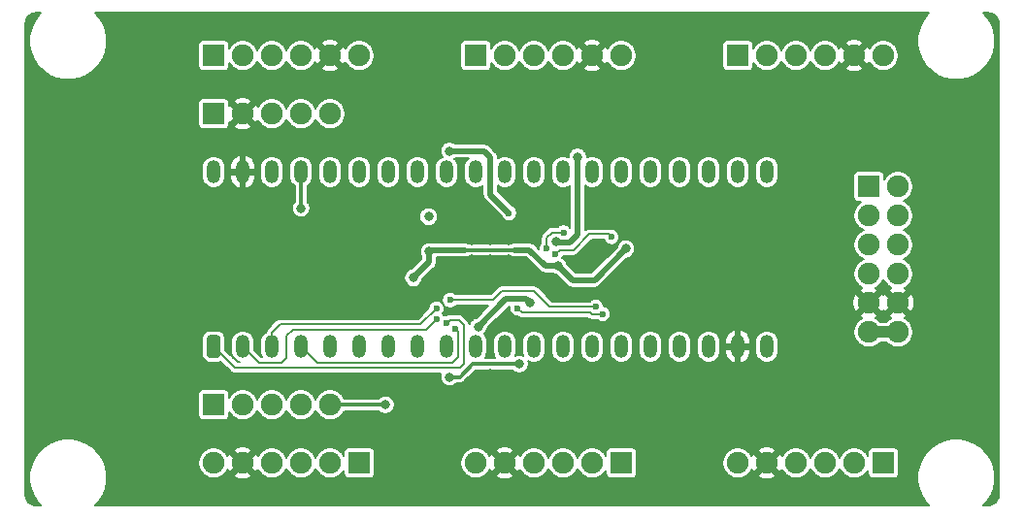
<source format=gbl>
%TF.GenerationSoftware,KiCad,Pcbnew,5.1.6-c6e7f7d~87~ubuntu18.04.1*%
%TF.CreationDate,2020-11-08T15:05:41+00:00*%
%TF.ProjectId,icepill,69636570-696c-46c2-9e6b-696361645f70,1*%
%TF.SameCoordinates,Original*%
%TF.FileFunction,Copper,L2,Bot*%
%TF.FilePolarity,Positive*%
%FSLAX46Y46*%
G04 Gerber Fmt 4.6, Leading zero omitted, Abs format (unit mm)*
G04 Created by KiCad (PCBNEW 5.1.6-c6e7f7d~87~ubuntu18.04.1) date 2020-11-08 15:05:41*
%MOMM*%
%LPD*%
G01*
G04 APERTURE LIST*
%TA.AperFunction,ComponentPad*%
%ADD10O,1.200000X2.000000*%
%TD*%
%TA.AperFunction,ComponentPad*%
%ADD11C,1.900000*%
%TD*%
%TA.AperFunction,ComponentPad*%
%ADD12R,1.900000X1.900000*%
%TD*%
%TA.AperFunction,ViaPad*%
%ADD13C,0.800000*%
%TD*%
%TA.AperFunction,ViaPad*%
%ADD14C,0.600000*%
%TD*%
%TA.AperFunction,Conductor*%
%ADD15C,1.000000*%
%TD*%
%TA.AperFunction,Conductor*%
%ADD16C,0.500000*%
%TD*%
%TA.AperFunction,Conductor*%
%ADD17C,0.300000*%
%TD*%
%TA.AperFunction,Conductor*%
%ADD18C,0.200000*%
%TD*%
G04 APERTURE END LIST*
D10*
%TO.P,U1,40*%
%TO.N,/5V*%
X68580000Y-66040000D03*
%TO.P,U1,39*%
%TO.N,GND*%
X71120000Y-66040000D03*
%TO.P,U1,38*%
%TO.N,3v3*%
X73660000Y-66040000D03*
%TO.P,U1,37*%
%TO.N,/F_~IRQ*%
X76200000Y-66040000D03*
%TO.P,U1,36*%
%TO.N,/C_~RST*%
X78740000Y-66040000D03*
%TO.P,U1,35*%
%TO.N,/P6_1*%
X81280000Y-66040000D03*
%TO.P,U1,34*%
%TO.N,/P6_2*%
X83820000Y-66040000D03*
%TO.P,U1,33*%
%TO.N,/P6_3*%
X86360000Y-66040000D03*
%TO.P,U1,32*%
%TO.N,/P6_4*%
X88900000Y-66040000D03*
%TO.P,U1,31*%
%TO.N,/P5_1*%
X91440000Y-66040000D03*
%TO.P,U1,30*%
%TO.N,/P5_2*%
X93980000Y-66040000D03*
%TO.P,U1,29*%
%TO.N,/P5_3*%
X96520000Y-66040000D03*
%TO.P,U1,28*%
%TO.N,/P5_4*%
X99060000Y-66040000D03*
%TO.P,U1,27*%
%TO.N,/P4_1*%
X101600000Y-66040000D03*
%TO.P,U1,26*%
%TO.N,/P4_2*%
X104140000Y-66040000D03*
%TO.P,U1,25*%
%TO.N,Net-(U1-Pad25)*%
X106680000Y-66040000D03*
%TO.P,U1,24*%
%TO.N,Net-(U1-Pad24)*%
X109220000Y-66040000D03*
%TO.P,U1,23*%
%TO.N,Net-(U1-Pad23)*%
X111760000Y-66040000D03*
%TO.P,U1,22*%
%TO.N,/P4_4*%
X114300000Y-66040000D03*
%TO.P,U1,21*%
%TO.N,Net-(U1-Pad21)*%
X116840000Y-66040000D03*
%TO.P,U1,20*%
%TO.N,3v3*%
X116840000Y-81280000D03*
%TO.P,U1,19*%
%TO.N,GND*%
X114300000Y-81280000D03*
%TO.P,U1,18*%
%TO.N,Net-(U1-Pad18)*%
X111760000Y-81280000D03*
%TO.P,U1,17*%
%TO.N,/P3_1*%
X109220000Y-81280000D03*
%TO.P,U1,16*%
%TO.N,/P3_2*%
X106680000Y-81280000D03*
%TO.P,U1,15*%
%TO.N,/P3_3*%
X104140000Y-81280000D03*
%TO.P,U1,14*%
%TO.N,/P3_4*%
X101600000Y-81280000D03*
%TO.P,U1,13*%
%TO.N,/P2_1*%
X99060000Y-81280000D03*
%TO.P,U1,12*%
%TO.N,Net-(R8-Pad2)*%
X96520000Y-81280000D03*
%TO.P,U1,11*%
%TO.N,/P2_3*%
X93980000Y-81280000D03*
%TO.P,U1,10*%
%TO.N,/P2_4*%
X91440000Y-81280000D03*
%TO.P,U1,9*%
%TO.N,/P1_1*%
X88900000Y-81280000D03*
%TO.P,U1,8*%
%TO.N,/P1_2*%
X86360000Y-81280000D03*
%TO.P,U1,7*%
%TO.N,/P1_3*%
X83820000Y-81280000D03*
%TO.P,U1,6*%
%TO.N,Net-(R7-Pad2)*%
X81280000Y-81280000D03*
%TO.P,U1,5*%
%TO.N,/F_CLK*%
X78740000Y-81280000D03*
%TO.P,U1,4*%
%TO.N,/C_SI*%
X76200000Y-81280000D03*
%TO.P,U1,3*%
%TO.N,/C_SO*%
X73660000Y-81280000D03*
%TO.P,U1,2*%
%TO.N,/C_CK*%
X71120000Y-81280000D03*
%TO.P,U1,1*%
%TO.N,/C_~CS*%
%TA.AperFunction,ComponentPad*%
G36*
G01*
X68880000Y-82280000D02*
X68280000Y-82280000D01*
G75*
G02*
X67980000Y-81980000I0J300000D01*
G01*
X67980000Y-80580000D01*
G75*
G02*
X68280000Y-80280000I300000J0D01*
G01*
X68880000Y-80280000D01*
G75*
G02*
X69180000Y-80580000I0J-300000D01*
G01*
X69180000Y-81980000D01*
G75*
G02*
X68880000Y-82280000I-300000J0D01*
G01*
G37*
%TD.AperFunction*%
%TD*%
D11*
%TO.P,J6,6*%
%TO.N,3v3*%
X81280000Y-55880000D03*
%TO.P,J6,5*%
%TO.N,GND*%
X78740000Y-55880000D03*
%TO.P,J6,4*%
%TO.N,/P6_4*%
X76200000Y-55880000D03*
%TO.P,J6,3*%
%TO.N,/P6_3*%
X73660000Y-55880000D03*
%TO.P,J6,2*%
%TO.N,/P6_2*%
X71120000Y-55880000D03*
D12*
%TO.P,J6,1*%
%TO.N,/P6_1*%
X68580000Y-55880000D03*
%TD*%
D11*
%TO.P,J5,6*%
%TO.N,3v3*%
X104140000Y-55880000D03*
%TO.P,J5,5*%
%TO.N,GND*%
X101600000Y-55880000D03*
%TO.P,J5,4*%
%TO.N,/P5_4*%
X99060000Y-55880000D03*
%TO.P,J5,3*%
%TO.N,/P5_3*%
X96520000Y-55880000D03*
%TO.P,J5,2*%
%TO.N,/P5_2*%
X93980000Y-55880000D03*
D12*
%TO.P,J5,1*%
%TO.N,/P5_1*%
X91440000Y-55880000D03*
%TD*%
D11*
%TO.P,J4,6*%
%TO.N,3v3*%
X127000000Y-55880000D03*
%TO.P,J4,5*%
%TO.N,GND*%
X124460000Y-55880000D03*
%TO.P,J4,4*%
%TO.N,/P4_4*%
X121920000Y-55880000D03*
%TO.P,J4,3*%
%TO.N,/P4_3*%
X119380000Y-55880000D03*
%TO.P,J4,2*%
%TO.N,/P4_2*%
X116840000Y-55880000D03*
D12*
%TO.P,J4,1*%
%TO.N,/P4_1*%
X114300000Y-55880000D03*
%TD*%
D11*
%TO.P,J3,6*%
%TO.N,3v3*%
X114300000Y-91440000D03*
%TO.P,J3,5*%
%TO.N,GND*%
X116840000Y-91440000D03*
%TO.P,J3,4*%
%TO.N,/P3_4*%
X119380000Y-91440000D03*
%TO.P,J3,3*%
%TO.N,/P3_3*%
X121920000Y-91440000D03*
%TO.P,J3,2*%
%TO.N,/P3_2*%
X124460000Y-91440000D03*
D12*
%TO.P,J3,1*%
%TO.N,/P3_1*%
X127000000Y-91440000D03*
%TD*%
D11*
%TO.P,J2,6*%
%TO.N,3v3*%
X91440000Y-91440000D03*
%TO.P,J2,5*%
%TO.N,GND*%
X93980000Y-91440000D03*
%TO.P,J2,4*%
%TO.N,/P2_4*%
X96520000Y-91440000D03*
%TO.P,J2,3*%
%TO.N,/P2_3*%
X99060000Y-91440000D03*
%TO.P,J2,2*%
%TO.N,/P2_2*%
X101600000Y-91440000D03*
D12*
%TO.P,J2,1*%
%TO.N,/P2_1*%
X104140000Y-91440000D03*
%TD*%
D11*
%TO.P,J1,6*%
%TO.N,3v3*%
X68580000Y-91440000D03*
%TO.P,J1,5*%
%TO.N,GND*%
X71120000Y-91440000D03*
%TO.P,J1,4*%
%TO.N,/P1_4*%
X73660000Y-91440000D03*
%TO.P,J1,3*%
%TO.N,/P1_3*%
X76200000Y-91440000D03*
%TO.P,J1,2*%
%TO.N,/P1_2*%
X78740000Y-91440000D03*
D12*
%TO.P,J1,1*%
%TO.N,/P1_1*%
X81280000Y-91440000D03*
%TD*%
D11*
%TO.P,J7,12*%
%TO.N,3v3*%
X128270000Y-80010000D03*
%TO.P,J7,11*%
X125730000Y-80010000D03*
%TO.P,J7,10*%
%TO.N,GND*%
X128270000Y-77470000D03*
%TO.P,J7,9*%
X125730000Y-77470000D03*
%TO.P,J7,8*%
%TO.N,/P7_10*%
X128270000Y-74930000D03*
%TO.P,J7,7*%
%TO.N,/P7_4*%
X125730000Y-74930000D03*
%TO.P,J7,6*%
%TO.N,/P7_9*%
X128270000Y-72390000D03*
%TO.P,J7,5*%
%TO.N,/P7_3*%
X125730000Y-72390000D03*
%TO.P,J7,4*%
%TO.N,/P7_8*%
X128270000Y-69850000D03*
%TO.P,J7,3*%
%TO.N,/P7_2*%
X125730000Y-69850000D03*
%TO.P,J7,2*%
%TO.N,/P7_7*%
X128270000Y-67310000D03*
D12*
%TO.P,J7,1*%
%TO.N,/P7_1*%
X125730000Y-67310000D03*
%TD*%
D11*
%TO.P,J9,5*%
%TO.N,/C_~RST*%
X78740000Y-60960000D03*
%TO.P,J9,4*%
%TO.N,/F_~IRQ*%
X76200000Y-60960000D03*
%TO.P,J9,3*%
%TO.N,3v3*%
X73660000Y-60960000D03*
%TO.P,J9,2*%
%TO.N,GND*%
X71120000Y-60960000D03*
D12*
%TO.P,J9,1*%
%TO.N,/5V*%
X68580000Y-60960000D03*
%TD*%
D11*
%TO.P,J8,5*%
%TO.N,/F_CLK*%
X78740000Y-86360000D03*
%TO.P,J8,4*%
%TO.N,/C_SI*%
X76200000Y-86360000D03*
%TO.P,J8,3*%
%TO.N,/C_SO*%
X73660000Y-86360000D03*
%TO.P,J8,2*%
%TO.N,/C_CK*%
X71120000Y-86360000D03*
D12*
%TO.P,J8,1*%
%TO.N,/C_~CS*%
X68580000Y-86360000D03*
%TD*%
D13*
%TO.N,GND*%
%TO.C,IC1*%
X91110000Y-72060000D03*
X91110000Y-73660000D03*
X91110000Y-75260000D03*
X92710000Y-72060000D03*
X92710000Y-73660000D03*
X92710000Y-75260000D03*
X94310000Y-72060000D03*
X94310000Y-73660000D03*
X94310000Y-75260000D03*
%TD*%
%TO.N,GND*%
X102514400Y-72390000D03*
D14*
X101396800Y-74676000D03*
X101396800Y-73152000D03*
D13*
X83464400Y-72898000D03*
X83464400Y-69596000D03*
D14*
X101396800Y-76403200D03*
D13*
X99110800Y-79146400D03*
X104838500Y-77089000D03*
X61061600Y-68580000D03*
X65532000Y-78486000D03*
X79857600Y-76047600D03*
X92710000Y-81940400D03*
X92710000Y-83667600D03*
D14*
X77470000Y-83870800D03*
X77470000Y-78638400D03*
D13*
%TO.N,3v3*%
X98450400Y-72085200D03*
X87325200Y-69951600D03*
X96177200Y-77432000D03*
X91643200Y-79552800D03*
X100330000Y-64719200D03*
%TO.N,1v2*%
X98602800Y-74218800D03*
X104546400Y-72745600D03*
X87376000Y-72999600D03*
X86004400Y-75285600D03*
D14*
%TO.N,/C_SI*%
X89662000Y-79756000D03*
%TO.N,/C_~CS*%
X88900000Y-79248000D03*
%TO.N,/C_CK*%
X88011000Y-78867000D03*
%TO.N,/C_SO*%
X88011000Y-77978000D03*
D13*
%TO.N,/F_~IRQ*%
X76200000Y-69215000D03*
%TO.N,/F_CLK*%
X83566000Y-86360000D03*
X89154000Y-83947000D03*
X95250000Y-82804000D03*
D14*
%TO.N,/P7_10*%
X95097600Y-77927200D03*
X102514400Y-78435200D03*
%TO.N,/P7_4*%
X89204800Y-77216000D03*
X101904800Y-77825600D03*
%TO.N,/P7_9*%
X97637600Y-72745600D03*
X99110800Y-71323200D03*
%TO.N,/P7_3*%
X98348800Y-73253600D03*
X103276400Y-71729600D03*
%TO.N,Net-(D1-Pad1)*%
X94337631Y-69637040D03*
D13*
X89154000Y-64211200D03*
%TD*%
D15*
%TO.N,3v3*%
X128270000Y-80010000D02*
X125730000Y-80010000D01*
D16*
X96177200Y-77432000D02*
X95859600Y-77114400D01*
X94081600Y-77114400D02*
X91643200Y-79552800D01*
X95859600Y-77114400D02*
X94081600Y-77114400D01*
X98552000Y-72186800D02*
X98450400Y-72085200D01*
X99669600Y-72186800D02*
X98552000Y-72186800D01*
X100330000Y-64719200D02*
X100330000Y-71526400D01*
X100330000Y-71526400D02*
X99669600Y-72186800D01*
%TO.N,1v2*%
X98602800Y-74218800D02*
X99872800Y-75488800D01*
X101803200Y-75488800D02*
X104546400Y-72745600D01*
X99872800Y-75488800D02*
X101803200Y-75488800D01*
X97485200Y-74218800D02*
X96113600Y-72847200D01*
X98602800Y-74218800D02*
X97485200Y-74218800D01*
X96113600Y-72847200D02*
X94843600Y-72847200D01*
D17*
X94843600Y-72847200D02*
X90474800Y-72847200D01*
D16*
X90474800Y-72847200D02*
X87528400Y-72847200D01*
X87528400Y-72847200D02*
X87376000Y-72999600D01*
X87376000Y-72999600D02*
X87376000Y-73914000D01*
X87376000Y-73914000D02*
X86004400Y-75285600D01*
D18*
%TO.N,/C_SI*%
X89662000Y-79756000D02*
X89518000Y-79900000D01*
X89400000Y-82700000D02*
X89900000Y-82200000D01*
X89900000Y-79994000D02*
X89662000Y-79756000D01*
X76200000Y-81280000D02*
X77620000Y-82700000D01*
X89900000Y-82200000D02*
X89900000Y-79994000D01*
X77620000Y-82700000D02*
X89400000Y-82700000D01*
%TO.N,/C_~CS*%
X68580000Y-81280000D02*
X70450000Y-83150000D01*
X70450000Y-83150000D02*
X90050000Y-83150000D01*
X90050000Y-83150000D02*
X90400000Y-82800000D01*
X90400000Y-82800000D02*
X90400000Y-79400000D01*
X89199999Y-78948001D02*
X88900000Y-79248000D01*
X90400000Y-79400000D02*
X89948001Y-78948001D01*
X89948001Y-78948001D02*
X89199999Y-78948001D01*
%TO.N,/C_CK*%
X71120000Y-81280000D02*
X72540000Y-82700000D01*
X72540000Y-82700000D02*
X74500000Y-82700000D01*
X74500000Y-82700000D02*
X74950000Y-82250000D01*
X74950000Y-82250000D02*
X74950000Y-80350000D01*
X74950000Y-80350000D02*
X75500000Y-79800000D01*
X87078000Y-79800000D02*
X88011000Y-78867000D01*
X75500000Y-79800000D02*
X87078000Y-79800000D01*
%TO.N,/C_SO*%
X88011000Y-77978000D02*
X86639000Y-79350000D01*
X73660000Y-80080000D02*
X73660000Y-81280000D01*
X86639000Y-79350000D02*
X74390000Y-79350000D01*
X74390000Y-79350000D02*
X73660000Y-80080000D01*
D17*
%TO.N,/F_~IRQ*%
X76200000Y-66040000D02*
X76200000Y-69215000D01*
%TO.N,/F_CLK*%
X78740000Y-86360000D02*
X83566000Y-86360000D01*
X89154000Y-83947000D02*
X90043000Y-83947000D01*
X90043000Y-83947000D02*
X91186000Y-82804000D01*
X91186000Y-82804000D02*
X95250000Y-82804000D01*
D18*
%TO.N,/P7_10*%
X101549200Y-78435200D02*
X102514400Y-78435200D01*
X101447600Y-78333600D02*
X101549200Y-78435200D01*
X95097600Y-77927200D02*
X95504000Y-78333600D01*
X95504000Y-78333600D02*
X101447600Y-78333600D01*
%TO.N,/P7_4*%
X89204800Y-77216000D02*
X92964000Y-77216000D01*
X92964000Y-77216000D02*
X93726000Y-76454000D01*
X93726000Y-76454000D02*
X96520000Y-76454000D01*
X96520000Y-76454000D02*
X97891600Y-77825600D01*
X97891600Y-77825600D02*
X101904800Y-77825600D01*
%TO.N,/P7_9*%
X97637600Y-72745600D02*
X97637600Y-71780400D01*
X97637600Y-71780400D02*
X98094800Y-71323200D01*
X98094800Y-71323200D02*
X99110800Y-71323200D01*
%TO.N,/P7_3*%
X98348800Y-73253600D02*
X98755200Y-72847200D01*
X98755200Y-72847200D02*
X99974400Y-72847200D01*
X99974400Y-72847200D02*
X101346000Y-71475600D01*
X101346000Y-71475600D02*
X103022400Y-71475600D01*
X103022400Y-71475600D02*
X103276400Y-71729600D01*
D16*
%TO.N,Net-(D1-Pad1)*%
X94337631Y-69637040D02*
X92710000Y-68009409D01*
X92710000Y-68009409D02*
X92710000Y-64770000D01*
X92710000Y-64770000D02*
X92151200Y-64211200D01*
X92151200Y-64211200D02*
X89154000Y-64211200D01*
%TD*%
D18*
%TO.N,GND*%
G36*
X53239048Y-52442626D02*
G01*
X52866959Y-52999496D01*
X52610660Y-53618257D01*
X52480000Y-54275129D01*
X52480000Y-54944871D01*
X52610660Y-55601743D01*
X52866959Y-56220504D01*
X53239048Y-56777374D01*
X53712626Y-57250952D01*
X54269496Y-57623041D01*
X54888257Y-57879340D01*
X55545129Y-58010000D01*
X56214871Y-58010000D01*
X56871743Y-57879340D01*
X57490504Y-57623041D01*
X58047374Y-57250952D01*
X58520952Y-56777374D01*
X58893041Y-56220504D01*
X59149340Y-55601743D01*
X59280000Y-54944871D01*
X59280000Y-54930000D01*
X67228065Y-54930000D01*
X67228065Y-56830000D01*
X67235788Y-56908414D01*
X67258660Y-56983814D01*
X67295803Y-57053303D01*
X67345789Y-57114211D01*
X67406697Y-57164197D01*
X67476186Y-57201340D01*
X67551586Y-57224212D01*
X67630000Y-57231935D01*
X69530000Y-57231935D01*
X69608414Y-57224212D01*
X69683814Y-57201340D01*
X69753303Y-57164197D01*
X69814211Y-57114211D01*
X69864197Y-57053303D01*
X69901340Y-56983814D01*
X69924212Y-56908414D01*
X69931935Y-56830000D01*
X69931935Y-56531870D01*
X70071387Y-56740575D01*
X70259425Y-56928613D01*
X70480535Y-57076354D01*
X70726220Y-57178120D01*
X70987037Y-57230000D01*
X71252963Y-57230000D01*
X71513780Y-57178120D01*
X71759465Y-57076354D01*
X71980575Y-56928613D01*
X72168613Y-56740575D01*
X72316354Y-56519465D01*
X72390000Y-56341668D01*
X72463646Y-56519465D01*
X72611387Y-56740575D01*
X72799425Y-56928613D01*
X73020535Y-57076354D01*
X73266220Y-57178120D01*
X73527037Y-57230000D01*
X73792963Y-57230000D01*
X74053780Y-57178120D01*
X74299465Y-57076354D01*
X74520575Y-56928613D01*
X74708613Y-56740575D01*
X74856354Y-56519465D01*
X74930000Y-56341668D01*
X75003646Y-56519465D01*
X75151387Y-56740575D01*
X75339425Y-56928613D01*
X75560535Y-57076354D01*
X75806220Y-57178120D01*
X76067037Y-57230000D01*
X76332963Y-57230000D01*
X76593780Y-57178120D01*
X76839465Y-57076354D01*
X77024642Y-56952622D01*
X77950221Y-56952622D01*
X78053498Y-57165150D01*
X78317409Y-57274386D01*
X78597560Y-57330037D01*
X78883186Y-57329964D01*
X79163309Y-57274169D01*
X79426502Y-57165150D01*
X79529779Y-56952622D01*
X78740000Y-56162843D01*
X77950221Y-56952622D01*
X77024642Y-56952622D01*
X77060575Y-56928613D01*
X77248613Y-56740575D01*
X77396354Y-56519465D01*
X77415860Y-56472373D01*
X77454850Y-56566502D01*
X77667378Y-56669779D01*
X78457157Y-55880000D01*
X79022843Y-55880000D01*
X79812622Y-56669779D01*
X80025150Y-56566502D01*
X80064126Y-56472338D01*
X80083646Y-56519465D01*
X80231387Y-56740575D01*
X80419425Y-56928613D01*
X80640535Y-57076354D01*
X80886220Y-57178120D01*
X81147037Y-57230000D01*
X81412963Y-57230000D01*
X81673780Y-57178120D01*
X81919465Y-57076354D01*
X82140575Y-56928613D01*
X82328613Y-56740575D01*
X82476354Y-56519465D01*
X82578120Y-56273780D01*
X82630000Y-56012963D01*
X82630000Y-55747037D01*
X82578120Y-55486220D01*
X82476354Y-55240535D01*
X82328613Y-55019425D01*
X82239188Y-54930000D01*
X90088065Y-54930000D01*
X90088065Y-56830000D01*
X90095788Y-56908414D01*
X90118660Y-56983814D01*
X90155803Y-57053303D01*
X90205789Y-57114211D01*
X90266697Y-57164197D01*
X90336186Y-57201340D01*
X90411586Y-57224212D01*
X90490000Y-57231935D01*
X92390000Y-57231935D01*
X92468414Y-57224212D01*
X92543814Y-57201340D01*
X92613303Y-57164197D01*
X92674211Y-57114211D01*
X92724197Y-57053303D01*
X92761340Y-56983814D01*
X92784212Y-56908414D01*
X92791935Y-56830000D01*
X92791935Y-56531870D01*
X92931387Y-56740575D01*
X93119425Y-56928613D01*
X93340535Y-57076354D01*
X93586220Y-57178120D01*
X93847037Y-57230000D01*
X94112963Y-57230000D01*
X94373780Y-57178120D01*
X94619465Y-57076354D01*
X94840575Y-56928613D01*
X95028613Y-56740575D01*
X95176354Y-56519465D01*
X95250000Y-56341668D01*
X95323646Y-56519465D01*
X95471387Y-56740575D01*
X95659425Y-56928613D01*
X95880535Y-57076354D01*
X96126220Y-57178120D01*
X96387037Y-57230000D01*
X96652963Y-57230000D01*
X96913780Y-57178120D01*
X97159465Y-57076354D01*
X97380575Y-56928613D01*
X97568613Y-56740575D01*
X97716354Y-56519465D01*
X97790000Y-56341668D01*
X97863646Y-56519465D01*
X98011387Y-56740575D01*
X98199425Y-56928613D01*
X98420535Y-57076354D01*
X98666220Y-57178120D01*
X98927037Y-57230000D01*
X99192963Y-57230000D01*
X99453780Y-57178120D01*
X99699465Y-57076354D01*
X99884642Y-56952622D01*
X100810221Y-56952622D01*
X100913498Y-57165150D01*
X101177409Y-57274386D01*
X101457560Y-57330037D01*
X101743186Y-57329964D01*
X102023309Y-57274169D01*
X102286502Y-57165150D01*
X102389779Y-56952622D01*
X101600000Y-56162843D01*
X100810221Y-56952622D01*
X99884642Y-56952622D01*
X99920575Y-56928613D01*
X100108613Y-56740575D01*
X100256354Y-56519465D01*
X100275860Y-56472373D01*
X100314850Y-56566502D01*
X100527378Y-56669779D01*
X101317157Y-55880000D01*
X101882843Y-55880000D01*
X102672622Y-56669779D01*
X102885150Y-56566502D01*
X102924126Y-56472338D01*
X102943646Y-56519465D01*
X103091387Y-56740575D01*
X103279425Y-56928613D01*
X103500535Y-57076354D01*
X103746220Y-57178120D01*
X104007037Y-57230000D01*
X104272963Y-57230000D01*
X104533780Y-57178120D01*
X104779465Y-57076354D01*
X105000575Y-56928613D01*
X105188613Y-56740575D01*
X105336354Y-56519465D01*
X105438120Y-56273780D01*
X105490000Y-56012963D01*
X105490000Y-55747037D01*
X105438120Y-55486220D01*
X105336354Y-55240535D01*
X105188613Y-55019425D01*
X105099188Y-54930000D01*
X112948065Y-54930000D01*
X112948065Y-56830000D01*
X112955788Y-56908414D01*
X112978660Y-56983814D01*
X113015803Y-57053303D01*
X113065789Y-57114211D01*
X113126697Y-57164197D01*
X113196186Y-57201340D01*
X113271586Y-57224212D01*
X113350000Y-57231935D01*
X115250000Y-57231935D01*
X115328414Y-57224212D01*
X115403814Y-57201340D01*
X115473303Y-57164197D01*
X115534211Y-57114211D01*
X115584197Y-57053303D01*
X115621340Y-56983814D01*
X115644212Y-56908414D01*
X115651935Y-56830000D01*
X115651935Y-56531870D01*
X115791387Y-56740575D01*
X115979425Y-56928613D01*
X116200535Y-57076354D01*
X116446220Y-57178120D01*
X116707037Y-57230000D01*
X116972963Y-57230000D01*
X117233780Y-57178120D01*
X117479465Y-57076354D01*
X117700575Y-56928613D01*
X117888613Y-56740575D01*
X118036354Y-56519465D01*
X118110000Y-56341668D01*
X118183646Y-56519465D01*
X118331387Y-56740575D01*
X118519425Y-56928613D01*
X118740535Y-57076354D01*
X118986220Y-57178120D01*
X119247037Y-57230000D01*
X119512963Y-57230000D01*
X119773780Y-57178120D01*
X120019465Y-57076354D01*
X120240575Y-56928613D01*
X120428613Y-56740575D01*
X120576354Y-56519465D01*
X120650000Y-56341668D01*
X120723646Y-56519465D01*
X120871387Y-56740575D01*
X121059425Y-56928613D01*
X121280535Y-57076354D01*
X121526220Y-57178120D01*
X121787037Y-57230000D01*
X122052963Y-57230000D01*
X122313780Y-57178120D01*
X122559465Y-57076354D01*
X122744642Y-56952622D01*
X123670221Y-56952622D01*
X123773498Y-57165150D01*
X124037409Y-57274386D01*
X124317560Y-57330037D01*
X124603186Y-57329964D01*
X124883309Y-57274169D01*
X125146502Y-57165150D01*
X125249779Y-56952622D01*
X124460000Y-56162843D01*
X123670221Y-56952622D01*
X122744642Y-56952622D01*
X122780575Y-56928613D01*
X122968613Y-56740575D01*
X123116354Y-56519465D01*
X123135860Y-56472373D01*
X123174850Y-56566502D01*
X123387378Y-56669779D01*
X124177157Y-55880000D01*
X124742843Y-55880000D01*
X125532622Y-56669779D01*
X125745150Y-56566502D01*
X125784126Y-56472338D01*
X125803646Y-56519465D01*
X125951387Y-56740575D01*
X126139425Y-56928613D01*
X126360535Y-57076354D01*
X126606220Y-57178120D01*
X126867037Y-57230000D01*
X127132963Y-57230000D01*
X127393780Y-57178120D01*
X127639465Y-57076354D01*
X127860575Y-56928613D01*
X128048613Y-56740575D01*
X128196354Y-56519465D01*
X128298120Y-56273780D01*
X128350000Y-56012963D01*
X128350000Y-55747037D01*
X128298120Y-55486220D01*
X128196354Y-55240535D01*
X128048613Y-55019425D01*
X127860575Y-54831387D01*
X127639465Y-54683646D01*
X127393780Y-54581880D01*
X127132963Y-54530000D01*
X126867037Y-54530000D01*
X126606220Y-54581880D01*
X126360535Y-54683646D01*
X126139425Y-54831387D01*
X125951387Y-55019425D01*
X125803646Y-55240535D01*
X125784140Y-55287627D01*
X125745150Y-55193498D01*
X125532622Y-55090221D01*
X124742843Y-55880000D01*
X124177157Y-55880000D01*
X123387378Y-55090221D01*
X123174850Y-55193498D01*
X123135874Y-55287662D01*
X123116354Y-55240535D01*
X122968613Y-55019425D01*
X122780575Y-54831387D01*
X122744643Y-54807378D01*
X123670221Y-54807378D01*
X124460000Y-55597157D01*
X125249779Y-54807378D01*
X125146502Y-54594850D01*
X124882591Y-54485614D01*
X124602440Y-54429963D01*
X124316814Y-54430036D01*
X124036691Y-54485831D01*
X123773498Y-54594850D01*
X123670221Y-54807378D01*
X122744643Y-54807378D01*
X122559465Y-54683646D01*
X122313780Y-54581880D01*
X122052963Y-54530000D01*
X121787037Y-54530000D01*
X121526220Y-54581880D01*
X121280535Y-54683646D01*
X121059425Y-54831387D01*
X120871387Y-55019425D01*
X120723646Y-55240535D01*
X120650000Y-55418332D01*
X120576354Y-55240535D01*
X120428613Y-55019425D01*
X120240575Y-54831387D01*
X120019465Y-54683646D01*
X119773780Y-54581880D01*
X119512963Y-54530000D01*
X119247037Y-54530000D01*
X118986220Y-54581880D01*
X118740535Y-54683646D01*
X118519425Y-54831387D01*
X118331387Y-55019425D01*
X118183646Y-55240535D01*
X118110000Y-55418332D01*
X118036354Y-55240535D01*
X117888613Y-55019425D01*
X117700575Y-54831387D01*
X117479465Y-54683646D01*
X117233780Y-54581880D01*
X116972963Y-54530000D01*
X116707037Y-54530000D01*
X116446220Y-54581880D01*
X116200535Y-54683646D01*
X115979425Y-54831387D01*
X115791387Y-55019425D01*
X115651935Y-55228130D01*
X115651935Y-54930000D01*
X115644212Y-54851586D01*
X115621340Y-54776186D01*
X115584197Y-54706697D01*
X115534211Y-54645789D01*
X115473303Y-54595803D01*
X115403814Y-54558660D01*
X115328414Y-54535788D01*
X115250000Y-54528065D01*
X113350000Y-54528065D01*
X113271586Y-54535788D01*
X113196186Y-54558660D01*
X113126697Y-54595803D01*
X113065789Y-54645789D01*
X113015803Y-54706697D01*
X112978660Y-54776186D01*
X112955788Y-54851586D01*
X112948065Y-54930000D01*
X105099188Y-54930000D01*
X105000575Y-54831387D01*
X104779465Y-54683646D01*
X104533780Y-54581880D01*
X104272963Y-54530000D01*
X104007037Y-54530000D01*
X103746220Y-54581880D01*
X103500535Y-54683646D01*
X103279425Y-54831387D01*
X103091387Y-55019425D01*
X102943646Y-55240535D01*
X102924140Y-55287627D01*
X102885150Y-55193498D01*
X102672622Y-55090221D01*
X101882843Y-55880000D01*
X101317157Y-55880000D01*
X100527378Y-55090221D01*
X100314850Y-55193498D01*
X100275874Y-55287662D01*
X100256354Y-55240535D01*
X100108613Y-55019425D01*
X99920575Y-54831387D01*
X99884643Y-54807378D01*
X100810221Y-54807378D01*
X101600000Y-55597157D01*
X102389779Y-54807378D01*
X102286502Y-54594850D01*
X102022591Y-54485614D01*
X101742440Y-54429963D01*
X101456814Y-54430036D01*
X101176691Y-54485831D01*
X100913498Y-54594850D01*
X100810221Y-54807378D01*
X99884643Y-54807378D01*
X99699465Y-54683646D01*
X99453780Y-54581880D01*
X99192963Y-54530000D01*
X98927037Y-54530000D01*
X98666220Y-54581880D01*
X98420535Y-54683646D01*
X98199425Y-54831387D01*
X98011387Y-55019425D01*
X97863646Y-55240535D01*
X97790000Y-55418332D01*
X97716354Y-55240535D01*
X97568613Y-55019425D01*
X97380575Y-54831387D01*
X97159465Y-54683646D01*
X96913780Y-54581880D01*
X96652963Y-54530000D01*
X96387037Y-54530000D01*
X96126220Y-54581880D01*
X95880535Y-54683646D01*
X95659425Y-54831387D01*
X95471387Y-55019425D01*
X95323646Y-55240535D01*
X95250000Y-55418332D01*
X95176354Y-55240535D01*
X95028613Y-55019425D01*
X94840575Y-54831387D01*
X94619465Y-54683646D01*
X94373780Y-54581880D01*
X94112963Y-54530000D01*
X93847037Y-54530000D01*
X93586220Y-54581880D01*
X93340535Y-54683646D01*
X93119425Y-54831387D01*
X92931387Y-55019425D01*
X92791935Y-55228130D01*
X92791935Y-54930000D01*
X92784212Y-54851586D01*
X92761340Y-54776186D01*
X92724197Y-54706697D01*
X92674211Y-54645789D01*
X92613303Y-54595803D01*
X92543814Y-54558660D01*
X92468414Y-54535788D01*
X92390000Y-54528065D01*
X90490000Y-54528065D01*
X90411586Y-54535788D01*
X90336186Y-54558660D01*
X90266697Y-54595803D01*
X90205789Y-54645789D01*
X90155803Y-54706697D01*
X90118660Y-54776186D01*
X90095788Y-54851586D01*
X90088065Y-54930000D01*
X82239188Y-54930000D01*
X82140575Y-54831387D01*
X81919465Y-54683646D01*
X81673780Y-54581880D01*
X81412963Y-54530000D01*
X81147037Y-54530000D01*
X80886220Y-54581880D01*
X80640535Y-54683646D01*
X80419425Y-54831387D01*
X80231387Y-55019425D01*
X80083646Y-55240535D01*
X80064140Y-55287627D01*
X80025150Y-55193498D01*
X79812622Y-55090221D01*
X79022843Y-55880000D01*
X78457157Y-55880000D01*
X77667378Y-55090221D01*
X77454850Y-55193498D01*
X77415874Y-55287662D01*
X77396354Y-55240535D01*
X77248613Y-55019425D01*
X77060575Y-54831387D01*
X77024643Y-54807378D01*
X77950221Y-54807378D01*
X78740000Y-55597157D01*
X79529779Y-54807378D01*
X79426502Y-54594850D01*
X79162591Y-54485614D01*
X78882440Y-54429963D01*
X78596814Y-54430036D01*
X78316691Y-54485831D01*
X78053498Y-54594850D01*
X77950221Y-54807378D01*
X77024643Y-54807378D01*
X76839465Y-54683646D01*
X76593780Y-54581880D01*
X76332963Y-54530000D01*
X76067037Y-54530000D01*
X75806220Y-54581880D01*
X75560535Y-54683646D01*
X75339425Y-54831387D01*
X75151387Y-55019425D01*
X75003646Y-55240535D01*
X74930000Y-55418332D01*
X74856354Y-55240535D01*
X74708613Y-55019425D01*
X74520575Y-54831387D01*
X74299465Y-54683646D01*
X74053780Y-54581880D01*
X73792963Y-54530000D01*
X73527037Y-54530000D01*
X73266220Y-54581880D01*
X73020535Y-54683646D01*
X72799425Y-54831387D01*
X72611387Y-55019425D01*
X72463646Y-55240535D01*
X72390000Y-55418332D01*
X72316354Y-55240535D01*
X72168613Y-55019425D01*
X71980575Y-54831387D01*
X71759465Y-54683646D01*
X71513780Y-54581880D01*
X71252963Y-54530000D01*
X70987037Y-54530000D01*
X70726220Y-54581880D01*
X70480535Y-54683646D01*
X70259425Y-54831387D01*
X70071387Y-55019425D01*
X69931935Y-55228130D01*
X69931935Y-54930000D01*
X69924212Y-54851586D01*
X69901340Y-54776186D01*
X69864197Y-54706697D01*
X69814211Y-54645789D01*
X69753303Y-54595803D01*
X69683814Y-54558660D01*
X69608414Y-54535788D01*
X69530000Y-54528065D01*
X67630000Y-54528065D01*
X67551586Y-54535788D01*
X67476186Y-54558660D01*
X67406697Y-54595803D01*
X67345789Y-54645789D01*
X67295803Y-54706697D01*
X67258660Y-54776186D01*
X67235788Y-54851586D01*
X67228065Y-54930000D01*
X59280000Y-54930000D01*
X59280000Y-54275129D01*
X59149340Y-53618257D01*
X58893041Y-52999496D01*
X58520952Y-52442626D01*
X58248326Y-52170000D01*
X130981674Y-52170000D01*
X130709048Y-52442626D01*
X130336959Y-52999496D01*
X130080660Y-53618257D01*
X129950000Y-54275129D01*
X129950000Y-54944871D01*
X130080660Y-55601743D01*
X130336959Y-56220504D01*
X130709048Y-56777374D01*
X131182626Y-57250952D01*
X131739496Y-57623041D01*
X132358257Y-57879340D01*
X133015129Y-58010000D01*
X133684871Y-58010000D01*
X134341743Y-57879340D01*
X134960504Y-57623041D01*
X135517374Y-57250952D01*
X135990952Y-56777374D01*
X136363041Y-56220504D01*
X136619340Y-55601743D01*
X136750000Y-54944871D01*
X136750000Y-54275129D01*
X136619340Y-53618257D01*
X136363041Y-52999496D01*
X135990952Y-52442626D01*
X135718326Y-52170000D01*
X136155092Y-52170000D01*
X136335485Y-52187768D01*
X136504229Y-52238955D01*
X136659745Y-52322080D01*
X136796054Y-52433946D01*
X136907920Y-52570255D01*
X136991045Y-52725771D01*
X137042232Y-52894515D01*
X137060000Y-53074908D01*
X137060000Y-94245092D01*
X137042232Y-94425485D01*
X136991045Y-94594229D01*
X136907920Y-94749745D01*
X136796054Y-94886054D01*
X136659745Y-94997920D01*
X136504229Y-95081045D01*
X136335485Y-95132232D01*
X136155092Y-95150000D01*
X135718326Y-95150000D01*
X135990952Y-94877374D01*
X136363041Y-94320504D01*
X136619340Y-93701743D01*
X136750000Y-93044871D01*
X136750000Y-92375129D01*
X136619340Y-91718257D01*
X136363041Y-91099496D01*
X135990952Y-90542626D01*
X135517374Y-90069048D01*
X134960504Y-89696959D01*
X134341743Y-89440660D01*
X133684871Y-89310000D01*
X133015129Y-89310000D01*
X132358257Y-89440660D01*
X131739496Y-89696959D01*
X131182626Y-90069048D01*
X130709048Y-90542626D01*
X130336959Y-91099496D01*
X130080660Y-91718257D01*
X129950000Y-92375129D01*
X129950000Y-93044871D01*
X130080660Y-93701743D01*
X130336959Y-94320504D01*
X130709048Y-94877374D01*
X130981674Y-95150000D01*
X58248326Y-95150000D01*
X58520952Y-94877374D01*
X58893041Y-94320504D01*
X59149340Y-93701743D01*
X59280000Y-93044871D01*
X59280000Y-92375129D01*
X59149340Y-91718257D01*
X58979008Y-91307037D01*
X67230000Y-91307037D01*
X67230000Y-91572963D01*
X67281880Y-91833780D01*
X67383646Y-92079465D01*
X67531387Y-92300575D01*
X67719425Y-92488613D01*
X67940535Y-92636354D01*
X68186220Y-92738120D01*
X68447037Y-92790000D01*
X68712963Y-92790000D01*
X68973780Y-92738120D01*
X69219465Y-92636354D01*
X69404642Y-92512622D01*
X70330221Y-92512622D01*
X70433498Y-92725150D01*
X70697409Y-92834386D01*
X70977560Y-92890037D01*
X71263186Y-92889964D01*
X71543309Y-92834169D01*
X71806502Y-92725150D01*
X71909779Y-92512622D01*
X71120000Y-91722843D01*
X70330221Y-92512622D01*
X69404642Y-92512622D01*
X69440575Y-92488613D01*
X69628613Y-92300575D01*
X69776354Y-92079465D01*
X69795860Y-92032373D01*
X69834850Y-92126502D01*
X70047378Y-92229779D01*
X70837157Y-91440000D01*
X71402843Y-91440000D01*
X72192622Y-92229779D01*
X72405150Y-92126502D01*
X72444126Y-92032338D01*
X72463646Y-92079465D01*
X72611387Y-92300575D01*
X72799425Y-92488613D01*
X73020535Y-92636354D01*
X73266220Y-92738120D01*
X73527037Y-92790000D01*
X73792963Y-92790000D01*
X74053780Y-92738120D01*
X74299465Y-92636354D01*
X74520575Y-92488613D01*
X74708613Y-92300575D01*
X74856354Y-92079465D01*
X74930000Y-91901668D01*
X75003646Y-92079465D01*
X75151387Y-92300575D01*
X75339425Y-92488613D01*
X75560535Y-92636354D01*
X75806220Y-92738120D01*
X76067037Y-92790000D01*
X76332963Y-92790000D01*
X76593780Y-92738120D01*
X76839465Y-92636354D01*
X77060575Y-92488613D01*
X77248613Y-92300575D01*
X77396354Y-92079465D01*
X77470000Y-91901668D01*
X77543646Y-92079465D01*
X77691387Y-92300575D01*
X77879425Y-92488613D01*
X78100535Y-92636354D01*
X78346220Y-92738120D01*
X78607037Y-92790000D01*
X78872963Y-92790000D01*
X79133780Y-92738120D01*
X79379465Y-92636354D01*
X79600575Y-92488613D01*
X79788613Y-92300575D01*
X79928065Y-92091870D01*
X79928065Y-92390000D01*
X79935788Y-92468414D01*
X79958660Y-92543814D01*
X79995803Y-92613303D01*
X80045789Y-92674211D01*
X80106697Y-92724197D01*
X80176186Y-92761340D01*
X80251586Y-92784212D01*
X80330000Y-92791935D01*
X82230000Y-92791935D01*
X82308414Y-92784212D01*
X82383814Y-92761340D01*
X82453303Y-92724197D01*
X82514211Y-92674211D01*
X82564197Y-92613303D01*
X82601340Y-92543814D01*
X82624212Y-92468414D01*
X82631935Y-92390000D01*
X82631935Y-91307037D01*
X90090000Y-91307037D01*
X90090000Y-91572963D01*
X90141880Y-91833780D01*
X90243646Y-92079465D01*
X90391387Y-92300575D01*
X90579425Y-92488613D01*
X90800535Y-92636354D01*
X91046220Y-92738120D01*
X91307037Y-92790000D01*
X91572963Y-92790000D01*
X91833780Y-92738120D01*
X92079465Y-92636354D01*
X92264642Y-92512622D01*
X93190221Y-92512622D01*
X93293498Y-92725150D01*
X93557409Y-92834386D01*
X93837560Y-92890037D01*
X94123186Y-92889964D01*
X94403309Y-92834169D01*
X94666502Y-92725150D01*
X94769779Y-92512622D01*
X93980000Y-91722843D01*
X93190221Y-92512622D01*
X92264642Y-92512622D01*
X92300575Y-92488613D01*
X92488613Y-92300575D01*
X92636354Y-92079465D01*
X92655860Y-92032373D01*
X92694850Y-92126502D01*
X92907378Y-92229779D01*
X93697157Y-91440000D01*
X94262843Y-91440000D01*
X95052622Y-92229779D01*
X95265150Y-92126502D01*
X95304126Y-92032338D01*
X95323646Y-92079465D01*
X95471387Y-92300575D01*
X95659425Y-92488613D01*
X95880535Y-92636354D01*
X96126220Y-92738120D01*
X96387037Y-92790000D01*
X96652963Y-92790000D01*
X96913780Y-92738120D01*
X97159465Y-92636354D01*
X97380575Y-92488613D01*
X97568613Y-92300575D01*
X97716354Y-92079465D01*
X97790000Y-91901668D01*
X97863646Y-92079465D01*
X98011387Y-92300575D01*
X98199425Y-92488613D01*
X98420535Y-92636354D01*
X98666220Y-92738120D01*
X98927037Y-92790000D01*
X99192963Y-92790000D01*
X99453780Y-92738120D01*
X99699465Y-92636354D01*
X99920575Y-92488613D01*
X100108613Y-92300575D01*
X100256354Y-92079465D01*
X100330000Y-91901668D01*
X100403646Y-92079465D01*
X100551387Y-92300575D01*
X100739425Y-92488613D01*
X100960535Y-92636354D01*
X101206220Y-92738120D01*
X101467037Y-92790000D01*
X101732963Y-92790000D01*
X101993780Y-92738120D01*
X102239465Y-92636354D01*
X102460575Y-92488613D01*
X102648613Y-92300575D01*
X102788065Y-92091870D01*
X102788065Y-92390000D01*
X102795788Y-92468414D01*
X102818660Y-92543814D01*
X102855803Y-92613303D01*
X102905789Y-92674211D01*
X102966697Y-92724197D01*
X103036186Y-92761340D01*
X103111586Y-92784212D01*
X103190000Y-92791935D01*
X105090000Y-92791935D01*
X105168414Y-92784212D01*
X105243814Y-92761340D01*
X105313303Y-92724197D01*
X105374211Y-92674211D01*
X105424197Y-92613303D01*
X105461340Y-92543814D01*
X105484212Y-92468414D01*
X105491935Y-92390000D01*
X105491935Y-91307037D01*
X112950000Y-91307037D01*
X112950000Y-91572963D01*
X113001880Y-91833780D01*
X113103646Y-92079465D01*
X113251387Y-92300575D01*
X113439425Y-92488613D01*
X113660535Y-92636354D01*
X113906220Y-92738120D01*
X114167037Y-92790000D01*
X114432963Y-92790000D01*
X114693780Y-92738120D01*
X114939465Y-92636354D01*
X115124642Y-92512622D01*
X116050221Y-92512622D01*
X116153498Y-92725150D01*
X116417409Y-92834386D01*
X116697560Y-92890037D01*
X116983186Y-92889964D01*
X117263309Y-92834169D01*
X117526502Y-92725150D01*
X117629779Y-92512622D01*
X116840000Y-91722843D01*
X116050221Y-92512622D01*
X115124642Y-92512622D01*
X115160575Y-92488613D01*
X115348613Y-92300575D01*
X115496354Y-92079465D01*
X115515860Y-92032373D01*
X115554850Y-92126502D01*
X115767378Y-92229779D01*
X116557157Y-91440000D01*
X117122843Y-91440000D01*
X117912622Y-92229779D01*
X118125150Y-92126502D01*
X118164126Y-92032338D01*
X118183646Y-92079465D01*
X118331387Y-92300575D01*
X118519425Y-92488613D01*
X118740535Y-92636354D01*
X118986220Y-92738120D01*
X119247037Y-92790000D01*
X119512963Y-92790000D01*
X119773780Y-92738120D01*
X120019465Y-92636354D01*
X120240575Y-92488613D01*
X120428613Y-92300575D01*
X120576354Y-92079465D01*
X120650000Y-91901668D01*
X120723646Y-92079465D01*
X120871387Y-92300575D01*
X121059425Y-92488613D01*
X121280535Y-92636354D01*
X121526220Y-92738120D01*
X121787037Y-92790000D01*
X122052963Y-92790000D01*
X122313780Y-92738120D01*
X122559465Y-92636354D01*
X122780575Y-92488613D01*
X122968613Y-92300575D01*
X123116354Y-92079465D01*
X123190000Y-91901668D01*
X123263646Y-92079465D01*
X123411387Y-92300575D01*
X123599425Y-92488613D01*
X123820535Y-92636354D01*
X124066220Y-92738120D01*
X124327037Y-92790000D01*
X124592963Y-92790000D01*
X124853780Y-92738120D01*
X125099465Y-92636354D01*
X125320575Y-92488613D01*
X125508613Y-92300575D01*
X125648065Y-92091870D01*
X125648065Y-92390000D01*
X125655788Y-92468414D01*
X125678660Y-92543814D01*
X125715803Y-92613303D01*
X125765789Y-92674211D01*
X125826697Y-92724197D01*
X125896186Y-92761340D01*
X125971586Y-92784212D01*
X126050000Y-92791935D01*
X127950000Y-92791935D01*
X128028414Y-92784212D01*
X128103814Y-92761340D01*
X128173303Y-92724197D01*
X128234211Y-92674211D01*
X128284197Y-92613303D01*
X128321340Y-92543814D01*
X128344212Y-92468414D01*
X128351935Y-92390000D01*
X128351935Y-90490000D01*
X128344212Y-90411586D01*
X128321340Y-90336186D01*
X128284197Y-90266697D01*
X128234211Y-90205789D01*
X128173303Y-90155803D01*
X128103814Y-90118660D01*
X128028414Y-90095788D01*
X127950000Y-90088065D01*
X126050000Y-90088065D01*
X125971586Y-90095788D01*
X125896186Y-90118660D01*
X125826697Y-90155803D01*
X125765789Y-90205789D01*
X125715803Y-90266697D01*
X125678660Y-90336186D01*
X125655788Y-90411586D01*
X125648065Y-90490000D01*
X125648065Y-90788130D01*
X125508613Y-90579425D01*
X125320575Y-90391387D01*
X125099465Y-90243646D01*
X124853780Y-90141880D01*
X124592963Y-90090000D01*
X124327037Y-90090000D01*
X124066220Y-90141880D01*
X123820535Y-90243646D01*
X123599425Y-90391387D01*
X123411387Y-90579425D01*
X123263646Y-90800535D01*
X123190000Y-90978332D01*
X123116354Y-90800535D01*
X122968613Y-90579425D01*
X122780575Y-90391387D01*
X122559465Y-90243646D01*
X122313780Y-90141880D01*
X122052963Y-90090000D01*
X121787037Y-90090000D01*
X121526220Y-90141880D01*
X121280535Y-90243646D01*
X121059425Y-90391387D01*
X120871387Y-90579425D01*
X120723646Y-90800535D01*
X120650000Y-90978332D01*
X120576354Y-90800535D01*
X120428613Y-90579425D01*
X120240575Y-90391387D01*
X120019465Y-90243646D01*
X119773780Y-90141880D01*
X119512963Y-90090000D01*
X119247037Y-90090000D01*
X118986220Y-90141880D01*
X118740535Y-90243646D01*
X118519425Y-90391387D01*
X118331387Y-90579425D01*
X118183646Y-90800535D01*
X118164140Y-90847627D01*
X118125150Y-90753498D01*
X117912622Y-90650221D01*
X117122843Y-91440000D01*
X116557157Y-91440000D01*
X115767378Y-90650221D01*
X115554850Y-90753498D01*
X115515874Y-90847662D01*
X115496354Y-90800535D01*
X115348613Y-90579425D01*
X115160575Y-90391387D01*
X115124643Y-90367378D01*
X116050221Y-90367378D01*
X116840000Y-91157157D01*
X117629779Y-90367378D01*
X117526502Y-90154850D01*
X117262591Y-90045614D01*
X116982440Y-89989963D01*
X116696814Y-89990036D01*
X116416691Y-90045831D01*
X116153498Y-90154850D01*
X116050221Y-90367378D01*
X115124643Y-90367378D01*
X114939465Y-90243646D01*
X114693780Y-90141880D01*
X114432963Y-90090000D01*
X114167037Y-90090000D01*
X113906220Y-90141880D01*
X113660535Y-90243646D01*
X113439425Y-90391387D01*
X113251387Y-90579425D01*
X113103646Y-90800535D01*
X113001880Y-91046220D01*
X112950000Y-91307037D01*
X105491935Y-91307037D01*
X105491935Y-90490000D01*
X105484212Y-90411586D01*
X105461340Y-90336186D01*
X105424197Y-90266697D01*
X105374211Y-90205789D01*
X105313303Y-90155803D01*
X105243814Y-90118660D01*
X105168414Y-90095788D01*
X105090000Y-90088065D01*
X103190000Y-90088065D01*
X103111586Y-90095788D01*
X103036186Y-90118660D01*
X102966697Y-90155803D01*
X102905789Y-90205789D01*
X102855803Y-90266697D01*
X102818660Y-90336186D01*
X102795788Y-90411586D01*
X102788065Y-90490000D01*
X102788065Y-90788130D01*
X102648613Y-90579425D01*
X102460575Y-90391387D01*
X102239465Y-90243646D01*
X101993780Y-90141880D01*
X101732963Y-90090000D01*
X101467037Y-90090000D01*
X101206220Y-90141880D01*
X100960535Y-90243646D01*
X100739425Y-90391387D01*
X100551387Y-90579425D01*
X100403646Y-90800535D01*
X100330000Y-90978332D01*
X100256354Y-90800535D01*
X100108613Y-90579425D01*
X99920575Y-90391387D01*
X99699465Y-90243646D01*
X99453780Y-90141880D01*
X99192963Y-90090000D01*
X98927037Y-90090000D01*
X98666220Y-90141880D01*
X98420535Y-90243646D01*
X98199425Y-90391387D01*
X98011387Y-90579425D01*
X97863646Y-90800535D01*
X97790000Y-90978332D01*
X97716354Y-90800535D01*
X97568613Y-90579425D01*
X97380575Y-90391387D01*
X97159465Y-90243646D01*
X96913780Y-90141880D01*
X96652963Y-90090000D01*
X96387037Y-90090000D01*
X96126220Y-90141880D01*
X95880535Y-90243646D01*
X95659425Y-90391387D01*
X95471387Y-90579425D01*
X95323646Y-90800535D01*
X95304140Y-90847627D01*
X95265150Y-90753498D01*
X95052622Y-90650221D01*
X94262843Y-91440000D01*
X93697157Y-91440000D01*
X92907378Y-90650221D01*
X92694850Y-90753498D01*
X92655874Y-90847662D01*
X92636354Y-90800535D01*
X92488613Y-90579425D01*
X92300575Y-90391387D01*
X92264643Y-90367378D01*
X93190221Y-90367378D01*
X93980000Y-91157157D01*
X94769779Y-90367378D01*
X94666502Y-90154850D01*
X94402591Y-90045614D01*
X94122440Y-89989963D01*
X93836814Y-89990036D01*
X93556691Y-90045831D01*
X93293498Y-90154850D01*
X93190221Y-90367378D01*
X92264643Y-90367378D01*
X92079465Y-90243646D01*
X91833780Y-90141880D01*
X91572963Y-90090000D01*
X91307037Y-90090000D01*
X91046220Y-90141880D01*
X90800535Y-90243646D01*
X90579425Y-90391387D01*
X90391387Y-90579425D01*
X90243646Y-90800535D01*
X90141880Y-91046220D01*
X90090000Y-91307037D01*
X82631935Y-91307037D01*
X82631935Y-90490000D01*
X82624212Y-90411586D01*
X82601340Y-90336186D01*
X82564197Y-90266697D01*
X82514211Y-90205789D01*
X82453303Y-90155803D01*
X82383814Y-90118660D01*
X82308414Y-90095788D01*
X82230000Y-90088065D01*
X80330000Y-90088065D01*
X80251586Y-90095788D01*
X80176186Y-90118660D01*
X80106697Y-90155803D01*
X80045789Y-90205789D01*
X79995803Y-90266697D01*
X79958660Y-90336186D01*
X79935788Y-90411586D01*
X79928065Y-90490000D01*
X79928065Y-90788130D01*
X79788613Y-90579425D01*
X79600575Y-90391387D01*
X79379465Y-90243646D01*
X79133780Y-90141880D01*
X78872963Y-90090000D01*
X78607037Y-90090000D01*
X78346220Y-90141880D01*
X78100535Y-90243646D01*
X77879425Y-90391387D01*
X77691387Y-90579425D01*
X77543646Y-90800535D01*
X77470000Y-90978332D01*
X77396354Y-90800535D01*
X77248613Y-90579425D01*
X77060575Y-90391387D01*
X76839465Y-90243646D01*
X76593780Y-90141880D01*
X76332963Y-90090000D01*
X76067037Y-90090000D01*
X75806220Y-90141880D01*
X75560535Y-90243646D01*
X75339425Y-90391387D01*
X75151387Y-90579425D01*
X75003646Y-90800535D01*
X74930000Y-90978332D01*
X74856354Y-90800535D01*
X74708613Y-90579425D01*
X74520575Y-90391387D01*
X74299465Y-90243646D01*
X74053780Y-90141880D01*
X73792963Y-90090000D01*
X73527037Y-90090000D01*
X73266220Y-90141880D01*
X73020535Y-90243646D01*
X72799425Y-90391387D01*
X72611387Y-90579425D01*
X72463646Y-90800535D01*
X72444140Y-90847627D01*
X72405150Y-90753498D01*
X72192622Y-90650221D01*
X71402843Y-91440000D01*
X70837157Y-91440000D01*
X70047378Y-90650221D01*
X69834850Y-90753498D01*
X69795874Y-90847662D01*
X69776354Y-90800535D01*
X69628613Y-90579425D01*
X69440575Y-90391387D01*
X69404643Y-90367378D01*
X70330221Y-90367378D01*
X71120000Y-91157157D01*
X71909779Y-90367378D01*
X71806502Y-90154850D01*
X71542591Y-90045614D01*
X71262440Y-89989963D01*
X70976814Y-89990036D01*
X70696691Y-90045831D01*
X70433498Y-90154850D01*
X70330221Y-90367378D01*
X69404643Y-90367378D01*
X69219465Y-90243646D01*
X68973780Y-90141880D01*
X68712963Y-90090000D01*
X68447037Y-90090000D01*
X68186220Y-90141880D01*
X67940535Y-90243646D01*
X67719425Y-90391387D01*
X67531387Y-90579425D01*
X67383646Y-90800535D01*
X67281880Y-91046220D01*
X67230000Y-91307037D01*
X58979008Y-91307037D01*
X58893041Y-91099496D01*
X58520952Y-90542626D01*
X58047374Y-90069048D01*
X57490504Y-89696959D01*
X56871743Y-89440660D01*
X56214871Y-89310000D01*
X55545129Y-89310000D01*
X54888257Y-89440660D01*
X54269496Y-89696959D01*
X53712626Y-90069048D01*
X53239048Y-90542626D01*
X52866959Y-91099496D01*
X52610660Y-91718257D01*
X52480000Y-92375129D01*
X52480000Y-93044871D01*
X52610660Y-93701743D01*
X52866959Y-94320504D01*
X53239048Y-94877374D01*
X53511674Y-95150000D01*
X53074908Y-95150000D01*
X52894515Y-95132232D01*
X52725771Y-95081045D01*
X52570255Y-94997920D01*
X52433946Y-94886054D01*
X52322080Y-94749745D01*
X52238955Y-94594229D01*
X52187768Y-94425485D01*
X52170000Y-94245092D01*
X52170000Y-85410000D01*
X67228065Y-85410000D01*
X67228065Y-87310000D01*
X67235788Y-87388414D01*
X67258660Y-87463814D01*
X67295803Y-87533303D01*
X67345789Y-87594211D01*
X67406697Y-87644197D01*
X67476186Y-87681340D01*
X67551586Y-87704212D01*
X67630000Y-87711935D01*
X69530000Y-87711935D01*
X69608414Y-87704212D01*
X69683814Y-87681340D01*
X69753303Y-87644197D01*
X69814211Y-87594211D01*
X69864197Y-87533303D01*
X69901340Y-87463814D01*
X69924212Y-87388414D01*
X69931935Y-87310000D01*
X69931935Y-87011870D01*
X70071387Y-87220575D01*
X70259425Y-87408613D01*
X70480535Y-87556354D01*
X70726220Y-87658120D01*
X70987037Y-87710000D01*
X71252963Y-87710000D01*
X71513780Y-87658120D01*
X71759465Y-87556354D01*
X71980575Y-87408613D01*
X72168613Y-87220575D01*
X72316354Y-86999465D01*
X72390000Y-86821668D01*
X72463646Y-86999465D01*
X72611387Y-87220575D01*
X72799425Y-87408613D01*
X73020535Y-87556354D01*
X73266220Y-87658120D01*
X73527037Y-87710000D01*
X73792963Y-87710000D01*
X74053780Y-87658120D01*
X74299465Y-87556354D01*
X74520575Y-87408613D01*
X74708613Y-87220575D01*
X74856354Y-86999465D01*
X74930000Y-86821668D01*
X75003646Y-86999465D01*
X75151387Y-87220575D01*
X75339425Y-87408613D01*
X75560535Y-87556354D01*
X75806220Y-87658120D01*
X76067037Y-87710000D01*
X76332963Y-87710000D01*
X76593780Y-87658120D01*
X76839465Y-87556354D01*
X77060575Y-87408613D01*
X77248613Y-87220575D01*
X77396354Y-86999465D01*
X77470000Y-86821668D01*
X77543646Y-86999465D01*
X77691387Y-87220575D01*
X77879425Y-87408613D01*
X78100535Y-87556354D01*
X78346220Y-87658120D01*
X78607037Y-87710000D01*
X78872963Y-87710000D01*
X79133780Y-87658120D01*
X79379465Y-87556354D01*
X79600575Y-87408613D01*
X79788613Y-87220575D01*
X79936354Y-86999465D01*
X79973412Y-86910000D01*
X82984629Y-86910000D01*
X83056030Y-86981401D01*
X83187058Y-87068951D01*
X83332649Y-87129257D01*
X83487207Y-87160000D01*
X83644793Y-87160000D01*
X83799351Y-87129257D01*
X83944942Y-87068951D01*
X84075970Y-86981401D01*
X84187401Y-86869970D01*
X84274951Y-86738942D01*
X84335257Y-86593351D01*
X84366000Y-86438793D01*
X84366000Y-86281207D01*
X84335257Y-86126649D01*
X84274951Y-85981058D01*
X84187401Y-85850030D01*
X84075970Y-85738599D01*
X83944942Y-85651049D01*
X83799351Y-85590743D01*
X83644793Y-85560000D01*
X83487207Y-85560000D01*
X83332649Y-85590743D01*
X83187058Y-85651049D01*
X83056030Y-85738599D01*
X82984629Y-85810000D01*
X79973412Y-85810000D01*
X79936354Y-85720535D01*
X79788613Y-85499425D01*
X79600575Y-85311387D01*
X79379465Y-85163646D01*
X79133780Y-85061880D01*
X78872963Y-85010000D01*
X78607037Y-85010000D01*
X78346220Y-85061880D01*
X78100535Y-85163646D01*
X77879425Y-85311387D01*
X77691387Y-85499425D01*
X77543646Y-85720535D01*
X77470000Y-85898332D01*
X77396354Y-85720535D01*
X77248613Y-85499425D01*
X77060575Y-85311387D01*
X76839465Y-85163646D01*
X76593780Y-85061880D01*
X76332963Y-85010000D01*
X76067037Y-85010000D01*
X75806220Y-85061880D01*
X75560535Y-85163646D01*
X75339425Y-85311387D01*
X75151387Y-85499425D01*
X75003646Y-85720535D01*
X74930000Y-85898332D01*
X74856354Y-85720535D01*
X74708613Y-85499425D01*
X74520575Y-85311387D01*
X74299465Y-85163646D01*
X74053780Y-85061880D01*
X73792963Y-85010000D01*
X73527037Y-85010000D01*
X73266220Y-85061880D01*
X73020535Y-85163646D01*
X72799425Y-85311387D01*
X72611387Y-85499425D01*
X72463646Y-85720535D01*
X72390000Y-85898332D01*
X72316354Y-85720535D01*
X72168613Y-85499425D01*
X71980575Y-85311387D01*
X71759465Y-85163646D01*
X71513780Y-85061880D01*
X71252963Y-85010000D01*
X70987037Y-85010000D01*
X70726220Y-85061880D01*
X70480535Y-85163646D01*
X70259425Y-85311387D01*
X70071387Y-85499425D01*
X69931935Y-85708130D01*
X69931935Y-85410000D01*
X69924212Y-85331586D01*
X69901340Y-85256186D01*
X69864197Y-85186697D01*
X69814211Y-85125789D01*
X69753303Y-85075803D01*
X69683814Y-85038660D01*
X69608414Y-85015788D01*
X69530000Y-85008065D01*
X67630000Y-85008065D01*
X67551586Y-85015788D01*
X67476186Y-85038660D01*
X67406697Y-85075803D01*
X67345789Y-85125789D01*
X67295803Y-85186697D01*
X67258660Y-85256186D01*
X67235788Y-85331586D01*
X67228065Y-85410000D01*
X52170000Y-85410000D01*
X52170000Y-80580000D01*
X67578065Y-80580000D01*
X67578065Y-81980000D01*
X67591552Y-82116941D01*
X67631497Y-82248619D01*
X67696362Y-82369974D01*
X67783657Y-82476343D01*
X67890026Y-82563638D01*
X68011381Y-82628503D01*
X68143059Y-82668448D01*
X68280000Y-82681935D01*
X68880000Y-82681935D01*
X69016941Y-82668448D01*
X69148619Y-82628503D01*
X69196047Y-82603153D01*
X70079080Y-83486187D01*
X70094736Y-83505264D01*
X70170871Y-83567746D01*
X70257733Y-83614175D01*
X70351983Y-83642765D01*
X70425440Y-83650000D01*
X70425449Y-83650000D01*
X70449999Y-83652418D01*
X70474549Y-83650000D01*
X88411107Y-83650000D01*
X88384743Y-83713649D01*
X88354000Y-83868207D01*
X88354000Y-84025793D01*
X88384743Y-84180351D01*
X88445049Y-84325942D01*
X88532599Y-84456970D01*
X88644030Y-84568401D01*
X88775058Y-84655951D01*
X88920649Y-84716257D01*
X89075207Y-84747000D01*
X89232793Y-84747000D01*
X89387351Y-84716257D01*
X89532942Y-84655951D01*
X89663970Y-84568401D01*
X89735371Y-84497000D01*
X90015992Y-84497000D01*
X90043000Y-84499660D01*
X90070008Y-84497000D01*
X90070018Y-84497000D01*
X90150819Y-84489042D01*
X90254494Y-84457592D01*
X90350042Y-84406521D01*
X90433790Y-84337790D01*
X90451013Y-84316804D01*
X91413818Y-83354000D01*
X94668629Y-83354000D01*
X94740030Y-83425401D01*
X94871058Y-83512951D01*
X95016649Y-83573257D01*
X95171207Y-83604000D01*
X95328793Y-83604000D01*
X95483351Y-83573257D01*
X95628942Y-83512951D01*
X95759970Y-83425401D01*
X95871401Y-83313970D01*
X95958951Y-83182942D01*
X96019257Y-83037351D01*
X96050000Y-82882793D01*
X96050000Y-82725207D01*
X96019257Y-82570649D01*
X96006268Y-82539291D01*
X96135466Y-82608349D01*
X96323967Y-82665530D01*
X96520000Y-82684838D01*
X96716034Y-82665530D01*
X96904535Y-82608349D01*
X97078258Y-82515492D01*
X97230528Y-82390528D01*
X97355492Y-82238258D01*
X97448349Y-82064535D01*
X97505530Y-81876033D01*
X97520000Y-81729119D01*
X97520000Y-80830881D01*
X98060000Y-80830881D01*
X98060000Y-81729120D01*
X98074471Y-81876034D01*
X98131652Y-82064535D01*
X98224509Y-82238258D01*
X98349473Y-82390528D01*
X98501743Y-82515492D01*
X98675466Y-82608349D01*
X98863967Y-82665530D01*
X99060000Y-82684838D01*
X99256034Y-82665530D01*
X99444535Y-82608349D01*
X99618258Y-82515492D01*
X99770528Y-82390528D01*
X99895492Y-82238258D01*
X99988349Y-82064535D01*
X100045530Y-81876033D01*
X100060000Y-81729119D01*
X100060000Y-80830881D01*
X100600000Y-80830881D01*
X100600000Y-81729120D01*
X100614471Y-81876034D01*
X100671652Y-82064535D01*
X100764509Y-82238258D01*
X100889473Y-82390528D01*
X101041743Y-82515492D01*
X101215466Y-82608349D01*
X101403967Y-82665530D01*
X101600000Y-82684838D01*
X101796034Y-82665530D01*
X101984535Y-82608349D01*
X102158258Y-82515492D01*
X102310528Y-82390528D01*
X102435492Y-82238258D01*
X102528349Y-82064535D01*
X102585530Y-81876033D01*
X102600000Y-81729119D01*
X102600000Y-80830881D01*
X103140000Y-80830881D01*
X103140000Y-81729120D01*
X103154471Y-81876034D01*
X103211652Y-82064535D01*
X103304509Y-82238258D01*
X103429473Y-82390528D01*
X103581743Y-82515492D01*
X103755466Y-82608349D01*
X103943967Y-82665530D01*
X104140000Y-82684838D01*
X104336034Y-82665530D01*
X104524535Y-82608349D01*
X104698258Y-82515492D01*
X104850528Y-82390528D01*
X104975492Y-82238258D01*
X105068349Y-82064535D01*
X105125530Y-81876033D01*
X105140000Y-81729119D01*
X105140000Y-80830881D01*
X105680000Y-80830881D01*
X105680000Y-81729120D01*
X105694471Y-81876034D01*
X105751652Y-82064535D01*
X105844509Y-82238258D01*
X105969473Y-82390528D01*
X106121743Y-82515492D01*
X106295466Y-82608349D01*
X106483967Y-82665530D01*
X106680000Y-82684838D01*
X106876034Y-82665530D01*
X107064535Y-82608349D01*
X107238258Y-82515492D01*
X107390528Y-82390528D01*
X107515492Y-82238258D01*
X107608349Y-82064535D01*
X107665530Y-81876033D01*
X107680000Y-81729119D01*
X107680000Y-80830881D01*
X108220000Y-80830881D01*
X108220000Y-81729120D01*
X108234471Y-81876034D01*
X108291652Y-82064535D01*
X108384509Y-82238258D01*
X108509473Y-82390528D01*
X108661743Y-82515492D01*
X108835466Y-82608349D01*
X109023967Y-82665530D01*
X109220000Y-82684838D01*
X109416034Y-82665530D01*
X109604535Y-82608349D01*
X109778258Y-82515492D01*
X109930528Y-82390528D01*
X110055492Y-82238258D01*
X110148349Y-82064535D01*
X110205530Y-81876033D01*
X110220000Y-81729119D01*
X110220000Y-80830881D01*
X110760000Y-80830881D01*
X110760000Y-81729120D01*
X110774471Y-81876034D01*
X110831652Y-82064535D01*
X110924509Y-82238258D01*
X111049473Y-82390528D01*
X111201743Y-82515492D01*
X111375466Y-82608349D01*
X111563967Y-82665530D01*
X111760000Y-82684838D01*
X111956034Y-82665530D01*
X112144535Y-82608349D01*
X112318258Y-82515492D01*
X112470528Y-82390528D01*
X112595492Y-82238258D01*
X112688349Y-82064535D01*
X112745530Y-81876033D01*
X112760000Y-81729119D01*
X112760000Y-81480000D01*
X113200000Y-81480000D01*
X113200000Y-81880000D01*
X113260154Y-82090756D01*
X113360269Y-82285727D01*
X113496497Y-82457421D01*
X113663603Y-82599239D01*
X113855166Y-82705731D01*
X113933253Y-82717061D01*
X114100000Y-82634267D01*
X114100000Y-81480000D01*
X114500000Y-81480000D01*
X114500000Y-82634267D01*
X114666747Y-82717061D01*
X114744834Y-82705731D01*
X114936397Y-82599239D01*
X115103503Y-82457421D01*
X115239731Y-82285727D01*
X115339846Y-82090756D01*
X115400000Y-81880000D01*
X115400000Y-81480000D01*
X114500000Y-81480000D01*
X114100000Y-81480000D01*
X113200000Y-81480000D01*
X112760000Y-81480000D01*
X112760000Y-80830880D01*
X112745530Y-80683966D01*
X112744327Y-80680000D01*
X113200000Y-80680000D01*
X113200000Y-81080000D01*
X114100000Y-81080000D01*
X114100000Y-79925733D01*
X114500000Y-79925733D01*
X114500000Y-81080000D01*
X115400000Y-81080000D01*
X115400000Y-80830881D01*
X115840000Y-80830881D01*
X115840000Y-81729120D01*
X115854471Y-81876034D01*
X115911652Y-82064535D01*
X116004509Y-82238258D01*
X116129473Y-82390528D01*
X116281743Y-82515492D01*
X116455466Y-82608349D01*
X116643967Y-82665530D01*
X116840000Y-82684838D01*
X117036034Y-82665530D01*
X117224535Y-82608349D01*
X117398258Y-82515492D01*
X117550528Y-82390528D01*
X117675492Y-82238258D01*
X117768349Y-82064535D01*
X117825530Y-81876033D01*
X117840000Y-81729119D01*
X117840000Y-80830880D01*
X117825530Y-80683966D01*
X117768349Y-80495465D01*
X117675492Y-80321742D01*
X117550528Y-80169472D01*
X117398258Y-80044508D01*
X117224534Y-79951651D01*
X117036033Y-79894470D01*
X116859037Y-79877037D01*
X124380000Y-79877037D01*
X124380000Y-80142963D01*
X124431880Y-80403780D01*
X124533646Y-80649465D01*
X124681387Y-80870575D01*
X124869425Y-81058613D01*
X125090535Y-81206354D01*
X125336220Y-81308120D01*
X125597037Y-81360000D01*
X125862963Y-81360000D01*
X126123780Y-81308120D01*
X126369465Y-81206354D01*
X126590575Y-81058613D01*
X126739188Y-80910000D01*
X127260812Y-80910000D01*
X127409425Y-81058613D01*
X127630535Y-81206354D01*
X127876220Y-81308120D01*
X128137037Y-81360000D01*
X128402963Y-81360000D01*
X128663780Y-81308120D01*
X128909465Y-81206354D01*
X129130575Y-81058613D01*
X129318613Y-80870575D01*
X129466354Y-80649465D01*
X129568120Y-80403780D01*
X129620000Y-80142963D01*
X129620000Y-79877037D01*
X129568120Y-79616220D01*
X129466354Y-79370535D01*
X129318613Y-79149425D01*
X129130575Y-78961387D01*
X128909465Y-78813646D01*
X128862373Y-78794140D01*
X128956502Y-78755150D01*
X129059779Y-78542622D01*
X128270000Y-77752843D01*
X127480221Y-78542622D01*
X127583498Y-78755150D01*
X127677662Y-78794126D01*
X127630535Y-78813646D01*
X127409425Y-78961387D01*
X127260812Y-79110000D01*
X126739188Y-79110000D01*
X126590575Y-78961387D01*
X126369465Y-78813646D01*
X126322373Y-78794140D01*
X126416502Y-78755150D01*
X126519779Y-78542622D01*
X125730000Y-77752843D01*
X124940221Y-78542622D01*
X125043498Y-78755150D01*
X125137662Y-78794126D01*
X125090535Y-78813646D01*
X124869425Y-78961387D01*
X124681387Y-79149425D01*
X124533646Y-79370535D01*
X124431880Y-79616220D01*
X124380000Y-79877037D01*
X116859037Y-79877037D01*
X116840000Y-79875162D01*
X116643966Y-79894470D01*
X116455465Y-79951651D01*
X116281742Y-80044508D01*
X116129472Y-80169472D01*
X116004508Y-80321742D01*
X115911651Y-80495466D01*
X115854470Y-80683967D01*
X115840000Y-80830881D01*
X115400000Y-80830881D01*
X115400000Y-80680000D01*
X115339846Y-80469244D01*
X115239731Y-80274273D01*
X115103503Y-80102579D01*
X114936397Y-79960761D01*
X114744834Y-79854269D01*
X114666747Y-79842939D01*
X114500000Y-79925733D01*
X114100000Y-79925733D01*
X113933253Y-79842939D01*
X113855166Y-79854269D01*
X113663603Y-79960761D01*
X113496497Y-80102579D01*
X113360269Y-80274273D01*
X113260154Y-80469244D01*
X113200000Y-80680000D01*
X112744327Y-80680000D01*
X112688349Y-80495465D01*
X112595492Y-80321742D01*
X112470528Y-80169472D01*
X112318258Y-80044508D01*
X112144534Y-79951651D01*
X111956033Y-79894470D01*
X111760000Y-79875162D01*
X111563966Y-79894470D01*
X111375465Y-79951651D01*
X111201742Y-80044508D01*
X111049472Y-80169472D01*
X110924508Y-80321742D01*
X110831651Y-80495466D01*
X110774470Y-80683967D01*
X110760000Y-80830881D01*
X110220000Y-80830881D01*
X110220000Y-80830880D01*
X110205530Y-80683966D01*
X110148349Y-80495465D01*
X110055492Y-80321742D01*
X109930528Y-80169472D01*
X109778258Y-80044508D01*
X109604534Y-79951651D01*
X109416033Y-79894470D01*
X109220000Y-79875162D01*
X109023966Y-79894470D01*
X108835465Y-79951651D01*
X108661742Y-80044508D01*
X108509472Y-80169472D01*
X108384508Y-80321742D01*
X108291651Y-80495466D01*
X108234470Y-80683967D01*
X108220000Y-80830881D01*
X107680000Y-80830881D01*
X107680000Y-80830880D01*
X107665530Y-80683966D01*
X107608349Y-80495465D01*
X107515492Y-80321742D01*
X107390528Y-80169472D01*
X107238258Y-80044508D01*
X107064534Y-79951651D01*
X106876033Y-79894470D01*
X106680000Y-79875162D01*
X106483966Y-79894470D01*
X106295465Y-79951651D01*
X106121742Y-80044508D01*
X105969472Y-80169472D01*
X105844508Y-80321742D01*
X105751651Y-80495466D01*
X105694470Y-80683967D01*
X105680000Y-80830881D01*
X105140000Y-80830881D01*
X105140000Y-80830880D01*
X105125530Y-80683966D01*
X105068349Y-80495465D01*
X104975492Y-80321742D01*
X104850528Y-80169472D01*
X104698258Y-80044508D01*
X104524534Y-79951651D01*
X104336033Y-79894470D01*
X104140000Y-79875162D01*
X103943966Y-79894470D01*
X103755465Y-79951651D01*
X103581742Y-80044508D01*
X103429472Y-80169472D01*
X103304508Y-80321742D01*
X103211651Y-80495466D01*
X103154470Y-80683967D01*
X103140000Y-80830881D01*
X102600000Y-80830881D01*
X102600000Y-80830880D01*
X102585530Y-80683966D01*
X102528349Y-80495465D01*
X102435492Y-80321742D01*
X102310528Y-80169472D01*
X102158258Y-80044508D01*
X101984534Y-79951651D01*
X101796033Y-79894470D01*
X101600000Y-79875162D01*
X101403966Y-79894470D01*
X101215465Y-79951651D01*
X101041742Y-80044508D01*
X100889472Y-80169472D01*
X100764508Y-80321742D01*
X100671651Y-80495466D01*
X100614470Y-80683967D01*
X100600000Y-80830881D01*
X100060000Y-80830881D01*
X100060000Y-80830880D01*
X100045530Y-80683966D01*
X99988349Y-80495465D01*
X99895492Y-80321742D01*
X99770528Y-80169472D01*
X99618258Y-80044508D01*
X99444534Y-79951651D01*
X99256033Y-79894470D01*
X99060000Y-79875162D01*
X98863966Y-79894470D01*
X98675465Y-79951651D01*
X98501742Y-80044508D01*
X98349472Y-80169472D01*
X98224508Y-80321742D01*
X98131651Y-80495466D01*
X98074470Y-80683967D01*
X98060000Y-80830881D01*
X97520000Y-80830881D01*
X97520000Y-80830880D01*
X97505530Y-80683966D01*
X97448349Y-80495465D01*
X97355492Y-80321742D01*
X97230528Y-80169472D01*
X97078258Y-80044508D01*
X96904534Y-79951651D01*
X96716033Y-79894470D01*
X96520000Y-79875162D01*
X96323966Y-79894470D01*
X96135465Y-79951651D01*
X95961742Y-80044508D01*
X95809472Y-80169472D01*
X95684508Y-80321742D01*
X95591651Y-80495466D01*
X95534470Y-80683967D01*
X95520000Y-80830881D01*
X95520000Y-81729120D01*
X95534471Y-81876034D01*
X95591652Y-82064535D01*
X95601996Y-82083888D01*
X95483351Y-82034743D01*
X95328793Y-82004000D01*
X95171207Y-82004000D01*
X95016649Y-82034743D01*
X94898005Y-82083887D01*
X94908349Y-82064535D01*
X94965530Y-81876033D01*
X94980000Y-81729119D01*
X94980000Y-80830880D01*
X94965530Y-80683966D01*
X94908349Y-80495465D01*
X94815492Y-80321742D01*
X94690528Y-80169472D01*
X94538258Y-80044508D01*
X94364534Y-79951651D01*
X94176033Y-79894470D01*
X93980000Y-79875162D01*
X93783966Y-79894470D01*
X93595465Y-79951651D01*
X93421742Y-80044508D01*
X93269472Y-80169472D01*
X93144508Y-80321742D01*
X93051651Y-80495466D01*
X92994470Y-80683967D01*
X92980000Y-80830881D01*
X92980000Y-81729120D01*
X92994471Y-81876034D01*
X93051652Y-82064535D01*
X93144509Y-82238258D01*
X93157428Y-82254000D01*
X92262573Y-82254000D01*
X92275492Y-82238258D01*
X92368349Y-82064535D01*
X92425530Y-81876033D01*
X92440000Y-81729119D01*
X92440000Y-80830880D01*
X92425530Y-80683966D01*
X92368349Y-80495465D01*
X92275492Y-80321742D01*
X92153850Y-80173521D01*
X92264601Y-80062770D01*
X92352151Y-79931742D01*
X92412457Y-79786151D01*
X92433158Y-79682081D01*
X94350839Y-77764400D01*
X94416269Y-77764400D01*
X94397600Y-77858256D01*
X94397600Y-77996144D01*
X94424501Y-78131382D01*
X94477268Y-78258774D01*
X94553874Y-78373424D01*
X94651376Y-78470926D01*
X94766026Y-78547532D01*
X94893418Y-78600299D01*
X95028656Y-78627200D01*
X95090493Y-78627200D01*
X95133079Y-78669786D01*
X95148736Y-78688864D01*
X95224871Y-78751346D01*
X95311733Y-78797775D01*
X95405983Y-78826365D01*
X95479440Y-78833600D01*
X95479449Y-78833600D01*
X95503999Y-78836018D01*
X95528549Y-78833600D01*
X101246498Y-78833600D01*
X101270071Y-78852946D01*
X101356933Y-78899375D01*
X101451183Y-78927965D01*
X101524640Y-78935200D01*
X101524641Y-78935200D01*
X101549199Y-78937619D01*
X101573757Y-78935200D01*
X102024450Y-78935200D01*
X102068176Y-78978926D01*
X102182826Y-79055532D01*
X102310218Y-79108299D01*
X102445456Y-79135200D01*
X102583344Y-79135200D01*
X102718582Y-79108299D01*
X102845974Y-79055532D01*
X102960624Y-78978926D01*
X103058126Y-78881424D01*
X103134732Y-78766774D01*
X103187499Y-78639382D01*
X103214400Y-78504144D01*
X103214400Y-78366256D01*
X103187499Y-78231018D01*
X103134732Y-78103626D01*
X103058126Y-77988976D01*
X102960624Y-77891474D01*
X102845974Y-77814868D01*
X102718582Y-77762101D01*
X102601240Y-77738760D01*
X102577899Y-77621418D01*
X102525132Y-77494026D01*
X102448526Y-77379376D01*
X102396710Y-77327560D01*
X124279963Y-77327560D01*
X124280036Y-77613186D01*
X124335831Y-77893309D01*
X124444850Y-78156502D01*
X124657378Y-78259779D01*
X125447157Y-77470000D01*
X126012843Y-77470000D01*
X126802622Y-78259779D01*
X127000000Y-78163864D01*
X127197378Y-78259779D01*
X127987157Y-77470000D01*
X128552843Y-77470000D01*
X129342622Y-78259779D01*
X129555150Y-78156502D01*
X129664386Y-77892591D01*
X129720037Y-77612440D01*
X129719964Y-77326814D01*
X129664169Y-77046691D01*
X129555150Y-76783498D01*
X129342622Y-76680221D01*
X128552843Y-77470000D01*
X127987157Y-77470000D01*
X127197378Y-76680221D01*
X127000000Y-76776136D01*
X126802622Y-76680221D01*
X126012843Y-77470000D01*
X125447157Y-77470000D01*
X124657378Y-76680221D01*
X124444850Y-76783498D01*
X124335614Y-77047409D01*
X124279963Y-77327560D01*
X102396710Y-77327560D01*
X102351024Y-77281874D01*
X102236374Y-77205268D01*
X102108982Y-77152501D01*
X101973744Y-77125600D01*
X101835856Y-77125600D01*
X101700618Y-77152501D01*
X101573226Y-77205268D01*
X101458576Y-77281874D01*
X101414850Y-77325600D01*
X98098707Y-77325600D01*
X96890929Y-76117824D01*
X96875264Y-76098736D01*
X96799129Y-76036254D01*
X96712267Y-75989825D01*
X96618017Y-75961235D01*
X96544560Y-75954000D01*
X96520000Y-75951581D01*
X96495440Y-75954000D01*
X93750560Y-75954000D01*
X93726000Y-75951581D01*
X93701440Y-75954000D01*
X93627983Y-75961235D01*
X93533733Y-75989825D01*
X93446871Y-76036254D01*
X93370736Y-76098736D01*
X93355080Y-76117813D01*
X92756895Y-76716000D01*
X89694750Y-76716000D01*
X89651024Y-76672274D01*
X89536374Y-76595668D01*
X89408982Y-76542901D01*
X89273744Y-76516000D01*
X89135856Y-76516000D01*
X89000618Y-76542901D01*
X88873226Y-76595668D01*
X88758576Y-76672274D01*
X88661074Y-76769776D01*
X88584468Y-76884426D01*
X88531701Y-77011818D01*
X88504800Y-77147056D01*
X88504800Y-77284944D01*
X88531701Y-77420182D01*
X88584468Y-77547574D01*
X88661074Y-77662224D01*
X88758576Y-77759726D01*
X88873226Y-77836332D01*
X89000618Y-77889099D01*
X89135856Y-77916000D01*
X89273744Y-77916000D01*
X89408982Y-77889099D01*
X89536374Y-77836332D01*
X89651024Y-77759726D01*
X89694750Y-77716000D01*
X92560761Y-77716000D01*
X91513919Y-78762842D01*
X91409849Y-78783543D01*
X91264258Y-78843849D01*
X91133230Y-78931399D01*
X91021799Y-79042830D01*
X90934249Y-79173858D01*
X90887867Y-79285835D01*
X90864175Y-79207733D01*
X90817746Y-79120871D01*
X90755264Y-79044736D01*
X90736181Y-79029075D01*
X90318930Y-78611825D01*
X90303265Y-78592737D01*
X90227130Y-78530255D01*
X90140268Y-78483826D01*
X90046018Y-78455236D01*
X89972561Y-78448001D01*
X89948001Y-78445582D01*
X89923441Y-78448001D01*
X89224559Y-78448001D01*
X89199999Y-78445582D01*
X89175439Y-78448001D01*
X89101982Y-78455236D01*
X89007732Y-78483826D01*
X88920870Y-78530255D01*
X88899248Y-78548000D01*
X88831056Y-78548000D01*
X88695818Y-78574901D01*
X88654732Y-78591919D01*
X88631332Y-78535426D01*
X88555878Y-78422500D01*
X88631332Y-78309574D01*
X88684099Y-78182182D01*
X88711000Y-78046944D01*
X88711000Y-77909056D01*
X88684099Y-77773818D01*
X88631332Y-77646426D01*
X88554726Y-77531776D01*
X88457224Y-77434274D01*
X88342574Y-77357668D01*
X88215182Y-77304901D01*
X88079944Y-77278000D01*
X87942056Y-77278000D01*
X87806818Y-77304901D01*
X87679426Y-77357668D01*
X87564776Y-77434274D01*
X87467274Y-77531776D01*
X87390668Y-77646426D01*
X87337901Y-77773818D01*
X87311000Y-77909056D01*
X87311000Y-77970894D01*
X86431895Y-78850000D01*
X74414560Y-78850000D01*
X74390000Y-78847581D01*
X74365440Y-78850000D01*
X74291983Y-78857235D01*
X74197733Y-78885825D01*
X74110871Y-78932254D01*
X74034736Y-78994736D01*
X74019080Y-79013813D01*
X73323824Y-79709071D01*
X73304736Y-79724736D01*
X73242254Y-79800871D01*
X73195825Y-79887734D01*
X73182550Y-79931497D01*
X73167235Y-79981983D01*
X73164374Y-80011030D01*
X73101742Y-80044508D01*
X72949472Y-80169472D01*
X72824508Y-80321742D01*
X72731651Y-80495466D01*
X72674470Y-80683967D01*
X72660000Y-80830881D01*
X72660000Y-81729120D01*
X72674471Y-81876034D01*
X72731652Y-82064535D01*
X72804060Y-82200000D01*
X72747107Y-82200000D01*
X72120000Y-81572894D01*
X72120000Y-80830880D01*
X72105530Y-80683966D01*
X72048349Y-80495465D01*
X71955492Y-80321742D01*
X71830528Y-80169472D01*
X71678258Y-80044508D01*
X71504534Y-79951651D01*
X71316033Y-79894470D01*
X71120000Y-79875162D01*
X70923966Y-79894470D01*
X70735465Y-79951651D01*
X70561742Y-80044508D01*
X70409472Y-80169472D01*
X70284508Y-80321742D01*
X70191651Y-80495466D01*
X70134470Y-80683967D01*
X70120000Y-80830881D01*
X70120000Y-81729120D01*
X70134471Y-81876034D01*
X70191652Y-82064535D01*
X70284509Y-82238258D01*
X70409473Y-82390528D01*
X70561743Y-82515492D01*
X70735466Y-82608349D01*
X70872771Y-82650000D01*
X70657107Y-82650000D01*
X69581935Y-81574829D01*
X69581935Y-80580000D01*
X69568448Y-80443059D01*
X69528503Y-80311381D01*
X69463638Y-80190026D01*
X69376343Y-80083657D01*
X69269974Y-79996362D01*
X69148619Y-79931497D01*
X69016941Y-79891552D01*
X68880000Y-79878065D01*
X68280000Y-79878065D01*
X68143059Y-79891552D01*
X68011381Y-79931497D01*
X67890026Y-79996362D01*
X67783657Y-80083657D01*
X67696362Y-80190026D01*
X67631497Y-80311381D01*
X67591552Y-80443059D01*
X67578065Y-80580000D01*
X52170000Y-80580000D01*
X52170000Y-75206807D01*
X85204400Y-75206807D01*
X85204400Y-75364393D01*
X85235143Y-75518951D01*
X85295449Y-75664542D01*
X85382999Y-75795570D01*
X85494430Y-75907001D01*
X85625458Y-75994551D01*
X85771049Y-76054857D01*
X85925607Y-76085600D01*
X86083193Y-76085600D01*
X86237751Y-76054857D01*
X86383342Y-75994551D01*
X86514370Y-75907001D01*
X86625801Y-75795570D01*
X86713351Y-75664542D01*
X86773657Y-75518951D01*
X86794358Y-75414881D01*
X87813043Y-74396196D01*
X87837843Y-74375843D01*
X87862153Y-74346222D01*
X87919069Y-74276869D01*
X87950109Y-74218799D01*
X87979427Y-74163948D01*
X88016595Y-74041422D01*
X88026000Y-73945932D01*
X88026000Y-73945922D01*
X88029144Y-73914001D01*
X88026000Y-73882080D01*
X88026000Y-73497200D01*
X90506732Y-73497200D01*
X90602222Y-73487795D01*
X90724748Y-73450627D01*
X90824703Y-73397200D01*
X94493697Y-73397200D01*
X94593652Y-73450627D01*
X94716178Y-73487795D01*
X94811668Y-73497200D01*
X95844362Y-73497200D01*
X97003004Y-74655843D01*
X97023357Y-74680643D01*
X97048157Y-74700996D01*
X97048159Y-74700998D01*
X97101037Y-74744393D01*
X97122332Y-74761870D01*
X97235252Y-74822227D01*
X97357778Y-74859395D01*
X97453268Y-74868800D01*
X97453278Y-74868800D01*
X97485199Y-74871944D01*
X97517120Y-74868800D01*
X98135631Y-74868800D01*
X98223858Y-74927751D01*
X98369449Y-74988057D01*
X98473519Y-75008758D01*
X99390604Y-75925843D01*
X99410957Y-75950643D01*
X99435757Y-75970996D01*
X99435759Y-75970998D01*
X99445038Y-75978613D01*
X99509932Y-76031870D01*
X99622852Y-76092227D01*
X99745378Y-76129395D01*
X99840868Y-76138800D01*
X99840878Y-76138800D01*
X99872799Y-76141944D01*
X99904720Y-76138800D01*
X101771279Y-76138800D01*
X101803200Y-76141944D01*
X101835121Y-76138800D01*
X101835132Y-76138800D01*
X101930622Y-76129395D01*
X102053148Y-76092227D01*
X102166068Y-76031870D01*
X102265043Y-75950643D01*
X102285400Y-75925838D01*
X104675680Y-73535558D01*
X104779751Y-73514857D01*
X104925342Y-73454551D01*
X105056370Y-73367001D01*
X105167801Y-73255570D01*
X105255351Y-73124542D01*
X105315657Y-72978951D01*
X105346400Y-72824393D01*
X105346400Y-72666807D01*
X105315657Y-72512249D01*
X105255351Y-72366658D01*
X105167801Y-72235630D01*
X105056370Y-72124199D01*
X104925342Y-72036649D01*
X104779751Y-71976343D01*
X104625193Y-71945600D01*
X104467607Y-71945600D01*
X104313049Y-71976343D01*
X104167458Y-72036649D01*
X104036430Y-72124199D01*
X103924999Y-72235630D01*
X103837449Y-72366658D01*
X103777143Y-72512249D01*
X103756442Y-72616320D01*
X101533962Y-74838800D01*
X100142039Y-74838800D01*
X99392758Y-74089519D01*
X99372057Y-73985449D01*
X99311751Y-73839858D01*
X99224201Y-73708830D01*
X99112770Y-73597399D01*
X98996302Y-73519578D01*
X99021899Y-73457782D01*
X99043896Y-73347200D01*
X99949840Y-73347200D01*
X99974400Y-73349619D01*
X99998960Y-73347200D01*
X100072417Y-73339965D01*
X100166667Y-73311375D01*
X100253529Y-73264946D01*
X100329664Y-73202464D01*
X100345329Y-73183376D01*
X101553107Y-71975600D01*
X102620622Y-71975600D01*
X102656068Y-72061174D01*
X102732674Y-72175824D01*
X102830176Y-72273326D01*
X102944826Y-72349932D01*
X103072218Y-72402699D01*
X103207456Y-72429600D01*
X103345344Y-72429600D01*
X103480582Y-72402699D01*
X103607974Y-72349932D01*
X103722624Y-72273326D01*
X103820126Y-72175824D01*
X103896732Y-72061174D01*
X103949499Y-71933782D01*
X103976400Y-71798544D01*
X103976400Y-71660656D01*
X103949499Y-71525418D01*
X103896732Y-71398026D01*
X103820126Y-71283376D01*
X103722624Y-71185874D01*
X103607974Y-71109268D01*
X103480582Y-71056501D01*
X103345344Y-71029600D01*
X103248670Y-71029600D01*
X103214667Y-71011425D01*
X103120417Y-70982835D01*
X103046960Y-70975600D01*
X103022400Y-70973181D01*
X102997840Y-70975600D01*
X101370549Y-70975600D01*
X101345999Y-70973182D01*
X101321449Y-70975600D01*
X101321440Y-70975600D01*
X101247983Y-70982835D01*
X101153733Y-71011425D01*
X101066871Y-71057854D01*
X100990736Y-71120336D01*
X100980000Y-71133418D01*
X100980000Y-67224821D01*
X101041743Y-67275492D01*
X101215466Y-67368349D01*
X101403967Y-67425530D01*
X101600000Y-67444838D01*
X101796034Y-67425530D01*
X101984535Y-67368349D01*
X102158258Y-67275492D01*
X102310528Y-67150528D01*
X102435492Y-66998258D01*
X102528349Y-66824535D01*
X102585530Y-66636033D01*
X102600000Y-66489119D01*
X102600000Y-65590881D01*
X103140000Y-65590881D01*
X103140000Y-66489120D01*
X103154471Y-66636034D01*
X103211652Y-66824535D01*
X103304509Y-66998258D01*
X103429473Y-67150528D01*
X103581743Y-67275492D01*
X103755466Y-67368349D01*
X103943967Y-67425530D01*
X104140000Y-67444838D01*
X104336034Y-67425530D01*
X104524535Y-67368349D01*
X104698258Y-67275492D01*
X104850528Y-67150528D01*
X104975492Y-66998258D01*
X105068349Y-66824535D01*
X105125530Y-66636033D01*
X105140000Y-66489119D01*
X105140000Y-65590881D01*
X105680000Y-65590881D01*
X105680000Y-66489120D01*
X105694471Y-66636034D01*
X105751652Y-66824535D01*
X105844509Y-66998258D01*
X105969473Y-67150528D01*
X106121743Y-67275492D01*
X106295466Y-67368349D01*
X106483967Y-67425530D01*
X106680000Y-67444838D01*
X106876034Y-67425530D01*
X107064535Y-67368349D01*
X107238258Y-67275492D01*
X107390528Y-67150528D01*
X107515492Y-66998258D01*
X107608349Y-66824535D01*
X107665530Y-66636033D01*
X107680000Y-66489119D01*
X107680000Y-65590881D01*
X108220000Y-65590881D01*
X108220000Y-66489120D01*
X108234471Y-66636034D01*
X108291652Y-66824535D01*
X108384509Y-66998258D01*
X108509473Y-67150528D01*
X108661743Y-67275492D01*
X108835466Y-67368349D01*
X109023967Y-67425530D01*
X109220000Y-67444838D01*
X109416034Y-67425530D01*
X109604535Y-67368349D01*
X109778258Y-67275492D01*
X109930528Y-67150528D01*
X110055492Y-66998258D01*
X110148349Y-66824535D01*
X110205530Y-66636033D01*
X110220000Y-66489119D01*
X110220000Y-65590881D01*
X110760000Y-65590881D01*
X110760000Y-66489120D01*
X110774471Y-66636034D01*
X110831652Y-66824535D01*
X110924509Y-66998258D01*
X111049473Y-67150528D01*
X111201743Y-67275492D01*
X111375466Y-67368349D01*
X111563967Y-67425530D01*
X111760000Y-67444838D01*
X111956034Y-67425530D01*
X112144535Y-67368349D01*
X112318258Y-67275492D01*
X112470528Y-67150528D01*
X112595492Y-66998258D01*
X112688349Y-66824535D01*
X112745530Y-66636033D01*
X112760000Y-66489119D01*
X112760000Y-65590881D01*
X113300000Y-65590881D01*
X113300000Y-66489120D01*
X113314471Y-66636034D01*
X113371652Y-66824535D01*
X113464509Y-66998258D01*
X113589473Y-67150528D01*
X113741743Y-67275492D01*
X113915466Y-67368349D01*
X114103967Y-67425530D01*
X114300000Y-67444838D01*
X114496034Y-67425530D01*
X114684535Y-67368349D01*
X114858258Y-67275492D01*
X115010528Y-67150528D01*
X115135492Y-66998258D01*
X115228349Y-66824535D01*
X115285530Y-66636033D01*
X115300000Y-66489119D01*
X115300000Y-65590881D01*
X115840000Y-65590881D01*
X115840000Y-66489120D01*
X115854471Y-66636034D01*
X115911652Y-66824535D01*
X116004509Y-66998258D01*
X116129473Y-67150528D01*
X116281743Y-67275492D01*
X116455466Y-67368349D01*
X116643967Y-67425530D01*
X116840000Y-67444838D01*
X117036034Y-67425530D01*
X117224535Y-67368349D01*
X117398258Y-67275492D01*
X117550528Y-67150528D01*
X117675492Y-66998258D01*
X117768349Y-66824535D01*
X117825530Y-66636033D01*
X117840000Y-66489119D01*
X117840000Y-66360000D01*
X124378065Y-66360000D01*
X124378065Y-68260000D01*
X124385788Y-68338414D01*
X124408660Y-68413814D01*
X124445803Y-68483303D01*
X124495789Y-68544211D01*
X124556697Y-68594197D01*
X124626186Y-68631340D01*
X124701586Y-68654212D01*
X124780000Y-68661935D01*
X125078130Y-68661935D01*
X124869425Y-68801387D01*
X124681387Y-68989425D01*
X124533646Y-69210535D01*
X124431880Y-69456220D01*
X124380000Y-69717037D01*
X124380000Y-69982963D01*
X124431880Y-70243780D01*
X124533646Y-70489465D01*
X124681387Y-70710575D01*
X124869425Y-70898613D01*
X125090535Y-71046354D01*
X125268332Y-71120000D01*
X125090535Y-71193646D01*
X124869425Y-71341387D01*
X124681387Y-71529425D01*
X124533646Y-71750535D01*
X124431880Y-71996220D01*
X124380000Y-72257037D01*
X124380000Y-72522963D01*
X124431880Y-72783780D01*
X124533646Y-73029465D01*
X124681387Y-73250575D01*
X124869425Y-73438613D01*
X125090535Y-73586354D01*
X125268332Y-73660000D01*
X125090535Y-73733646D01*
X124869425Y-73881387D01*
X124681387Y-74069425D01*
X124533646Y-74290535D01*
X124431880Y-74536220D01*
X124380000Y-74797037D01*
X124380000Y-75062963D01*
X124431880Y-75323780D01*
X124533646Y-75569465D01*
X124681387Y-75790575D01*
X124869425Y-75978613D01*
X125090535Y-76126354D01*
X125137627Y-76145860D01*
X125043498Y-76184850D01*
X124940221Y-76397378D01*
X125730000Y-77187157D01*
X126519779Y-76397378D01*
X126416502Y-76184850D01*
X126322338Y-76145874D01*
X126369465Y-76126354D01*
X126590575Y-75978613D01*
X126778613Y-75790575D01*
X126926354Y-75569465D01*
X127000000Y-75391668D01*
X127073646Y-75569465D01*
X127221387Y-75790575D01*
X127409425Y-75978613D01*
X127630535Y-76126354D01*
X127677627Y-76145860D01*
X127583498Y-76184850D01*
X127480221Y-76397378D01*
X128270000Y-77187157D01*
X129059779Y-76397378D01*
X128956502Y-76184850D01*
X128862338Y-76145874D01*
X128909465Y-76126354D01*
X129130575Y-75978613D01*
X129318613Y-75790575D01*
X129466354Y-75569465D01*
X129568120Y-75323780D01*
X129620000Y-75062963D01*
X129620000Y-74797037D01*
X129568120Y-74536220D01*
X129466354Y-74290535D01*
X129318613Y-74069425D01*
X129130575Y-73881387D01*
X128909465Y-73733646D01*
X128731668Y-73660000D01*
X128909465Y-73586354D01*
X129130575Y-73438613D01*
X129318613Y-73250575D01*
X129466354Y-73029465D01*
X129568120Y-72783780D01*
X129620000Y-72522963D01*
X129620000Y-72257037D01*
X129568120Y-71996220D01*
X129466354Y-71750535D01*
X129318613Y-71529425D01*
X129130575Y-71341387D01*
X128909465Y-71193646D01*
X128731668Y-71120000D01*
X128909465Y-71046354D01*
X129130575Y-70898613D01*
X129318613Y-70710575D01*
X129466354Y-70489465D01*
X129568120Y-70243780D01*
X129620000Y-69982963D01*
X129620000Y-69717037D01*
X129568120Y-69456220D01*
X129466354Y-69210535D01*
X129318613Y-68989425D01*
X129130575Y-68801387D01*
X128909465Y-68653646D01*
X128731668Y-68580000D01*
X128909465Y-68506354D01*
X129130575Y-68358613D01*
X129318613Y-68170575D01*
X129466354Y-67949465D01*
X129568120Y-67703780D01*
X129620000Y-67442963D01*
X129620000Y-67177037D01*
X129568120Y-66916220D01*
X129466354Y-66670535D01*
X129318613Y-66449425D01*
X129130575Y-66261387D01*
X128909465Y-66113646D01*
X128663780Y-66011880D01*
X128402963Y-65960000D01*
X128137037Y-65960000D01*
X127876220Y-66011880D01*
X127630535Y-66113646D01*
X127409425Y-66261387D01*
X127221387Y-66449425D01*
X127081935Y-66658130D01*
X127081935Y-66360000D01*
X127074212Y-66281586D01*
X127051340Y-66206186D01*
X127014197Y-66136697D01*
X126964211Y-66075789D01*
X126903303Y-66025803D01*
X126833814Y-65988660D01*
X126758414Y-65965788D01*
X126680000Y-65958065D01*
X124780000Y-65958065D01*
X124701586Y-65965788D01*
X124626186Y-65988660D01*
X124556697Y-66025803D01*
X124495789Y-66075789D01*
X124445803Y-66136697D01*
X124408660Y-66206186D01*
X124385788Y-66281586D01*
X124378065Y-66360000D01*
X117840000Y-66360000D01*
X117840000Y-65590880D01*
X117825530Y-65443966D01*
X117768349Y-65255465D01*
X117675492Y-65081742D01*
X117550528Y-64929472D01*
X117398258Y-64804508D01*
X117224534Y-64711651D01*
X117036033Y-64654470D01*
X116840000Y-64635162D01*
X116643966Y-64654470D01*
X116455465Y-64711651D01*
X116281742Y-64804508D01*
X116129472Y-64929472D01*
X116004508Y-65081742D01*
X115911651Y-65255466D01*
X115854470Y-65443967D01*
X115840000Y-65590881D01*
X115300000Y-65590881D01*
X115300000Y-65590880D01*
X115285530Y-65443966D01*
X115228349Y-65255465D01*
X115135492Y-65081742D01*
X115010528Y-64929472D01*
X114858258Y-64804508D01*
X114684534Y-64711651D01*
X114496033Y-64654470D01*
X114300000Y-64635162D01*
X114103966Y-64654470D01*
X113915465Y-64711651D01*
X113741742Y-64804508D01*
X113589472Y-64929472D01*
X113464508Y-65081742D01*
X113371651Y-65255466D01*
X113314470Y-65443967D01*
X113300000Y-65590881D01*
X112760000Y-65590881D01*
X112760000Y-65590880D01*
X112745530Y-65443966D01*
X112688349Y-65255465D01*
X112595492Y-65081742D01*
X112470528Y-64929472D01*
X112318258Y-64804508D01*
X112144534Y-64711651D01*
X111956033Y-64654470D01*
X111760000Y-64635162D01*
X111563966Y-64654470D01*
X111375465Y-64711651D01*
X111201742Y-64804508D01*
X111049472Y-64929472D01*
X110924508Y-65081742D01*
X110831651Y-65255466D01*
X110774470Y-65443967D01*
X110760000Y-65590881D01*
X110220000Y-65590881D01*
X110220000Y-65590880D01*
X110205530Y-65443966D01*
X110148349Y-65255465D01*
X110055492Y-65081742D01*
X109930528Y-64929472D01*
X109778258Y-64804508D01*
X109604534Y-64711651D01*
X109416033Y-64654470D01*
X109220000Y-64635162D01*
X109023966Y-64654470D01*
X108835465Y-64711651D01*
X108661742Y-64804508D01*
X108509472Y-64929472D01*
X108384508Y-65081742D01*
X108291651Y-65255466D01*
X108234470Y-65443967D01*
X108220000Y-65590881D01*
X107680000Y-65590881D01*
X107680000Y-65590880D01*
X107665530Y-65443966D01*
X107608349Y-65255465D01*
X107515492Y-65081742D01*
X107390528Y-64929472D01*
X107238258Y-64804508D01*
X107064534Y-64711651D01*
X106876033Y-64654470D01*
X106680000Y-64635162D01*
X106483966Y-64654470D01*
X106295465Y-64711651D01*
X106121742Y-64804508D01*
X105969472Y-64929472D01*
X105844508Y-65081742D01*
X105751651Y-65255466D01*
X105694470Y-65443967D01*
X105680000Y-65590881D01*
X105140000Y-65590881D01*
X105140000Y-65590880D01*
X105125530Y-65443966D01*
X105068349Y-65255465D01*
X104975492Y-65081742D01*
X104850528Y-64929472D01*
X104698258Y-64804508D01*
X104524534Y-64711651D01*
X104336033Y-64654470D01*
X104140000Y-64635162D01*
X103943966Y-64654470D01*
X103755465Y-64711651D01*
X103581742Y-64804508D01*
X103429472Y-64929472D01*
X103304508Y-65081742D01*
X103211651Y-65255466D01*
X103154470Y-65443967D01*
X103140000Y-65590881D01*
X102600000Y-65590881D01*
X102600000Y-65590880D01*
X102585530Y-65443966D01*
X102528349Y-65255465D01*
X102435492Y-65081742D01*
X102310528Y-64929472D01*
X102158258Y-64804508D01*
X101984534Y-64711651D01*
X101796033Y-64654470D01*
X101600000Y-64635162D01*
X101403966Y-64654470D01*
X101215465Y-64711651D01*
X101130000Y-64757333D01*
X101130000Y-64640407D01*
X101099257Y-64485849D01*
X101038951Y-64340258D01*
X100951401Y-64209230D01*
X100839970Y-64097799D01*
X100708942Y-64010249D01*
X100563351Y-63949943D01*
X100408793Y-63919200D01*
X100251207Y-63919200D01*
X100096649Y-63949943D01*
X99951058Y-64010249D01*
X99820030Y-64097799D01*
X99708599Y-64209230D01*
X99621049Y-64340258D01*
X99560743Y-64485849D01*
X99530000Y-64640407D01*
X99530000Y-64757333D01*
X99444534Y-64711651D01*
X99256033Y-64654470D01*
X99060000Y-64635162D01*
X98863966Y-64654470D01*
X98675465Y-64711651D01*
X98501742Y-64804508D01*
X98349472Y-64929472D01*
X98224508Y-65081742D01*
X98131651Y-65255466D01*
X98074470Y-65443967D01*
X98060000Y-65590881D01*
X98060000Y-66489120D01*
X98074471Y-66636034D01*
X98131652Y-66824535D01*
X98224509Y-66998258D01*
X98349473Y-67150528D01*
X98501743Y-67275492D01*
X98675466Y-67368349D01*
X98863967Y-67425530D01*
X99060000Y-67444838D01*
X99256034Y-67425530D01*
X99444535Y-67368349D01*
X99618258Y-67275492D01*
X99680000Y-67224822D01*
X99680001Y-70915102D01*
X99654526Y-70876976D01*
X99557024Y-70779474D01*
X99442374Y-70702868D01*
X99314982Y-70650101D01*
X99179744Y-70623200D01*
X99041856Y-70623200D01*
X98906618Y-70650101D01*
X98779226Y-70702868D01*
X98664576Y-70779474D01*
X98620850Y-70823200D01*
X98119349Y-70823200D01*
X98094799Y-70820782D01*
X98070249Y-70823200D01*
X98070240Y-70823200D01*
X97996783Y-70830435D01*
X97902533Y-70859025D01*
X97815671Y-70905454D01*
X97739536Y-70967936D01*
X97723879Y-70987014D01*
X97301419Y-71409476D01*
X97282337Y-71425136D01*
X97219855Y-71501271D01*
X97180323Y-71575230D01*
X97173426Y-71588133D01*
X97144835Y-71682383D01*
X97135181Y-71780400D01*
X97137601Y-71804970D01*
X97137601Y-72255649D01*
X97093874Y-72299376D01*
X97017268Y-72414026D01*
X96964501Y-72541418D01*
X96937600Y-72676656D01*
X96937600Y-72751962D01*
X96595800Y-72410162D01*
X96575443Y-72385357D01*
X96476468Y-72304130D01*
X96363548Y-72243773D01*
X96241022Y-72206605D01*
X96145532Y-72197200D01*
X96145521Y-72197200D01*
X96113600Y-72194056D01*
X96081679Y-72197200D01*
X94811668Y-72197200D01*
X94716178Y-72206605D01*
X94593652Y-72243773D01*
X94493697Y-72297200D01*
X90824703Y-72297200D01*
X90724748Y-72243773D01*
X90602222Y-72206605D01*
X90506732Y-72197200D01*
X87560320Y-72197200D01*
X87528399Y-72194056D01*
X87496478Y-72197200D01*
X87496468Y-72197200D01*
X87460525Y-72200740D01*
X87454793Y-72199600D01*
X87297207Y-72199600D01*
X87142649Y-72230343D01*
X86997058Y-72290649D01*
X86866030Y-72378199D01*
X86754599Y-72489630D01*
X86667049Y-72620658D01*
X86606743Y-72766249D01*
X86576000Y-72920807D01*
X86576000Y-73078393D01*
X86606743Y-73232951D01*
X86667049Y-73378542D01*
X86726000Y-73466769D01*
X86726000Y-73644761D01*
X85875119Y-74495642D01*
X85771049Y-74516343D01*
X85625458Y-74576649D01*
X85494430Y-74664199D01*
X85382999Y-74775630D01*
X85295449Y-74906658D01*
X85235143Y-75052249D01*
X85204400Y-75206807D01*
X52170000Y-75206807D01*
X52170000Y-65590881D01*
X67580000Y-65590881D01*
X67580000Y-66489120D01*
X67594471Y-66636034D01*
X67651652Y-66824535D01*
X67744509Y-66998258D01*
X67869473Y-67150528D01*
X68021743Y-67275492D01*
X68195466Y-67368349D01*
X68383967Y-67425530D01*
X68580000Y-67444838D01*
X68776034Y-67425530D01*
X68964535Y-67368349D01*
X69138258Y-67275492D01*
X69290528Y-67150528D01*
X69415492Y-66998258D01*
X69508349Y-66824535D01*
X69565530Y-66636033D01*
X69580000Y-66489119D01*
X69580000Y-66240000D01*
X70020000Y-66240000D01*
X70020000Y-66640000D01*
X70080154Y-66850756D01*
X70180269Y-67045727D01*
X70316497Y-67217421D01*
X70483603Y-67359239D01*
X70675166Y-67465731D01*
X70753253Y-67477061D01*
X70920000Y-67394267D01*
X70920000Y-66240000D01*
X71320000Y-66240000D01*
X71320000Y-67394267D01*
X71486747Y-67477061D01*
X71564834Y-67465731D01*
X71756397Y-67359239D01*
X71923503Y-67217421D01*
X72059731Y-67045727D01*
X72159846Y-66850756D01*
X72220000Y-66640000D01*
X72220000Y-66240000D01*
X71320000Y-66240000D01*
X70920000Y-66240000D01*
X70020000Y-66240000D01*
X69580000Y-66240000D01*
X69580000Y-65590880D01*
X69565530Y-65443966D01*
X69564327Y-65440000D01*
X70020000Y-65440000D01*
X70020000Y-65840000D01*
X70920000Y-65840000D01*
X70920000Y-64685733D01*
X71320000Y-64685733D01*
X71320000Y-65840000D01*
X72220000Y-65840000D01*
X72220000Y-65590881D01*
X72660000Y-65590881D01*
X72660000Y-66489120D01*
X72674471Y-66636034D01*
X72731652Y-66824535D01*
X72824509Y-66998258D01*
X72949473Y-67150528D01*
X73101743Y-67275492D01*
X73275466Y-67368349D01*
X73463967Y-67425530D01*
X73660000Y-67444838D01*
X73856034Y-67425530D01*
X74044535Y-67368349D01*
X74218258Y-67275492D01*
X74370528Y-67150528D01*
X74495492Y-66998258D01*
X74588349Y-66824535D01*
X74645530Y-66636033D01*
X74660000Y-66489119D01*
X74660000Y-65590881D01*
X75200000Y-65590881D01*
X75200000Y-66489120D01*
X75214471Y-66636034D01*
X75271652Y-66824535D01*
X75364509Y-66998258D01*
X75489473Y-67150528D01*
X75641743Y-67275492D01*
X75650000Y-67279906D01*
X75650001Y-68633628D01*
X75578599Y-68705030D01*
X75491049Y-68836058D01*
X75430743Y-68981649D01*
X75400000Y-69136207D01*
X75400000Y-69293793D01*
X75430743Y-69448351D01*
X75491049Y-69593942D01*
X75578599Y-69724970D01*
X75690030Y-69836401D01*
X75821058Y-69923951D01*
X75966649Y-69984257D01*
X76121207Y-70015000D01*
X76278793Y-70015000D01*
X76433351Y-69984257D01*
X76578942Y-69923951D01*
X76655484Y-69872807D01*
X86525200Y-69872807D01*
X86525200Y-70030393D01*
X86555943Y-70184951D01*
X86616249Y-70330542D01*
X86703799Y-70461570D01*
X86815230Y-70573001D01*
X86946258Y-70660551D01*
X87091849Y-70720857D01*
X87246407Y-70751600D01*
X87403993Y-70751600D01*
X87558551Y-70720857D01*
X87704142Y-70660551D01*
X87835170Y-70573001D01*
X87946601Y-70461570D01*
X88034151Y-70330542D01*
X88094457Y-70184951D01*
X88125200Y-70030393D01*
X88125200Y-69872807D01*
X88094457Y-69718249D01*
X88034151Y-69572658D01*
X87946601Y-69441630D01*
X87835170Y-69330199D01*
X87704142Y-69242649D01*
X87558551Y-69182343D01*
X87403993Y-69151600D01*
X87246407Y-69151600D01*
X87091849Y-69182343D01*
X86946258Y-69242649D01*
X86815230Y-69330199D01*
X86703799Y-69441630D01*
X86616249Y-69572658D01*
X86555943Y-69718249D01*
X86525200Y-69872807D01*
X76655484Y-69872807D01*
X76709970Y-69836401D01*
X76821401Y-69724970D01*
X76908951Y-69593942D01*
X76969257Y-69448351D01*
X77000000Y-69293793D01*
X77000000Y-69136207D01*
X76969257Y-68981649D01*
X76908951Y-68836058D01*
X76821401Y-68705030D01*
X76750000Y-68633629D01*
X76750000Y-67279906D01*
X76758258Y-67275492D01*
X76910528Y-67150528D01*
X77035492Y-66998258D01*
X77128349Y-66824535D01*
X77185530Y-66636033D01*
X77200000Y-66489119D01*
X77200000Y-65590881D01*
X77740000Y-65590881D01*
X77740000Y-66489120D01*
X77754471Y-66636034D01*
X77811652Y-66824535D01*
X77904509Y-66998258D01*
X78029473Y-67150528D01*
X78181743Y-67275492D01*
X78355466Y-67368349D01*
X78543967Y-67425530D01*
X78740000Y-67444838D01*
X78936034Y-67425530D01*
X79124535Y-67368349D01*
X79298258Y-67275492D01*
X79450528Y-67150528D01*
X79575492Y-66998258D01*
X79668349Y-66824535D01*
X79725530Y-66636033D01*
X79740000Y-66489119D01*
X79740000Y-65590881D01*
X80280000Y-65590881D01*
X80280000Y-66489120D01*
X80294471Y-66636034D01*
X80351652Y-66824535D01*
X80444509Y-66998258D01*
X80569473Y-67150528D01*
X80721743Y-67275492D01*
X80895466Y-67368349D01*
X81083967Y-67425530D01*
X81280000Y-67444838D01*
X81476034Y-67425530D01*
X81664535Y-67368349D01*
X81838258Y-67275492D01*
X81990528Y-67150528D01*
X82115492Y-66998258D01*
X82208349Y-66824535D01*
X82265530Y-66636033D01*
X82280000Y-66489119D01*
X82280000Y-65590881D01*
X82820000Y-65590881D01*
X82820000Y-66489120D01*
X82834471Y-66636034D01*
X82891652Y-66824535D01*
X82984509Y-66998258D01*
X83109473Y-67150528D01*
X83261743Y-67275492D01*
X83435466Y-67368349D01*
X83623967Y-67425530D01*
X83820000Y-67444838D01*
X84016034Y-67425530D01*
X84204535Y-67368349D01*
X84378258Y-67275492D01*
X84530528Y-67150528D01*
X84655492Y-66998258D01*
X84748349Y-66824535D01*
X84805530Y-66636033D01*
X84820000Y-66489119D01*
X84820000Y-65590881D01*
X85360000Y-65590881D01*
X85360000Y-66489120D01*
X85374471Y-66636034D01*
X85431652Y-66824535D01*
X85524509Y-66998258D01*
X85649473Y-67150528D01*
X85801743Y-67275492D01*
X85975466Y-67368349D01*
X86163967Y-67425530D01*
X86360000Y-67444838D01*
X86556034Y-67425530D01*
X86744535Y-67368349D01*
X86918258Y-67275492D01*
X87070528Y-67150528D01*
X87195492Y-66998258D01*
X87288349Y-66824535D01*
X87345530Y-66636033D01*
X87360000Y-66489119D01*
X87360000Y-65590881D01*
X87900000Y-65590881D01*
X87900000Y-66489120D01*
X87914471Y-66636034D01*
X87971652Y-66824535D01*
X88064509Y-66998258D01*
X88189473Y-67150528D01*
X88341743Y-67275492D01*
X88515466Y-67368349D01*
X88703967Y-67425530D01*
X88900000Y-67444838D01*
X89096034Y-67425530D01*
X89284535Y-67368349D01*
X89458258Y-67275492D01*
X89610528Y-67150528D01*
X89735492Y-66998258D01*
X89828349Y-66824535D01*
X89885530Y-66636033D01*
X89900000Y-66489119D01*
X89900000Y-65590880D01*
X89885530Y-65443966D01*
X89828349Y-65255465D01*
X89735492Y-65081742D01*
X89610528Y-64929472D01*
X89569448Y-64895759D01*
X89621169Y-64861200D01*
X90812662Y-64861200D01*
X90729472Y-64929472D01*
X90604508Y-65081742D01*
X90511651Y-65255466D01*
X90454470Y-65443967D01*
X90440000Y-65590881D01*
X90440000Y-66489120D01*
X90454471Y-66636034D01*
X90511652Y-66824535D01*
X90604509Y-66998258D01*
X90729473Y-67150528D01*
X90881743Y-67275492D01*
X91055466Y-67368349D01*
X91243967Y-67425530D01*
X91440000Y-67444838D01*
X91636034Y-67425530D01*
X91824535Y-67368349D01*
X91998258Y-67275492D01*
X92060000Y-67224822D01*
X92060000Y-67977487D01*
X92056856Y-68009409D01*
X92060000Y-68041330D01*
X92060000Y-68041340D01*
X92069405Y-68136830D01*
X92106573Y-68259356D01*
X92166930Y-68372277D01*
X92201019Y-68413814D01*
X92248157Y-68471252D01*
X92272962Y-68491609D01*
X93694200Y-69912847D01*
X93717299Y-69968614D01*
X93793905Y-70083264D01*
X93891407Y-70180766D01*
X94006057Y-70257372D01*
X94133449Y-70310139D01*
X94268687Y-70337040D01*
X94406575Y-70337040D01*
X94541813Y-70310139D01*
X94669205Y-70257372D01*
X94783855Y-70180766D01*
X94881357Y-70083264D01*
X94957963Y-69968614D01*
X95010730Y-69841222D01*
X95037631Y-69705984D01*
X95037631Y-69568096D01*
X95010730Y-69432858D01*
X94957963Y-69305466D01*
X94881357Y-69190816D01*
X94783855Y-69093314D01*
X94669205Y-69016708D01*
X94613438Y-68993609D01*
X93360000Y-67740171D01*
X93360000Y-67224821D01*
X93421743Y-67275492D01*
X93595466Y-67368349D01*
X93783967Y-67425530D01*
X93980000Y-67444838D01*
X94176034Y-67425530D01*
X94364535Y-67368349D01*
X94538258Y-67275492D01*
X94690528Y-67150528D01*
X94815492Y-66998258D01*
X94908349Y-66824535D01*
X94965530Y-66636033D01*
X94980000Y-66489119D01*
X94980000Y-65590881D01*
X95520000Y-65590881D01*
X95520000Y-66489120D01*
X95534471Y-66636034D01*
X95591652Y-66824535D01*
X95684509Y-66998258D01*
X95809473Y-67150528D01*
X95961743Y-67275492D01*
X96135466Y-67368349D01*
X96323967Y-67425530D01*
X96520000Y-67444838D01*
X96716034Y-67425530D01*
X96904535Y-67368349D01*
X97078258Y-67275492D01*
X97230528Y-67150528D01*
X97355492Y-66998258D01*
X97448349Y-66824535D01*
X97505530Y-66636033D01*
X97520000Y-66489119D01*
X97520000Y-65590880D01*
X97505530Y-65443966D01*
X97448349Y-65255465D01*
X97355492Y-65081742D01*
X97230528Y-64929472D01*
X97078258Y-64804508D01*
X96904534Y-64711651D01*
X96716033Y-64654470D01*
X96520000Y-64635162D01*
X96323966Y-64654470D01*
X96135465Y-64711651D01*
X95961742Y-64804508D01*
X95809472Y-64929472D01*
X95684508Y-65081742D01*
X95591651Y-65255466D01*
X95534470Y-65443967D01*
X95520000Y-65590881D01*
X94980000Y-65590881D01*
X94980000Y-65590880D01*
X94965530Y-65443966D01*
X94908349Y-65255465D01*
X94815492Y-65081742D01*
X94690528Y-64929472D01*
X94538258Y-64804508D01*
X94364534Y-64711651D01*
X94176033Y-64654470D01*
X93980000Y-64635162D01*
X93783966Y-64654470D01*
X93595465Y-64711651D01*
X93421742Y-64804508D01*
X93360000Y-64855178D01*
X93360000Y-64801924D01*
X93363144Y-64770000D01*
X93360000Y-64738076D01*
X93360000Y-64738068D01*
X93350595Y-64642578D01*
X93313427Y-64520052D01*
X93253070Y-64407132D01*
X93192199Y-64332960D01*
X93192196Y-64332957D01*
X93171843Y-64308157D01*
X93147043Y-64287804D01*
X92633400Y-63774162D01*
X92613043Y-63749357D01*
X92514068Y-63668130D01*
X92401148Y-63607773D01*
X92278622Y-63570605D01*
X92183132Y-63561200D01*
X92183121Y-63561200D01*
X92151200Y-63558056D01*
X92119279Y-63561200D01*
X89621169Y-63561200D01*
X89532942Y-63502249D01*
X89387351Y-63441943D01*
X89232793Y-63411200D01*
X89075207Y-63411200D01*
X88920649Y-63441943D01*
X88775058Y-63502249D01*
X88644030Y-63589799D01*
X88532599Y-63701230D01*
X88445049Y-63832258D01*
X88384743Y-63977849D01*
X88354000Y-64132407D01*
X88354000Y-64289993D01*
X88384743Y-64444551D01*
X88445049Y-64590142D01*
X88524423Y-64708934D01*
X88515465Y-64711651D01*
X88341742Y-64804508D01*
X88189472Y-64929472D01*
X88064508Y-65081742D01*
X87971651Y-65255466D01*
X87914470Y-65443967D01*
X87900000Y-65590881D01*
X87360000Y-65590881D01*
X87360000Y-65590880D01*
X87345530Y-65443966D01*
X87288349Y-65255465D01*
X87195492Y-65081742D01*
X87070528Y-64929472D01*
X86918258Y-64804508D01*
X86744534Y-64711651D01*
X86556033Y-64654470D01*
X86360000Y-64635162D01*
X86163966Y-64654470D01*
X85975465Y-64711651D01*
X85801742Y-64804508D01*
X85649472Y-64929472D01*
X85524508Y-65081742D01*
X85431651Y-65255466D01*
X85374470Y-65443967D01*
X85360000Y-65590881D01*
X84820000Y-65590881D01*
X84820000Y-65590880D01*
X84805530Y-65443966D01*
X84748349Y-65255465D01*
X84655492Y-65081742D01*
X84530528Y-64929472D01*
X84378258Y-64804508D01*
X84204534Y-64711651D01*
X84016033Y-64654470D01*
X83820000Y-64635162D01*
X83623966Y-64654470D01*
X83435465Y-64711651D01*
X83261742Y-64804508D01*
X83109472Y-64929472D01*
X82984508Y-65081742D01*
X82891651Y-65255466D01*
X82834470Y-65443967D01*
X82820000Y-65590881D01*
X82280000Y-65590881D01*
X82280000Y-65590880D01*
X82265530Y-65443966D01*
X82208349Y-65255465D01*
X82115492Y-65081742D01*
X81990528Y-64929472D01*
X81838258Y-64804508D01*
X81664534Y-64711651D01*
X81476033Y-64654470D01*
X81280000Y-64635162D01*
X81083966Y-64654470D01*
X80895465Y-64711651D01*
X80721742Y-64804508D01*
X80569472Y-64929472D01*
X80444508Y-65081742D01*
X80351651Y-65255466D01*
X80294470Y-65443967D01*
X80280000Y-65590881D01*
X79740000Y-65590881D01*
X79740000Y-65590880D01*
X79725530Y-65443966D01*
X79668349Y-65255465D01*
X79575492Y-65081742D01*
X79450528Y-64929472D01*
X79298258Y-64804508D01*
X79124534Y-64711651D01*
X78936033Y-64654470D01*
X78740000Y-64635162D01*
X78543966Y-64654470D01*
X78355465Y-64711651D01*
X78181742Y-64804508D01*
X78029472Y-64929472D01*
X77904508Y-65081742D01*
X77811651Y-65255466D01*
X77754470Y-65443967D01*
X77740000Y-65590881D01*
X77200000Y-65590881D01*
X77200000Y-65590880D01*
X77185530Y-65443966D01*
X77128349Y-65255465D01*
X77035492Y-65081742D01*
X76910528Y-64929472D01*
X76758258Y-64804508D01*
X76584534Y-64711651D01*
X76396033Y-64654470D01*
X76200000Y-64635162D01*
X76003966Y-64654470D01*
X75815465Y-64711651D01*
X75641742Y-64804508D01*
X75489472Y-64929472D01*
X75364508Y-65081742D01*
X75271651Y-65255466D01*
X75214470Y-65443967D01*
X75200000Y-65590881D01*
X74660000Y-65590881D01*
X74660000Y-65590880D01*
X74645530Y-65443966D01*
X74588349Y-65255465D01*
X74495492Y-65081742D01*
X74370528Y-64929472D01*
X74218258Y-64804508D01*
X74044534Y-64711651D01*
X73856033Y-64654470D01*
X73660000Y-64635162D01*
X73463966Y-64654470D01*
X73275465Y-64711651D01*
X73101742Y-64804508D01*
X72949472Y-64929472D01*
X72824508Y-65081742D01*
X72731651Y-65255466D01*
X72674470Y-65443967D01*
X72660000Y-65590881D01*
X72220000Y-65590881D01*
X72220000Y-65440000D01*
X72159846Y-65229244D01*
X72059731Y-65034273D01*
X71923503Y-64862579D01*
X71756397Y-64720761D01*
X71564834Y-64614269D01*
X71486747Y-64602939D01*
X71320000Y-64685733D01*
X70920000Y-64685733D01*
X70753253Y-64602939D01*
X70675166Y-64614269D01*
X70483603Y-64720761D01*
X70316497Y-64862579D01*
X70180269Y-65034273D01*
X70080154Y-65229244D01*
X70020000Y-65440000D01*
X69564327Y-65440000D01*
X69508349Y-65255465D01*
X69415492Y-65081742D01*
X69290528Y-64929472D01*
X69138258Y-64804508D01*
X68964534Y-64711651D01*
X68776033Y-64654470D01*
X68580000Y-64635162D01*
X68383966Y-64654470D01*
X68195465Y-64711651D01*
X68021742Y-64804508D01*
X67869472Y-64929472D01*
X67744508Y-65081742D01*
X67651651Y-65255466D01*
X67594470Y-65443967D01*
X67580000Y-65590881D01*
X52170000Y-65590881D01*
X52170000Y-60010000D01*
X67228065Y-60010000D01*
X67228065Y-61910000D01*
X67235788Y-61988414D01*
X67258660Y-62063814D01*
X67295803Y-62133303D01*
X67345789Y-62194211D01*
X67406697Y-62244197D01*
X67476186Y-62281340D01*
X67551586Y-62304212D01*
X67630000Y-62311935D01*
X69530000Y-62311935D01*
X69608414Y-62304212D01*
X69683814Y-62281340D01*
X69753303Y-62244197D01*
X69814211Y-62194211D01*
X69864197Y-62133303D01*
X69901340Y-62063814D01*
X69910801Y-62032622D01*
X70330221Y-62032622D01*
X70433498Y-62245150D01*
X70697409Y-62354386D01*
X70977560Y-62410037D01*
X71263186Y-62409964D01*
X71543309Y-62354169D01*
X71806502Y-62245150D01*
X71909779Y-62032622D01*
X71120000Y-61242843D01*
X70330221Y-62032622D01*
X69910801Y-62032622D01*
X69924212Y-61988414D01*
X69931935Y-61910000D01*
X69931935Y-61693680D01*
X70047378Y-61749779D01*
X70837157Y-60960000D01*
X71402843Y-60960000D01*
X72192622Y-61749779D01*
X72405150Y-61646502D01*
X72444126Y-61552338D01*
X72463646Y-61599465D01*
X72611387Y-61820575D01*
X72799425Y-62008613D01*
X73020535Y-62156354D01*
X73266220Y-62258120D01*
X73527037Y-62310000D01*
X73792963Y-62310000D01*
X74053780Y-62258120D01*
X74299465Y-62156354D01*
X74520575Y-62008613D01*
X74708613Y-61820575D01*
X74856354Y-61599465D01*
X74930000Y-61421668D01*
X75003646Y-61599465D01*
X75151387Y-61820575D01*
X75339425Y-62008613D01*
X75560535Y-62156354D01*
X75806220Y-62258120D01*
X76067037Y-62310000D01*
X76332963Y-62310000D01*
X76593780Y-62258120D01*
X76839465Y-62156354D01*
X77060575Y-62008613D01*
X77248613Y-61820575D01*
X77396354Y-61599465D01*
X77470000Y-61421668D01*
X77543646Y-61599465D01*
X77691387Y-61820575D01*
X77879425Y-62008613D01*
X78100535Y-62156354D01*
X78346220Y-62258120D01*
X78607037Y-62310000D01*
X78872963Y-62310000D01*
X79133780Y-62258120D01*
X79379465Y-62156354D01*
X79600575Y-62008613D01*
X79788613Y-61820575D01*
X79936354Y-61599465D01*
X80038120Y-61353780D01*
X80090000Y-61092963D01*
X80090000Y-60827037D01*
X80038120Y-60566220D01*
X79936354Y-60320535D01*
X79788613Y-60099425D01*
X79600575Y-59911387D01*
X79379465Y-59763646D01*
X79133780Y-59661880D01*
X78872963Y-59610000D01*
X78607037Y-59610000D01*
X78346220Y-59661880D01*
X78100535Y-59763646D01*
X77879425Y-59911387D01*
X77691387Y-60099425D01*
X77543646Y-60320535D01*
X77470000Y-60498332D01*
X77396354Y-60320535D01*
X77248613Y-60099425D01*
X77060575Y-59911387D01*
X76839465Y-59763646D01*
X76593780Y-59661880D01*
X76332963Y-59610000D01*
X76067037Y-59610000D01*
X75806220Y-59661880D01*
X75560535Y-59763646D01*
X75339425Y-59911387D01*
X75151387Y-60099425D01*
X75003646Y-60320535D01*
X74930000Y-60498332D01*
X74856354Y-60320535D01*
X74708613Y-60099425D01*
X74520575Y-59911387D01*
X74299465Y-59763646D01*
X74053780Y-59661880D01*
X73792963Y-59610000D01*
X73527037Y-59610000D01*
X73266220Y-59661880D01*
X73020535Y-59763646D01*
X72799425Y-59911387D01*
X72611387Y-60099425D01*
X72463646Y-60320535D01*
X72444140Y-60367627D01*
X72405150Y-60273498D01*
X72192622Y-60170221D01*
X71402843Y-60960000D01*
X70837157Y-60960000D01*
X70047378Y-60170221D01*
X69931935Y-60226320D01*
X69931935Y-60010000D01*
X69924212Y-59931586D01*
X69910802Y-59887378D01*
X70330221Y-59887378D01*
X71120000Y-60677157D01*
X71909779Y-59887378D01*
X71806502Y-59674850D01*
X71542591Y-59565614D01*
X71262440Y-59509963D01*
X70976814Y-59510036D01*
X70696691Y-59565831D01*
X70433498Y-59674850D01*
X70330221Y-59887378D01*
X69910802Y-59887378D01*
X69901340Y-59856186D01*
X69864197Y-59786697D01*
X69814211Y-59725789D01*
X69753303Y-59675803D01*
X69683814Y-59638660D01*
X69608414Y-59615788D01*
X69530000Y-59608065D01*
X67630000Y-59608065D01*
X67551586Y-59615788D01*
X67476186Y-59638660D01*
X67406697Y-59675803D01*
X67345789Y-59725789D01*
X67295803Y-59786697D01*
X67258660Y-59856186D01*
X67235788Y-59931586D01*
X67228065Y-60010000D01*
X52170000Y-60010000D01*
X52170000Y-53074908D01*
X52187768Y-52894515D01*
X52238955Y-52725771D01*
X52322080Y-52570255D01*
X52433946Y-52433946D01*
X52570255Y-52322080D01*
X52725771Y-52238955D01*
X52894515Y-52187768D01*
X53074908Y-52170000D01*
X53511674Y-52170000D01*
X53239048Y-52442626D01*
G37*
X53239048Y-52442626D02*
X52866959Y-52999496D01*
X52610660Y-53618257D01*
X52480000Y-54275129D01*
X52480000Y-54944871D01*
X52610660Y-55601743D01*
X52866959Y-56220504D01*
X53239048Y-56777374D01*
X53712626Y-57250952D01*
X54269496Y-57623041D01*
X54888257Y-57879340D01*
X55545129Y-58010000D01*
X56214871Y-58010000D01*
X56871743Y-57879340D01*
X57490504Y-57623041D01*
X58047374Y-57250952D01*
X58520952Y-56777374D01*
X58893041Y-56220504D01*
X59149340Y-55601743D01*
X59280000Y-54944871D01*
X59280000Y-54930000D01*
X67228065Y-54930000D01*
X67228065Y-56830000D01*
X67235788Y-56908414D01*
X67258660Y-56983814D01*
X67295803Y-57053303D01*
X67345789Y-57114211D01*
X67406697Y-57164197D01*
X67476186Y-57201340D01*
X67551586Y-57224212D01*
X67630000Y-57231935D01*
X69530000Y-57231935D01*
X69608414Y-57224212D01*
X69683814Y-57201340D01*
X69753303Y-57164197D01*
X69814211Y-57114211D01*
X69864197Y-57053303D01*
X69901340Y-56983814D01*
X69924212Y-56908414D01*
X69931935Y-56830000D01*
X69931935Y-56531870D01*
X70071387Y-56740575D01*
X70259425Y-56928613D01*
X70480535Y-57076354D01*
X70726220Y-57178120D01*
X70987037Y-57230000D01*
X71252963Y-57230000D01*
X71513780Y-57178120D01*
X71759465Y-57076354D01*
X71980575Y-56928613D01*
X72168613Y-56740575D01*
X72316354Y-56519465D01*
X72390000Y-56341668D01*
X72463646Y-56519465D01*
X72611387Y-56740575D01*
X72799425Y-56928613D01*
X73020535Y-57076354D01*
X73266220Y-57178120D01*
X73527037Y-57230000D01*
X73792963Y-57230000D01*
X74053780Y-57178120D01*
X74299465Y-57076354D01*
X74520575Y-56928613D01*
X74708613Y-56740575D01*
X74856354Y-56519465D01*
X74930000Y-56341668D01*
X75003646Y-56519465D01*
X75151387Y-56740575D01*
X75339425Y-56928613D01*
X75560535Y-57076354D01*
X75806220Y-57178120D01*
X76067037Y-57230000D01*
X76332963Y-57230000D01*
X76593780Y-57178120D01*
X76839465Y-57076354D01*
X77024642Y-56952622D01*
X77950221Y-56952622D01*
X78053498Y-57165150D01*
X78317409Y-57274386D01*
X78597560Y-57330037D01*
X78883186Y-57329964D01*
X79163309Y-57274169D01*
X79426502Y-57165150D01*
X79529779Y-56952622D01*
X78740000Y-56162843D01*
X77950221Y-56952622D01*
X77024642Y-56952622D01*
X77060575Y-56928613D01*
X77248613Y-56740575D01*
X77396354Y-56519465D01*
X77415860Y-56472373D01*
X77454850Y-56566502D01*
X77667378Y-56669779D01*
X78457157Y-55880000D01*
X79022843Y-55880000D01*
X79812622Y-56669779D01*
X80025150Y-56566502D01*
X80064126Y-56472338D01*
X80083646Y-56519465D01*
X80231387Y-56740575D01*
X80419425Y-56928613D01*
X80640535Y-57076354D01*
X80886220Y-57178120D01*
X81147037Y-57230000D01*
X81412963Y-57230000D01*
X81673780Y-57178120D01*
X81919465Y-57076354D01*
X82140575Y-56928613D01*
X82328613Y-56740575D01*
X82476354Y-56519465D01*
X82578120Y-56273780D01*
X82630000Y-56012963D01*
X82630000Y-55747037D01*
X82578120Y-55486220D01*
X82476354Y-55240535D01*
X82328613Y-55019425D01*
X82239188Y-54930000D01*
X90088065Y-54930000D01*
X90088065Y-56830000D01*
X90095788Y-56908414D01*
X90118660Y-56983814D01*
X90155803Y-57053303D01*
X90205789Y-57114211D01*
X90266697Y-57164197D01*
X90336186Y-57201340D01*
X90411586Y-57224212D01*
X90490000Y-57231935D01*
X92390000Y-57231935D01*
X92468414Y-57224212D01*
X92543814Y-57201340D01*
X92613303Y-57164197D01*
X92674211Y-57114211D01*
X92724197Y-57053303D01*
X92761340Y-56983814D01*
X92784212Y-56908414D01*
X92791935Y-56830000D01*
X92791935Y-56531870D01*
X92931387Y-56740575D01*
X93119425Y-56928613D01*
X93340535Y-57076354D01*
X93586220Y-57178120D01*
X93847037Y-57230000D01*
X94112963Y-57230000D01*
X94373780Y-57178120D01*
X94619465Y-57076354D01*
X94840575Y-56928613D01*
X95028613Y-56740575D01*
X95176354Y-56519465D01*
X95250000Y-56341668D01*
X95323646Y-56519465D01*
X95471387Y-56740575D01*
X95659425Y-56928613D01*
X95880535Y-57076354D01*
X96126220Y-57178120D01*
X96387037Y-57230000D01*
X96652963Y-57230000D01*
X96913780Y-57178120D01*
X97159465Y-57076354D01*
X97380575Y-56928613D01*
X97568613Y-56740575D01*
X97716354Y-56519465D01*
X97790000Y-56341668D01*
X97863646Y-56519465D01*
X98011387Y-56740575D01*
X98199425Y-56928613D01*
X98420535Y-57076354D01*
X98666220Y-57178120D01*
X98927037Y-57230000D01*
X99192963Y-57230000D01*
X99453780Y-57178120D01*
X99699465Y-57076354D01*
X99884642Y-56952622D01*
X100810221Y-56952622D01*
X100913498Y-57165150D01*
X101177409Y-57274386D01*
X101457560Y-57330037D01*
X101743186Y-57329964D01*
X102023309Y-57274169D01*
X102286502Y-57165150D01*
X102389779Y-56952622D01*
X101600000Y-56162843D01*
X100810221Y-56952622D01*
X99884642Y-56952622D01*
X99920575Y-56928613D01*
X100108613Y-56740575D01*
X100256354Y-56519465D01*
X100275860Y-56472373D01*
X100314850Y-56566502D01*
X100527378Y-56669779D01*
X101317157Y-55880000D01*
X101882843Y-55880000D01*
X102672622Y-56669779D01*
X102885150Y-56566502D01*
X102924126Y-56472338D01*
X102943646Y-56519465D01*
X103091387Y-56740575D01*
X103279425Y-56928613D01*
X103500535Y-57076354D01*
X103746220Y-57178120D01*
X104007037Y-57230000D01*
X104272963Y-57230000D01*
X104533780Y-57178120D01*
X104779465Y-57076354D01*
X105000575Y-56928613D01*
X105188613Y-56740575D01*
X105336354Y-56519465D01*
X105438120Y-56273780D01*
X105490000Y-56012963D01*
X105490000Y-55747037D01*
X105438120Y-55486220D01*
X105336354Y-55240535D01*
X105188613Y-55019425D01*
X105099188Y-54930000D01*
X112948065Y-54930000D01*
X112948065Y-56830000D01*
X112955788Y-56908414D01*
X112978660Y-56983814D01*
X113015803Y-57053303D01*
X113065789Y-57114211D01*
X113126697Y-57164197D01*
X113196186Y-57201340D01*
X113271586Y-57224212D01*
X113350000Y-57231935D01*
X115250000Y-57231935D01*
X115328414Y-57224212D01*
X115403814Y-57201340D01*
X115473303Y-57164197D01*
X115534211Y-57114211D01*
X115584197Y-57053303D01*
X115621340Y-56983814D01*
X115644212Y-56908414D01*
X115651935Y-56830000D01*
X115651935Y-56531870D01*
X115791387Y-56740575D01*
X115979425Y-56928613D01*
X116200535Y-57076354D01*
X116446220Y-57178120D01*
X116707037Y-57230000D01*
X116972963Y-57230000D01*
X117233780Y-57178120D01*
X117479465Y-57076354D01*
X117700575Y-56928613D01*
X117888613Y-56740575D01*
X118036354Y-56519465D01*
X118110000Y-56341668D01*
X118183646Y-56519465D01*
X118331387Y-56740575D01*
X118519425Y-56928613D01*
X118740535Y-57076354D01*
X118986220Y-57178120D01*
X119247037Y-57230000D01*
X119512963Y-57230000D01*
X119773780Y-57178120D01*
X120019465Y-57076354D01*
X120240575Y-56928613D01*
X120428613Y-56740575D01*
X120576354Y-56519465D01*
X120650000Y-56341668D01*
X120723646Y-56519465D01*
X120871387Y-56740575D01*
X121059425Y-56928613D01*
X121280535Y-57076354D01*
X121526220Y-57178120D01*
X121787037Y-57230000D01*
X122052963Y-57230000D01*
X122313780Y-57178120D01*
X122559465Y-57076354D01*
X122744642Y-56952622D01*
X123670221Y-56952622D01*
X123773498Y-57165150D01*
X124037409Y-57274386D01*
X124317560Y-57330037D01*
X124603186Y-57329964D01*
X124883309Y-57274169D01*
X125146502Y-57165150D01*
X125249779Y-56952622D01*
X124460000Y-56162843D01*
X123670221Y-56952622D01*
X122744642Y-56952622D01*
X122780575Y-56928613D01*
X122968613Y-56740575D01*
X123116354Y-56519465D01*
X123135860Y-56472373D01*
X123174850Y-56566502D01*
X123387378Y-56669779D01*
X124177157Y-55880000D01*
X124742843Y-55880000D01*
X125532622Y-56669779D01*
X125745150Y-56566502D01*
X125784126Y-56472338D01*
X125803646Y-56519465D01*
X125951387Y-56740575D01*
X126139425Y-56928613D01*
X126360535Y-57076354D01*
X126606220Y-57178120D01*
X126867037Y-57230000D01*
X127132963Y-57230000D01*
X127393780Y-57178120D01*
X127639465Y-57076354D01*
X127860575Y-56928613D01*
X128048613Y-56740575D01*
X128196354Y-56519465D01*
X128298120Y-56273780D01*
X128350000Y-56012963D01*
X128350000Y-55747037D01*
X128298120Y-55486220D01*
X128196354Y-55240535D01*
X128048613Y-55019425D01*
X127860575Y-54831387D01*
X127639465Y-54683646D01*
X127393780Y-54581880D01*
X127132963Y-54530000D01*
X126867037Y-54530000D01*
X126606220Y-54581880D01*
X126360535Y-54683646D01*
X126139425Y-54831387D01*
X125951387Y-55019425D01*
X125803646Y-55240535D01*
X125784140Y-55287627D01*
X125745150Y-55193498D01*
X125532622Y-55090221D01*
X124742843Y-55880000D01*
X124177157Y-55880000D01*
X123387378Y-55090221D01*
X123174850Y-55193498D01*
X123135874Y-55287662D01*
X123116354Y-55240535D01*
X122968613Y-55019425D01*
X122780575Y-54831387D01*
X122744643Y-54807378D01*
X123670221Y-54807378D01*
X124460000Y-55597157D01*
X125249779Y-54807378D01*
X125146502Y-54594850D01*
X124882591Y-54485614D01*
X124602440Y-54429963D01*
X124316814Y-54430036D01*
X124036691Y-54485831D01*
X123773498Y-54594850D01*
X123670221Y-54807378D01*
X122744643Y-54807378D01*
X122559465Y-54683646D01*
X122313780Y-54581880D01*
X122052963Y-54530000D01*
X121787037Y-54530000D01*
X121526220Y-54581880D01*
X121280535Y-54683646D01*
X121059425Y-54831387D01*
X120871387Y-55019425D01*
X120723646Y-55240535D01*
X120650000Y-55418332D01*
X120576354Y-55240535D01*
X120428613Y-55019425D01*
X120240575Y-54831387D01*
X120019465Y-54683646D01*
X119773780Y-54581880D01*
X119512963Y-54530000D01*
X119247037Y-54530000D01*
X118986220Y-54581880D01*
X118740535Y-54683646D01*
X118519425Y-54831387D01*
X118331387Y-55019425D01*
X118183646Y-55240535D01*
X118110000Y-55418332D01*
X118036354Y-55240535D01*
X117888613Y-55019425D01*
X117700575Y-54831387D01*
X117479465Y-54683646D01*
X117233780Y-54581880D01*
X116972963Y-54530000D01*
X116707037Y-54530000D01*
X116446220Y-54581880D01*
X116200535Y-54683646D01*
X115979425Y-54831387D01*
X115791387Y-55019425D01*
X115651935Y-55228130D01*
X115651935Y-54930000D01*
X115644212Y-54851586D01*
X115621340Y-54776186D01*
X115584197Y-54706697D01*
X115534211Y-54645789D01*
X115473303Y-54595803D01*
X115403814Y-54558660D01*
X115328414Y-54535788D01*
X115250000Y-54528065D01*
X113350000Y-54528065D01*
X113271586Y-54535788D01*
X113196186Y-54558660D01*
X113126697Y-54595803D01*
X113065789Y-54645789D01*
X113015803Y-54706697D01*
X112978660Y-54776186D01*
X112955788Y-54851586D01*
X112948065Y-54930000D01*
X105099188Y-54930000D01*
X105000575Y-54831387D01*
X104779465Y-54683646D01*
X104533780Y-54581880D01*
X104272963Y-54530000D01*
X104007037Y-54530000D01*
X103746220Y-54581880D01*
X103500535Y-54683646D01*
X103279425Y-54831387D01*
X103091387Y-55019425D01*
X102943646Y-55240535D01*
X102924140Y-55287627D01*
X102885150Y-55193498D01*
X102672622Y-55090221D01*
X101882843Y-55880000D01*
X101317157Y-55880000D01*
X100527378Y-55090221D01*
X100314850Y-55193498D01*
X100275874Y-55287662D01*
X100256354Y-55240535D01*
X100108613Y-55019425D01*
X99920575Y-54831387D01*
X99884643Y-54807378D01*
X100810221Y-54807378D01*
X101600000Y-55597157D01*
X102389779Y-54807378D01*
X102286502Y-54594850D01*
X102022591Y-54485614D01*
X101742440Y-54429963D01*
X101456814Y-54430036D01*
X101176691Y-54485831D01*
X100913498Y-54594850D01*
X100810221Y-54807378D01*
X99884643Y-54807378D01*
X99699465Y-54683646D01*
X99453780Y-54581880D01*
X99192963Y-54530000D01*
X98927037Y-54530000D01*
X98666220Y-54581880D01*
X98420535Y-54683646D01*
X98199425Y-54831387D01*
X98011387Y-55019425D01*
X97863646Y-55240535D01*
X97790000Y-55418332D01*
X97716354Y-55240535D01*
X97568613Y-55019425D01*
X97380575Y-54831387D01*
X97159465Y-54683646D01*
X96913780Y-54581880D01*
X96652963Y-54530000D01*
X96387037Y-54530000D01*
X96126220Y-54581880D01*
X95880535Y-54683646D01*
X95659425Y-54831387D01*
X95471387Y-55019425D01*
X95323646Y-55240535D01*
X95250000Y-55418332D01*
X95176354Y-55240535D01*
X95028613Y-55019425D01*
X94840575Y-54831387D01*
X94619465Y-54683646D01*
X94373780Y-54581880D01*
X94112963Y-54530000D01*
X93847037Y-54530000D01*
X93586220Y-54581880D01*
X93340535Y-54683646D01*
X93119425Y-54831387D01*
X92931387Y-55019425D01*
X92791935Y-55228130D01*
X92791935Y-54930000D01*
X92784212Y-54851586D01*
X92761340Y-54776186D01*
X92724197Y-54706697D01*
X92674211Y-54645789D01*
X92613303Y-54595803D01*
X92543814Y-54558660D01*
X92468414Y-54535788D01*
X92390000Y-54528065D01*
X90490000Y-54528065D01*
X90411586Y-54535788D01*
X90336186Y-54558660D01*
X90266697Y-54595803D01*
X90205789Y-54645789D01*
X90155803Y-54706697D01*
X90118660Y-54776186D01*
X90095788Y-54851586D01*
X90088065Y-54930000D01*
X82239188Y-54930000D01*
X82140575Y-54831387D01*
X81919465Y-54683646D01*
X81673780Y-54581880D01*
X81412963Y-54530000D01*
X81147037Y-54530000D01*
X80886220Y-54581880D01*
X80640535Y-54683646D01*
X80419425Y-54831387D01*
X80231387Y-55019425D01*
X80083646Y-55240535D01*
X80064140Y-55287627D01*
X80025150Y-55193498D01*
X79812622Y-55090221D01*
X79022843Y-55880000D01*
X78457157Y-55880000D01*
X77667378Y-55090221D01*
X77454850Y-55193498D01*
X77415874Y-55287662D01*
X77396354Y-55240535D01*
X77248613Y-55019425D01*
X77060575Y-54831387D01*
X77024643Y-54807378D01*
X77950221Y-54807378D01*
X78740000Y-55597157D01*
X79529779Y-54807378D01*
X79426502Y-54594850D01*
X79162591Y-54485614D01*
X78882440Y-54429963D01*
X78596814Y-54430036D01*
X78316691Y-54485831D01*
X78053498Y-54594850D01*
X77950221Y-54807378D01*
X77024643Y-54807378D01*
X76839465Y-54683646D01*
X76593780Y-54581880D01*
X76332963Y-54530000D01*
X76067037Y-54530000D01*
X75806220Y-54581880D01*
X75560535Y-54683646D01*
X75339425Y-54831387D01*
X75151387Y-55019425D01*
X75003646Y-55240535D01*
X74930000Y-55418332D01*
X74856354Y-55240535D01*
X74708613Y-55019425D01*
X74520575Y-54831387D01*
X74299465Y-54683646D01*
X74053780Y-54581880D01*
X73792963Y-54530000D01*
X73527037Y-54530000D01*
X73266220Y-54581880D01*
X73020535Y-54683646D01*
X72799425Y-54831387D01*
X72611387Y-55019425D01*
X72463646Y-55240535D01*
X72390000Y-55418332D01*
X72316354Y-55240535D01*
X72168613Y-55019425D01*
X71980575Y-54831387D01*
X71759465Y-54683646D01*
X71513780Y-54581880D01*
X71252963Y-54530000D01*
X70987037Y-54530000D01*
X70726220Y-54581880D01*
X70480535Y-54683646D01*
X70259425Y-54831387D01*
X70071387Y-55019425D01*
X69931935Y-55228130D01*
X69931935Y-54930000D01*
X69924212Y-54851586D01*
X69901340Y-54776186D01*
X69864197Y-54706697D01*
X69814211Y-54645789D01*
X69753303Y-54595803D01*
X69683814Y-54558660D01*
X69608414Y-54535788D01*
X69530000Y-54528065D01*
X67630000Y-54528065D01*
X67551586Y-54535788D01*
X67476186Y-54558660D01*
X67406697Y-54595803D01*
X67345789Y-54645789D01*
X67295803Y-54706697D01*
X67258660Y-54776186D01*
X67235788Y-54851586D01*
X67228065Y-54930000D01*
X59280000Y-54930000D01*
X59280000Y-54275129D01*
X59149340Y-53618257D01*
X58893041Y-52999496D01*
X58520952Y-52442626D01*
X58248326Y-52170000D01*
X130981674Y-52170000D01*
X130709048Y-52442626D01*
X130336959Y-52999496D01*
X130080660Y-53618257D01*
X129950000Y-54275129D01*
X129950000Y-54944871D01*
X130080660Y-55601743D01*
X130336959Y-56220504D01*
X130709048Y-56777374D01*
X131182626Y-57250952D01*
X131739496Y-57623041D01*
X132358257Y-57879340D01*
X133015129Y-58010000D01*
X133684871Y-58010000D01*
X134341743Y-57879340D01*
X134960504Y-57623041D01*
X135517374Y-57250952D01*
X135990952Y-56777374D01*
X136363041Y-56220504D01*
X136619340Y-55601743D01*
X136750000Y-54944871D01*
X136750000Y-54275129D01*
X136619340Y-53618257D01*
X136363041Y-52999496D01*
X135990952Y-52442626D01*
X135718326Y-52170000D01*
X136155092Y-52170000D01*
X136335485Y-52187768D01*
X136504229Y-52238955D01*
X136659745Y-52322080D01*
X136796054Y-52433946D01*
X136907920Y-52570255D01*
X136991045Y-52725771D01*
X137042232Y-52894515D01*
X137060000Y-53074908D01*
X137060000Y-94245092D01*
X137042232Y-94425485D01*
X136991045Y-94594229D01*
X136907920Y-94749745D01*
X136796054Y-94886054D01*
X136659745Y-94997920D01*
X136504229Y-95081045D01*
X136335485Y-95132232D01*
X136155092Y-95150000D01*
X135718326Y-95150000D01*
X135990952Y-94877374D01*
X136363041Y-94320504D01*
X136619340Y-93701743D01*
X136750000Y-93044871D01*
X136750000Y-92375129D01*
X136619340Y-91718257D01*
X136363041Y-91099496D01*
X135990952Y-90542626D01*
X135517374Y-90069048D01*
X134960504Y-89696959D01*
X134341743Y-89440660D01*
X133684871Y-89310000D01*
X133015129Y-89310000D01*
X132358257Y-89440660D01*
X131739496Y-89696959D01*
X131182626Y-90069048D01*
X130709048Y-90542626D01*
X130336959Y-91099496D01*
X130080660Y-91718257D01*
X129950000Y-92375129D01*
X129950000Y-93044871D01*
X130080660Y-93701743D01*
X130336959Y-94320504D01*
X130709048Y-94877374D01*
X130981674Y-95150000D01*
X58248326Y-95150000D01*
X58520952Y-94877374D01*
X58893041Y-94320504D01*
X59149340Y-93701743D01*
X59280000Y-93044871D01*
X59280000Y-92375129D01*
X59149340Y-91718257D01*
X58979008Y-91307037D01*
X67230000Y-91307037D01*
X67230000Y-91572963D01*
X67281880Y-91833780D01*
X67383646Y-92079465D01*
X67531387Y-92300575D01*
X67719425Y-92488613D01*
X67940535Y-92636354D01*
X68186220Y-92738120D01*
X68447037Y-92790000D01*
X68712963Y-92790000D01*
X68973780Y-92738120D01*
X69219465Y-92636354D01*
X69404642Y-92512622D01*
X70330221Y-92512622D01*
X70433498Y-92725150D01*
X70697409Y-92834386D01*
X70977560Y-92890037D01*
X71263186Y-92889964D01*
X71543309Y-92834169D01*
X71806502Y-92725150D01*
X71909779Y-92512622D01*
X71120000Y-91722843D01*
X70330221Y-92512622D01*
X69404642Y-92512622D01*
X69440575Y-92488613D01*
X69628613Y-92300575D01*
X69776354Y-92079465D01*
X69795860Y-92032373D01*
X69834850Y-92126502D01*
X70047378Y-92229779D01*
X70837157Y-91440000D01*
X71402843Y-91440000D01*
X72192622Y-92229779D01*
X72405150Y-92126502D01*
X72444126Y-92032338D01*
X72463646Y-92079465D01*
X72611387Y-92300575D01*
X72799425Y-92488613D01*
X73020535Y-92636354D01*
X73266220Y-92738120D01*
X73527037Y-92790000D01*
X73792963Y-92790000D01*
X74053780Y-92738120D01*
X74299465Y-92636354D01*
X74520575Y-92488613D01*
X74708613Y-92300575D01*
X74856354Y-92079465D01*
X74930000Y-91901668D01*
X75003646Y-92079465D01*
X75151387Y-92300575D01*
X75339425Y-92488613D01*
X75560535Y-92636354D01*
X75806220Y-92738120D01*
X76067037Y-92790000D01*
X76332963Y-92790000D01*
X76593780Y-92738120D01*
X76839465Y-92636354D01*
X77060575Y-92488613D01*
X77248613Y-92300575D01*
X77396354Y-92079465D01*
X77470000Y-91901668D01*
X77543646Y-92079465D01*
X77691387Y-92300575D01*
X77879425Y-92488613D01*
X78100535Y-92636354D01*
X78346220Y-92738120D01*
X78607037Y-92790000D01*
X78872963Y-92790000D01*
X79133780Y-92738120D01*
X79379465Y-92636354D01*
X79600575Y-92488613D01*
X79788613Y-92300575D01*
X79928065Y-92091870D01*
X79928065Y-92390000D01*
X79935788Y-92468414D01*
X79958660Y-92543814D01*
X79995803Y-92613303D01*
X80045789Y-92674211D01*
X80106697Y-92724197D01*
X80176186Y-92761340D01*
X80251586Y-92784212D01*
X80330000Y-92791935D01*
X82230000Y-92791935D01*
X82308414Y-92784212D01*
X82383814Y-92761340D01*
X82453303Y-92724197D01*
X82514211Y-92674211D01*
X82564197Y-92613303D01*
X82601340Y-92543814D01*
X82624212Y-92468414D01*
X82631935Y-92390000D01*
X82631935Y-91307037D01*
X90090000Y-91307037D01*
X90090000Y-91572963D01*
X90141880Y-91833780D01*
X90243646Y-92079465D01*
X90391387Y-92300575D01*
X90579425Y-92488613D01*
X90800535Y-92636354D01*
X91046220Y-92738120D01*
X91307037Y-92790000D01*
X91572963Y-92790000D01*
X91833780Y-92738120D01*
X92079465Y-92636354D01*
X92264642Y-92512622D01*
X93190221Y-92512622D01*
X93293498Y-92725150D01*
X93557409Y-92834386D01*
X93837560Y-92890037D01*
X94123186Y-92889964D01*
X94403309Y-92834169D01*
X94666502Y-92725150D01*
X94769779Y-92512622D01*
X93980000Y-91722843D01*
X93190221Y-92512622D01*
X92264642Y-92512622D01*
X92300575Y-92488613D01*
X92488613Y-92300575D01*
X92636354Y-92079465D01*
X92655860Y-92032373D01*
X92694850Y-92126502D01*
X92907378Y-92229779D01*
X93697157Y-91440000D01*
X94262843Y-91440000D01*
X95052622Y-92229779D01*
X95265150Y-92126502D01*
X95304126Y-92032338D01*
X95323646Y-92079465D01*
X95471387Y-92300575D01*
X95659425Y-92488613D01*
X95880535Y-92636354D01*
X96126220Y-92738120D01*
X96387037Y-92790000D01*
X96652963Y-92790000D01*
X96913780Y-92738120D01*
X97159465Y-92636354D01*
X97380575Y-92488613D01*
X97568613Y-92300575D01*
X97716354Y-92079465D01*
X97790000Y-91901668D01*
X97863646Y-92079465D01*
X98011387Y-92300575D01*
X98199425Y-92488613D01*
X98420535Y-92636354D01*
X98666220Y-92738120D01*
X98927037Y-92790000D01*
X99192963Y-92790000D01*
X99453780Y-92738120D01*
X99699465Y-92636354D01*
X99920575Y-92488613D01*
X100108613Y-92300575D01*
X100256354Y-92079465D01*
X100330000Y-91901668D01*
X100403646Y-92079465D01*
X100551387Y-92300575D01*
X100739425Y-92488613D01*
X100960535Y-92636354D01*
X101206220Y-92738120D01*
X101467037Y-92790000D01*
X101732963Y-92790000D01*
X101993780Y-92738120D01*
X102239465Y-92636354D01*
X102460575Y-92488613D01*
X102648613Y-92300575D01*
X102788065Y-92091870D01*
X102788065Y-92390000D01*
X102795788Y-92468414D01*
X102818660Y-92543814D01*
X102855803Y-92613303D01*
X102905789Y-92674211D01*
X102966697Y-92724197D01*
X103036186Y-92761340D01*
X103111586Y-92784212D01*
X103190000Y-92791935D01*
X105090000Y-92791935D01*
X105168414Y-92784212D01*
X105243814Y-92761340D01*
X105313303Y-92724197D01*
X105374211Y-92674211D01*
X105424197Y-92613303D01*
X105461340Y-92543814D01*
X105484212Y-92468414D01*
X105491935Y-92390000D01*
X105491935Y-91307037D01*
X112950000Y-91307037D01*
X112950000Y-91572963D01*
X113001880Y-91833780D01*
X113103646Y-92079465D01*
X113251387Y-92300575D01*
X113439425Y-92488613D01*
X113660535Y-92636354D01*
X113906220Y-92738120D01*
X114167037Y-92790000D01*
X114432963Y-92790000D01*
X114693780Y-92738120D01*
X114939465Y-92636354D01*
X115124642Y-92512622D01*
X116050221Y-92512622D01*
X116153498Y-92725150D01*
X116417409Y-92834386D01*
X116697560Y-92890037D01*
X116983186Y-92889964D01*
X117263309Y-92834169D01*
X117526502Y-92725150D01*
X117629779Y-92512622D01*
X116840000Y-91722843D01*
X116050221Y-92512622D01*
X115124642Y-92512622D01*
X115160575Y-92488613D01*
X115348613Y-92300575D01*
X115496354Y-92079465D01*
X115515860Y-92032373D01*
X115554850Y-92126502D01*
X115767378Y-92229779D01*
X116557157Y-91440000D01*
X117122843Y-91440000D01*
X117912622Y-92229779D01*
X118125150Y-92126502D01*
X118164126Y-92032338D01*
X118183646Y-92079465D01*
X118331387Y-92300575D01*
X118519425Y-92488613D01*
X118740535Y-92636354D01*
X118986220Y-92738120D01*
X119247037Y-92790000D01*
X119512963Y-92790000D01*
X119773780Y-92738120D01*
X120019465Y-92636354D01*
X120240575Y-92488613D01*
X120428613Y-92300575D01*
X120576354Y-92079465D01*
X120650000Y-91901668D01*
X120723646Y-92079465D01*
X120871387Y-92300575D01*
X121059425Y-92488613D01*
X121280535Y-92636354D01*
X121526220Y-92738120D01*
X121787037Y-92790000D01*
X122052963Y-92790000D01*
X122313780Y-92738120D01*
X122559465Y-92636354D01*
X122780575Y-92488613D01*
X122968613Y-92300575D01*
X123116354Y-92079465D01*
X123190000Y-91901668D01*
X123263646Y-92079465D01*
X123411387Y-92300575D01*
X123599425Y-92488613D01*
X123820535Y-92636354D01*
X124066220Y-92738120D01*
X124327037Y-92790000D01*
X124592963Y-92790000D01*
X124853780Y-92738120D01*
X125099465Y-92636354D01*
X125320575Y-92488613D01*
X125508613Y-92300575D01*
X125648065Y-92091870D01*
X125648065Y-92390000D01*
X125655788Y-92468414D01*
X125678660Y-92543814D01*
X125715803Y-92613303D01*
X125765789Y-92674211D01*
X125826697Y-92724197D01*
X125896186Y-92761340D01*
X125971586Y-92784212D01*
X126050000Y-92791935D01*
X127950000Y-92791935D01*
X128028414Y-92784212D01*
X128103814Y-92761340D01*
X128173303Y-92724197D01*
X128234211Y-92674211D01*
X128284197Y-92613303D01*
X128321340Y-92543814D01*
X128344212Y-92468414D01*
X128351935Y-92390000D01*
X128351935Y-90490000D01*
X128344212Y-90411586D01*
X128321340Y-90336186D01*
X128284197Y-90266697D01*
X128234211Y-90205789D01*
X128173303Y-90155803D01*
X128103814Y-90118660D01*
X128028414Y-90095788D01*
X127950000Y-90088065D01*
X126050000Y-90088065D01*
X125971586Y-90095788D01*
X125896186Y-90118660D01*
X125826697Y-90155803D01*
X125765789Y-90205789D01*
X125715803Y-90266697D01*
X125678660Y-90336186D01*
X125655788Y-90411586D01*
X125648065Y-90490000D01*
X125648065Y-90788130D01*
X125508613Y-90579425D01*
X125320575Y-90391387D01*
X125099465Y-90243646D01*
X124853780Y-90141880D01*
X124592963Y-90090000D01*
X124327037Y-90090000D01*
X124066220Y-90141880D01*
X123820535Y-90243646D01*
X123599425Y-90391387D01*
X123411387Y-90579425D01*
X123263646Y-90800535D01*
X123190000Y-90978332D01*
X123116354Y-90800535D01*
X122968613Y-90579425D01*
X122780575Y-90391387D01*
X122559465Y-90243646D01*
X122313780Y-90141880D01*
X122052963Y-90090000D01*
X121787037Y-90090000D01*
X121526220Y-90141880D01*
X121280535Y-90243646D01*
X121059425Y-90391387D01*
X120871387Y-90579425D01*
X120723646Y-90800535D01*
X120650000Y-90978332D01*
X120576354Y-90800535D01*
X120428613Y-90579425D01*
X120240575Y-90391387D01*
X120019465Y-90243646D01*
X119773780Y-90141880D01*
X119512963Y-90090000D01*
X119247037Y-90090000D01*
X118986220Y-90141880D01*
X118740535Y-90243646D01*
X118519425Y-90391387D01*
X118331387Y-90579425D01*
X118183646Y-90800535D01*
X118164140Y-90847627D01*
X118125150Y-90753498D01*
X117912622Y-90650221D01*
X117122843Y-91440000D01*
X116557157Y-91440000D01*
X115767378Y-90650221D01*
X115554850Y-90753498D01*
X115515874Y-90847662D01*
X115496354Y-90800535D01*
X115348613Y-90579425D01*
X115160575Y-90391387D01*
X115124643Y-90367378D01*
X116050221Y-90367378D01*
X116840000Y-91157157D01*
X117629779Y-90367378D01*
X117526502Y-90154850D01*
X117262591Y-90045614D01*
X116982440Y-89989963D01*
X116696814Y-89990036D01*
X116416691Y-90045831D01*
X116153498Y-90154850D01*
X116050221Y-90367378D01*
X115124643Y-90367378D01*
X114939465Y-90243646D01*
X114693780Y-90141880D01*
X114432963Y-90090000D01*
X114167037Y-90090000D01*
X113906220Y-90141880D01*
X113660535Y-90243646D01*
X113439425Y-90391387D01*
X113251387Y-90579425D01*
X113103646Y-90800535D01*
X113001880Y-91046220D01*
X112950000Y-91307037D01*
X105491935Y-91307037D01*
X105491935Y-90490000D01*
X105484212Y-90411586D01*
X105461340Y-90336186D01*
X105424197Y-90266697D01*
X105374211Y-90205789D01*
X105313303Y-90155803D01*
X105243814Y-90118660D01*
X105168414Y-90095788D01*
X105090000Y-90088065D01*
X103190000Y-90088065D01*
X103111586Y-90095788D01*
X103036186Y-90118660D01*
X102966697Y-90155803D01*
X102905789Y-90205789D01*
X102855803Y-90266697D01*
X102818660Y-90336186D01*
X102795788Y-90411586D01*
X102788065Y-90490000D01*
X102788065Y-90788130D01*
X102648613Y-90579425D01*
X102460575Y-90391387D01*
X102239465Y-90243646D01*
X101993780Y-90141880D01*
X101732963Y-90090000D01*
X101467037Y-90090000D01*
X101206220Y-90141880D01*
X100960535Y-90243646D01*
X100739425Y-90391387D01*
X100551387Y-90579425D01*
X100403646Y-90800535D01*
X100330000Y-90978332D01*
X100256354Y-90800535D01*
X100108613Y-90579425D01*
X99920575Y-90391387D01*
X99699465Y-90243646D01*
X99453780Y-90141880D01*
X99192963Y-90090000D01*
X98927037Y-90090000D01*
X98666220Y-90141880D01*
X98420535Y-90243646D01*
X98199425Y-90391387D01*
X98011387Y-90579425D01*
X97863646Y-90800535D01*
X97790000Y-90978332D01*
X97716354Y-90800535D01*
X97568613Y-90579425D01*
X97380575Y-90391387D01*
X97159465Y-90243646D01*
X96913780Y-90141880D01*
X96652963Y-90090000D01*
X96387037Y-90090000D01*
X96126220Y-90141880D01*
X95880535Y-90243646D01*
X95659425Y-90391387D01*
X95471387Y-90579425D01*
X95323646Y-90800535D01*
X95304140Y-90847627D01*
X95265150Y-90753498D01*
X95052622Y-90650221D01*
X94262843Y-91440000D01*
X93697157Y-91440000D01*
X92907378Y-90650221D01*
X92694850Y-90753498D01*
X92655874Y-90847662D01*
X92636354Y-90800535D01*
X92488613Y-90579425D01*
X92300575Y-90391387D01*
X92264643Y-90367378D01*
X93190221Y-90367378D01*
X93980000Y-91157157D01*
X94769779Y-90367378D01*
X94666502Y-90154850D01*
X94402591Y-90045614D01*
X94122440Y-89989963D01*
X93836814Y-89990036D01*
X93556691Y-90045831D01*
X93293498Y-90154850D01*
X93190221Y-90367378D01*
X92264643Y-90367378D01*
X92079465Y-90243646D01*
X91833780Y-90141880D01*
X91572963Y-90090000D01*
X91307037Y-90090000D01*
X91046220Y-90141880D01*
X90800535Y-90243646D01*
X90579425Y-90391387D01*
X90391387Y-90579425D01*
X90243646Y-90800535D01*
X90141880Y-91046220D01*
X90090000Y-91307037D01*
X82631935Y-91307037D01*
X82631935Y-90490000D01*
X82624212Y-90411586D01*
X82601340Y-90336186D01*
X82564197Y-90266697D01*
X82514211Y-90205789D01*
X82453303Y-90155803D01*
X82383814Y-90118660D01*
X82308414Y-90095788D01*
X82230000Y-90088065D01*
X80330000Y-90088065D01*
X80251586Y-90095788D01*
X80176186Y-90118660D01*
X80106697Y-90155803D01*
X80045789Y-90205789D01*
X79995803Y-90266697D01*
X79958660Y-90336186D01*
X79935788Y-90411586D01*
X79928065Y-90490000D01*
X79928065Y-90788130D01*
X79788613Y-90579425D01*
X79600575Y-90391387D01*
X79379465Y-90243646D01*
X79133780Y-90141880D01*
X78872963Y-90090000D01*
X78607037Y-90090000D01*
X78346220Y-90141880D01*
X78100535Y-90243646D01*
X77879425Y-90391387D01*
X77691387Y-90579425D01*
X77543646Y-90800535D01*
X77470000Y-90978332D01*
X77396354Y-90800535D01*
X77248613Y-90579425D01*
X77060575Y-90391387D01*
X76839465Y-90243646D01*
X76593780Y-90141880D01*
X76332963Y-90090000D01*
X76067037Y-90090000D01*
X75806220Y-90141880D01*
X75560535Y-90243646D01*
X75339425Y-90391387D01*
X75151387Y-90579425D01*
X75003646Y-90800535D01*
X74930000Y-90978332D01*
X74856354Y-90800535D01*
X74708613Y-90579425D01*
X74520575Y-90391387D01*
X74299465Y-90243646D01*
X74053780Y-90141880D01*
X73792963Y-90090000D01*
X73527037Y-90090000D01*
X73266220Y-90141880D01*
X73020535Y-90243646D01*
X72799425Y-90391387D01*
X72611387Y-90579425D01*
X72463646Y-90800535D01*
X72444140Y-90847627D01*
X72405150Y-90753498D01*
X72192622Y-90650221D01*
X71402843Y-91440000D01*
X70837157Y-91440000D01*
X70047378Y-90650221D01*
X69834850Y-90753498D01*
X69795874Y-90847662D01*
X69776354Y-90800535D01*
X69628613Y-90579425D01*
X69440575Y-90391387D01*
X69404643Y-90367378D01*
X70330221Y-90367378D01*
X71120000Y-91157157D01*
X71909779Y-90367378D01*
X71806502Y-90154850D01*
X71542591Y-90045614D01*
X71262440Y-89989963D01*
X70976814Y-89990036D01*
X70696691Y-90045831D01*
X70433498Y-90154850D01*
X70330221Y-90367378D01*
X69404643Y-90367378D01*
X69219465Y-90243646D01*
X68973780Y-90141880D01*
X68712963Y-90090000D01*
X68447037Y-90090000D01*
X68186220Y-90141880D01*
X67940535Y-90243646D01*
X67719425Y-90391387D01*
X67531387Y-90579425D01*
X67383646Y-90800535D01*
X67281880Y-91046220D01*
X67230000Y-91307037D01*
X58979008Y-91307037D01*
X58893041Y-91099496D01*
X58520952Y-90542626D01*
X58047374Y-90069048D01*
X57490504Y-89696959D01*
X56871743Y-89440660D01*
X56214871Y-89310000D01*
X55545129Y-89310000D01*
X54888257Y-89440660D01*
X54269496Y-89696959D01*
X53712626Y-90069048D01*
X53239048Y-90542626D01*
X52866959Y-91099496D01*
X52610660Y-91718257D01*
X52480000Y-92375129D01*
X52480000Y-93044871D01*
X52610660Y-93701743D01*
X52866959Y-94320504D01*
X53239048Y-94877374D01*
X53511674Y-95150000D01*
X53074908Y-95150000D01*
X52894515Y-95132232D01*
X52725771Y-95081045D01*
X52570255Y-94997920D01*
X52433946Y-94886054D01*
X52322080Y-94749745D01*
X52238955Y-94594229D01*
X52187768Y-94425485D01*
X52170000Y-94245092D01*
X52170000Y-85410000D01*
X67228065Y-85410000D01*
X67228065Y-87310000D01*
X67235788Y-87388414D01*
X67258660Y-87463814D01*
X67295803Y-87533303D01*
X67345789Y-87594211D01*
X67406697Y-87644197D01*
X67476186Y-87681340D01*
X67551586Y-87704212D01*
X67630000Y-87711935D01*
X69530000Y-87711935D01*
X69608414Y-87704212D01*
X69683814Y-87681340D01*
X69753303Y-87644197D01*
X69814211Y-87594211D01*
X69864197Y-87533303D01*
X69901340Y-87463814D01*
X69924212Y-87388414D01*
X69931935Y-87310000D01*
X69931935Y-87011870D01*
X70071387Y-87220575D01*
X70259425Y-87408613D01*
X70480535Y-87556354D01*
X70726220Y-87658120D01*
X70987037Y-87710000D01*
X71252963Y-87710000D01*
X71513780Y-87658120D01*
X71759465Y-87556354D01*
X71980575Y-87408613D01*
X72168613Y-87220575D01*
X72316354Y-86999465D01*
X72390000Y-86821668D01*
X72463646Y-86999465D01*
X72611387Y-87220575D01*
X72799425Y-87408613D01*
X73020535Y-87556354D01*
X73266220Y-87658120D01*
X73527037Y-87710000D01*
X73792963Y-87710000D01*
X74053780Y-87658120D01*
X74299465Y-87556354D01*
X74520575Y-87408613D01*
X74708613Y-87220575D01*
X74856354Y-86999465D01*
X74930000Y-86821668D01*
X75003646Y-86999465D01*
X75151387Y-87220575D01*
X75339425Y-87408613D01*
X75560535Y-87556354D01*
X75806220Y-87658120D01*
X76067037Y-87710000D01*
X76332963Y-87710000D01*
X76593780Y-87658120D01*
X76839465Y-87556354D01*
X77060575Y-87408613D01*
X77248613Y-87220575D01*
X77396354Y-86999465D01*
X77470000Y-86821668D01*
X77543646Y-86999465D01*
X77691387Y-87220575D01*
X77879425Y-87408613D01*
X78100535Y-87556354D01*
X78346220Y-87658120D01*
X78607037Y-87710000D01*
X78872963Y-87710000D01*
X79133780Y-87658120D01*
X79379465Y-87556354D01*
X79600575Y-87408613D01*
X79788613Y-87220575D01*
X79936354Y-86999465D01*
X79973412Y-86910000D01*
X82984629Y-86910000D01*
X83056030Y-86981401D01*
X83187058Y-87068951D01*
X83332649Y-87129257D01*
X83487207Y-87160000D01*
X83644793Y-87160000D01*
X83799351Y-87129257D01*
X83944942Y-87068951D01*
X84075970Y-86981401D01*
X84187401Y-86869970D01*
X84274951Y-86738942D01*
X84335257Y-86593351D01*
X84366000Y-86438793D01*
X84366000Y-86281207D01*
X84335257Y-86126649D01*
X84274951Y-85981058D01*
X84187401Y-85850030D01*
X84075970Y-85738599D01*
X83944942Y-85651049D01*
X83799351Y-85590743D01*
X83644793Y-85560000D01*
X83487207Y-85560000D01*
X83332649Y-85590743D01*
X83187058Y-85651049D01*
X83056030Y-85738599D01*
X82984629Y-85810000D01*
X79973412Y-85810000D01*
X79936354Y-85720535D01*
X79788613Y-85499425D01*
X79600575Y-85311387D01*
X79379465Y-85163646D01*
X79133780Y-85061880D01*
X78872963Y-85010000D01*
X78607037Y-85010000D01*
X78346220Y-85061880D01*
X78100535Y-85163646D01*
X77879425Y-85311387D01*
X77691387Y-85499425D01*
X77543646Y-85720535D01*
X77470000Y-85898332D01*
X77396354Y-85720535D01*
X77248613Y-85499425D01*
X77060575Y-85311387D01*
X76839465Y-85163646D01*
X76593780Y-85061880D01*
X76332963Y-85010000D01*
X76067037Y-85010000D01*
X75806220Y-85061880D01*
X75560535Y-85163646D01*
X75339425Y-85311387D01*
X75151387Y-85499425D01*
X75003646Y-85720535D01*
X74930000Y-85898332D01*
X74856354Y-85720535D01*
X74708613Y-85499425D01*
X74520575Y-85311387D01*
X74299465Y-85163646D01*
X74053780Y-85061880D01*
X73792963Y-85010000D01*
X73527037Y-85010000D01*
X73266220Y-85061880D01*
X73020535Y-85163646D01*
X72799425Y-85311387D01*
X72611387Y-85499425D01*
X72463646Y-85720535D01*
X72390000Y-85898332D01*
X72316354Y-85720535D01*
X72168613Y-85499425D01*
X71980575Y-85311387D01*
X71759465Y-85163646D01*
X71513780Y-85061880D01*
X71252963Y-85010000D01*
X70987037Y-85010000D01*
X70726220Y-85061880D01*
X70480535Y-85163646D01*
X70259425Y-85311387D01*
X70071387Y-85499425D01*
X69931935Y-85708130D01*
X69931935Y-85410000D01*
X69924212Y-85331586D01*
X69901340Y-85256186D01*
X69864197Y-85186697D01*
X69814211Y-85125789D01*
X69753303Y-85075803D01*
X69683814Y-85038660D01*
X69608414Y-85015788D01*
X69530000Y-85008065D01*
X67630000Y-85008065D01*
X67551586Y-85015788D01*
X67476186Y-85038660D01*
X67406697Y-85075803D01*
X67345789Y-85125789D01*
X67295803Y-85186697D01*
X67258660Y-85256186D01*
X67235788Y-85331586D01*
X67228065Y-85410000D01*
X52170000Y-85410000D01*
X52170000Y-80580000D01*
X67578065Y-80580000D01*
X67578065Y-81980000D01*
X67591552Y-82116941D01*
X67631497Y-82248619D01*
X67696362Y-82369974D01*
X67783657Y-82476343D01*
X67890026Y-82563638D01*
X68011381Y-82628503D01*
X68143059Y-82668448D01*
X68280000Y-82681935D01*
X68880000Y-82681935D01*
X69016941Y-82668448D01*
X69148619Y-82628503D01*
X69196047Y-82603153D01*
X70079080Y-83486187D01*
X70094736Y-83505264D01*
X70170871Y-83567746D01*
X70257733Y-83614175D01*
X70351983Y-83642765D01*
X70425440Y-83650000D01*
X70425449Y-83650000D01*
X70449999Y-83652418D01*
X70474549Y-83650000D01*
X88411107Y-83650000D01*
X88384743Y-83713649D01*
X88354000Y-83868207D01*
X88354000Y-84025793D01*
X88384743Y-84180351D01*
X88445049Y-84325942D01*
X88532599Y-84456970D01*
X88644030Y-84568401D01*
X88775058Y-84655951D01*
X88920649Y-84716257D01*
X89075207Y-84747000D01*
X89232793Y-84747000D01*
X89387351Y-84716257D01*
X89532942Y-84655951D01*
X89663970Y-84568401D01*
X89735371Y-84497000D01*
X90015992Y-84497000D01*
X90043000Y-84499660D01*
X90070008Y-84497000D01*
X90070018Y-84497000D01*
X90150819Y-84489042D01*
X90254494Y-84457592D01*
X90350042Y-84406521D01*
X90433790Y-84337790D01*
X90451013Y-84316804D01*
X91413818Y-83354000D01*
X94668629Y-83354000D01*
X94740030Y-83425401D01*
X94871058Y-83512951D01*
X95016649Y-83573257D01*
X95171207Y-83604000D01*
X95328793Y-83604000D01*
X95483351Y-83573257D01*
X95628942Y-83512951D01*
X95759970Y-83425401D01*
X95871401Y-83313970D01*
X95958951Y-83182942D01*
X96019257Y-83037351D01*
X96050000Y-82882793D01*
X96050000Y-82725207D01*
X96019257Y-82570649D01*
X96006268Y-82539291D01*
X96135466Y-82608349D01*
X96323967Y-82665530D01*
X96520000Y-82684838D01*
X96716034Y-82665530D01*
X96904535Y-82608349D01*
X97078258Y-82515492D01*
X97230528Y-82390528D01*
X97355492Y-82238258D01*
X97448349Y-82064535D01*
X97505530Y-81876033D01*
X97520000Y-81729119D01*
X97520000Y-80830881D01*
X98060000Y-80830881D01*
X98060000Y-81729120D01*
X98074471Y-81876034D01*
X98131652Y-82064535D01*
X98224509Y-82238258D01*
X98349473Y-82390528D01*
X98501743Y-82515492D01*
X98675466Y-82608349D01*
X98863967Y-82665530D01*
X99060000Y-82684838D01*
X99256034Y-82665530D01*
X99444535Y-82608349D01*
X99618258Y-82515492D01*
X99770528Y-82390528D01*
X99895492Y-82238258D01*
X99988349Y-82064535D01*
X100045530Y-81876033D01*
X100060000Y-81729119D01*
X100060000Y-80830881D01*
X100600000Y-80830881D01*
X100600000Y-81729120D01*
X100614471Y-81876034D01*
X100671652Y-82064535D01*
X100764509Y-82238258D01*
X100889473Y-82390528D01*
X101041743Y-82515492D01*
X101215466Y-82608349D01*
X101403967Y-82665530D01*
X101600000Y-82684838D01*
X101796034Y-82665530D01*
X101984535Y-82608349D01*
X102158258Y-82515492D01*
X102310528Y-82390528D01*
X102435492Y-82238258D01*
X102528349Y-82064535D01*
X102585530Y-81876033D01*
X102600000Y-81729119D01*
X102600000Y-80830881D01*
X103140000Y-80830881D01*
X103140000Y-81729120D01*
X103154471Y-81876034D01*
X103211652Y-82064535D01*
X103304509Y-82238258D01*
X103429473Y-82390528D01*
X103581743Y-82515492D01*
X103755466Y-82608349D01*
X103943967Y-82665530D01*
X104140000Y-82684838D01*
X104336034Y-82665530D01*
X104524535Y-82608349D01*
X104698258Y-82515492D01*
X104850528Y-82390528D01*
X104975492Y-82238258D01*
X105068349Y-82064535D01*
X105125530Y-81876033D01*
X105140000Y-81729119D01*
X105140000Y-80830881D01*
X105680000Y-80830881D01*
X105680000Y-81729120D01*
X105694471Y-81876034D01*
X105751652Y-82064535D01*
X105844509Y-82238258D01*
X105969473Y-82390528D01*
X106121743Y-82515492D01*
X106295466Y-82608349D01*
X106483967Y-82665530D01*
X106680000Y-82684838D01*
X106876034Y-82665530D01*
X107064535Y-82608349D01*
X107238258Y-82515492D01*
X107390528Y-82390528D01*
X107515492Y-82238258D01*
X107608349Y-82064535D01*
X107665530Y-81876033D01*
X107680000Y-81729119D01*
X107680000Y-80830881D01*
X108220000Y-80830881D01*
X108220000Y-81729120D01*
X108234471Y-81876034D01*
X108291652Y-82064535D01*
X108384509Y-82238258D01*
X108509473Y-82390528D01*
X108661743Y-82515492D01*
X108835466Y-82608349D01*
X109023967Y-82665530D01*
X109220000Y-82684838D01*
X109416034Y-82665530D01*
X109604535Y-82608349D01*
X109778258Y-82515492D01*
X109930528Y-82390528D01*
X110055492Y-82238258D01*
X110148349Y-82064535D01*
X110205530Y-81876033D01*
X110220000Y-81729119D01*
X110220000Y-80830881D01*
X110760000Y-80830881D01*
X110760000Y-81729120D01*
X110774471Y-81876034D01*
X110831652Y-82064535D01*
X110924509Y-82238258D01*
X111049473Y-82390528D01*
X111201743Y-82515492D01*
X111375466Y-82608349D01*
X111563967Y-82665530D01*
X111760000Y-82684838D01*
X111956034Y-82665530D01*
X112144535Y-82608349D01*
X112318258Y-82515492D01*
X112470528Y-82390528D01*
X112595492Y-82238258D01*
X112688349Y-82064535D01*
X112745530Y-81876033D01*
X112760000Y-81729119D01*
X112760000Y-81480000D01*
X113200000Y-81480000D01*
X113200000Y-81880000D01*
X113260154Y-82090756D01*
X113360269Y-82285727D01*
X113496497Y-82457421D01*
X113663603Y-82599239D01*
X113855166Y-82705731D01*
X113933253Y-82717061D01*
X114100000Y-82634267D01*
X114100000Y-81480000D01*
X114500000Y-81480000D01*
X114500000Y-82634267D01*
X114666747Y-82717061D01*
X114744834Y-82705731D01*
X114936397Y-82599239D01*
X115103503Y-82457421D01*
X115239731Y-82285727D01*
X115339846Y-82090756D01*
X115400000Y-81880000D01*
X115400000Y-81480000D01*
X114500000Y-81480000D01*
X114100000Y-81480000D01*
X113200000Y-81480000D01*
X112760000Y-81480000D01*
X112760000Y-80830880D01*
X112745530Y-80683966D01*
X112744327Y-80680000D01*
X113200000Y-80680000D01*
X113200000Y-81080000D01*
X114100000Y-81080000D01*
X114100000Y-79925733D01*
X114500000Y-79925733D01*
X114500000Y-81080000D01*
X115400000Y-81080000D01*
X115400000Y-80830881D01*
X115840000Y-80830881D01*
X115840000Y-81729120D01*
X115854471Y-81876034D01*
X115911652Y-82064535D01*
X116004509Y-82238258D01*
X116129473Y-82390528D01*
X116281743Y-82515492D01*
X116455466Y-82608349D01*
X116643967Y-82665530D01*
X116840000Y-82684838D01*
X117036034Y-82665530D01*
X117224535Y-82608349D01*
X117398258Y-82515492D01*
X117550528Y-82390528D01*
X117675492Y-82238258D01*
X117768349Y-82064535D01*
X117825530Y-81876033D01*
X117840000Y-81729119D01*
X117840000Y-80830880D01*
X117825530Y-80683966D01*
X117768349Y-80495465D01*
X117675492Y-80321742D01*
X117550528Y-80169472D01*
X117398258Y-80044508D01*
X117224534Y-79951651D01*
X117036033Y-79894470D01*
X116859037Y-79877037D01*
X124380000Y-79877037D01*
X124380000Y-80142963D01*
X124431880Y-80403780D01*
X124533646Y-80649465D01*
X124681387Y-80870575D01*
X124869425Y-81058613D01*
X125090535Y-81206354D01*
X125336220Y-81308120D01*
X125597037Y-81360000D01*
X125862963Y-81360000D01*
X126123780Y-81308120D01*
X126369465Y-81206354D01*
X126590575Y-81058613D01*
X126739188Y-80910000D01*
X127260812Y-80910000D01*
X127409425Y-81058613D01*
X127630535Y-81206354D01*
X127876220Y-81308120D01*
X128137037Y-81360000D01*
X128402963Y-81360000D01*
X128663780Y-81308120D01*
X128909465Y-81206354D01*
X129130575Y-81058613D01*
X129318613Y-80870575D01*
X129466354Y-80649465D01*
X129568120Y-80403780D01*
X129620000Y-80142963D01*
X129620000Y-79877037D01*
X129568120Y-79616220D01*
X129466354Y-79370535D01*
X129318613Y-79149425D01*
X129130575Y-78961387D01*
X128909465Y-78813646D01*
X128862373Y-78794140D01*
X128956502Y-78755150D01*
X129059779Y-78542622D01*
X128270000Y-77752843D01*
X127480221Y-78542622D01*
X127583498Y-78755150D01*
X127677662Y-78794126D01*
X127630535Y-78813646D01*
X127409425Y-78961387D01*
X127260812Y-79110000D01*
X126739188Y-79110000D01*
X126590575Y-78961387D01*
X126369465Y-78813646D01*
X126322373Y-78794140D01*
X126416502Y-78755150D01*
X126519779Y-78542622D01*
X125730000Y-77752843D01*
X124940221Y-78542622D01*
X125043498Y-78755150D01*
X125137662Y-78794126D01*
X125090535Y-78813646D01*
X124869425Y-78961387D01*
X124681387Y-79149425D01*
X124533646Y-79370535D01*
X124431880Y-79616220D01*
X124380000Y-79877037D01*
X116859037Y-79877037D01*
X116840000Y-79875162D01*
X116643966Y-79894470D01*
X116455465Y-79951651D01*
X116281742Y-80044508D01*
X116129472Y-80169472D01*
X116004508Y-80321742D01*
X115911651Y-80495466D01*
X115854470Y-80683967D01*
X115840000Y-80830881D01*
X115400000Y-80830881D01*
X115400000Y-80680000D01*
X115339846Y-80469244D01*
X115239731Y-80274273D01*
X115103503Y-80102579D01*
X114936397Y-79960761D01*
X114744834Y-79854269D01*
X114666747Y-79842939D01*
X114500000Y-79925733D01*
X114100000Y-79925733D01*
X113933253Y-79842939D01*
X113855166Y-79854269D01*
X113663603Y-79960761D01*
X113496497Y-80102579D01*
X113360269Y-80274273D01*
X113260154Y-80469244D01*
X113200000Y-80680000D01*
X112744327Y-80680000D01*
X112688349Y-80495465D01*
X112595492Y-80321742D01*
X112470528Y-80169472D01*
X112318258Y-80044508D01*
X112144534Y-79951651D01*
X111956033Y-79894470D01*
X111760000Y-79875162D01*
X111563966Y-79894470D01*
X111375465Y-79951651D01*
X111201742Y-80044508D01*
X111049472Y-80169472D01*
X110924508Y-80321742D01*
X110831651Y-80495466D01*
X110774470Y-80683967D01*
X110760000Y-80830881D01*
X110220000Y-80830881D01*
X110220000Y-80830880D01*
X110205530Y-80683966D01*
X110148349Y-80495465D01*
X110055492Y-80321742D01*
X109930528Y-80169472D01*
X109778258Y-80044508D01*
X109604534Y-79951651D01*
X109416033Y-79894470D01*
X109220000Y-79875162D01*
X109023966Y-79894470D01*
X108835465Y-79951651D01*
X108661742Y-80044508D01*
X108509472Y-80169472D01*
X108384508Y-80321742D01*
X108291651Y-80495466D01*
X108234470Y-80683967D01*
X108220000Y-80830881D01*
X107680000Y-80830881D01*
X107680000Y-80830880D01*
X107665530Y-80683966D01*
X107608349Y-80495465D01*
X107515492Y-80321742D01*
X107390528Y-80169472D01*
X107238258Y-80044508D01*
X107064534Y-79951651D01*
X106876033Y-79894470D01*
X106680000Y-79875162D01*
X106483966Y-79894470D01*
X106295465Y-79951651D01*
X106121742Y-80044508D01*
X105969472Y-80169472D01*
X105844508Y-80321742D01*
X105751651Y-80495466D01*
X105694470Y-80683967D01*
X105680000Y-80830881D01*
X105140000Y-80830881D01*
X105140000Y-80830880D01*
X105125530Y-80683966D01*
X105068349Y-80495465D01*
X104975492Y-80321742D01*
X104850528Y-80169472D01*
X104698258Y-80044508D01*
X104524534Y-79951651D01*
X104336033Y-79894470D01*
X104140000Y-79875162D01*
X103943966Y-79894470D01*
X103755465Y-79951651D01*
X103581742Y-80044508D01*
X103429472Y-80169472D01*
X103304508Y-80321742D01*
X103211651Y-80495466D01*
X103154470Y-80683967D01*
X103140000Y-80830881D01*
X102600000Y-80830881D01*
X102600000Y-80830880D01*
X102585530Y-80683966D01*
X102528349Y-80495465D01*
X102435492Y-80321742D01*
X102310528Y-80169472D01*
X102158258Y-80044508D01*
X101984534Y-79951651D01*
X101796033Y-79894470D01*
X101600000Y-79875162D01*
X101403966Y-79894470D01*
X101215465Y-79951651D01*
X101041742Y-80044508D01*
X100889472Y-80169472D01*
X100764508Y-80321742D01*
X100671651Y-80495466D01*
X100614470Y-80683967D01*
X100600000Y-80830881D01*
X100060000Y-80830881D01*
X100060000Y-80830880D01*
X100045530Y-80683966D01*
X99988349Y-80495465D01*
X99895492Y-80321742D01*
X99770528Y-80169472D01*
X99618258Y-80044508D01*
X99444534Y-79951651D01*
X99256033Y-79894470D01*
X99060000Y-79875162D01*
X98863966Y-79894470D01*
X98675465Y-79951651D01*
X98501742Y-80044508D01*
X98349472Y-80169472D01*
X98224508Y-80321742D01*
X98131651Y-80495466D01*
X98074470Y-80683967D01*
X98060000Y-80830881D01*
X97520000Y-80830881D01*
X97520000Y-80830880D01*
X97505530Y-80683966D01*
X97448349Y-80495465D01*
X97355492Y-80321742D01*
X97230528Y-80169472D01*
X97078258Y-80044508D01*
X96904534Y-79951651D01*
X96716033Y-79894470D01*
X96520000Y-79875162D01*
X96323966Y-79894470D01*
X96135465Y-79951651D01*
X95961742Y-80044508D01*
X95809472Y-80169472D01*
X95684508Y-80321742D01*
X95591651Y-80495466D01*
X95534470Y-80683967D01*
X95520000Y-80830881D01*
X95520000Y-81729120D01*
X95534471Y-81876034D01*
X95591652Y-82064535D01*
X95601996Y-82083888D01*
X95483351Y-82034743D01*
X95328793Y-82004000D01*
X95171207Y-82004000D01*
X95016649Y-82034743D01*
X94898005Y-82083887D01*
X94908349Y-82064535D01*
X94965530Y-81876033D01*
X94980000Y-81729119D01*
X94980000Y-80830880D01*
X94965530Y-80683966D01*
X94908349Y-80495465D01*
X94815492Y-80321742D01*
X94690528Y-80169472D01*
X94538258Y-80044508D01*
X94364534Y-79951651D01*
X94176033Y-79894470D01*
X93980000Y-79875162D01*
X93783966Y-79894470D01*
X93595465Y-79951651D01*
X93421742Y-80044508D01*
X93269472Y-80169472D01*
X93144508Y-80321742D01*
X93051651Y-80495466D01*
X92994470Y-80683967D01*
X92980000Y-80830881D01*
X92980000Y-81729120D01*
X92994471Y-81876034D01*
X93051652Y-82064535D01*
X93144509Y-82238258D01*
X93157428Y-82254000D01*
X92262573Y-82254000D01*
X92275492Y-82238258D01*
X92368349Y-82064535D01*
X92425530Y-81876033D01*
X92440000Y-81729119D01*
X92440000Y-80830880D01*
X92425530Y-80683966D01*
X92368349Y-80495465D01*
X92275492Y-80321742D01*
X92153850Y-80173521D01*
X92264601Y-80062770D01*
X92352151Y-79931742D01*
X92412457Y-79786151D01*
X92433158Y-79682081D01*
X94350839Y-77764400D01*
X94416269Y-77764400D01*
X94397600Y-77858256D01*
X94397600Y-77996144D01*
X94424501Y-78131382D01*
X94477268Y-78258774D01*
X94553874Y-78373424D01*
X94651376Y-78470926D01*
X94766026Y-78547532D01*
X94893418Y-78600299D01*
X95028656Y-78627200D01*
X95090493Y-78627200D01*
X95133079Y-78669786D01*
X95148736Y-78688864D01*
X95224871Y-78751346D01*
X95311733Y-78797775D01*
X95405983Y-78826365D01*
X95479440Y-78833600D01*
X95479449Y-78833600D01*
X95503999Y-78836018D01*
X95528549Y-78833600D01*
X101246498Y-78833600D01*
X101270071Y-78852946D01*
X101356933Y-78899375D01*
X101451183Y-78927965D01*
X101524640Y-78935200D01*
X101524641Y-78935200D01*
X101549199Y-78937619D01*
X101573757Y-78935200D01*
X102024450Y-78935200D01*
X102068176Y-78978926D01*
X102182826Y-79055532D01*
X102310218Y-79108299D01*
X102445456Y-79135200D01*
X102583344Y-79135200D01*
X102718582Y-79108299D01*
X102845974Y-79055532D01*
X102960624Y-78978926D01*
X103058126Y-78881424D01*
X103134732Y-78766774D01*
X103187499Y-78639382D01*
X103214400Y-78504144D01*
X103214400Y-78366256D01*
X103187499Y-78231018D01*
X103134732Y-78103626D01*
X103058126Y-77988976D01*
X102960624Y-77891474D01*
X102845974Y-77814868D01*
X102718582Y-77762101D01*
X102601240Y-77738760D01*
X102577899Y-77621418D01*
X102525132Y-77494026D01*
X102448526Y-77379376D01*
X102396710Y-77327560D01*
X124279963Y-77327560D01*
X124280036Y-77613186D01*
X124335831Y-77893309D01*
X124444850Y-78156502D01*
X124657378Y-78259779D01*
X125447157Y-77470000D01*
X126012843Y-77470000D01*
X126802622Y-78259779D01*
X127000000Y-78163864D01*
X127197378Y-78259779D01*
X127987157Y-77470000D01*
X128552843Y-77470000D01*
X129342622Y-78259779D01*
X129555150Y-78156502D01*
X129664386Y-77892591D01*
X129720037Y-77612440D01*
X129719964Y-77326814D01*
X129664169Y-77046691D01*
X129555150Y-76783498D01*
X129342622Y-76680221D01*
X128552843Y-77470000D01*
X127987157Y-77470000D01*
X127197378Y-76680221D01*
X127000000Y-76776136D01*
X126802622Y-76680221D01*
X126012843Y-77470000D01*
X125447157Y-77470000D01*
X124657378Y-76680221D01*
X124444850Y-76783498D01*
X124335614Y-77047409D01*
X124279963Y-77327560D01*
X102396710Y-77327560D01*
X102351024Y-77281874D01*
X102236374Y-77205268D01*
X102108982Y-77152501D01*
X101973744Y-77125600D01*
X101835856Y-77125600D01*
X101700618Y-77152501D01*
X101573226Y-77205268D01*
X101458576Y-77281874D01*
X101414850Y-77325600D01*
X98098707Y-77325600D01*
X96890929Y-76117824D01*
X96875264Y-76098736D01*
X96799129Y-76036254D01*
X96712267Y-75989825D01*
X96618017Y-75961235D01*
X96544560Y-75954000D01*
X96520000Y-75951581D01*
X96495440Y-75954000D01*
X93750560Y-75954000D01*
X93726000Y-75951581D01*
X93701440Y-75954000D01*
X93627983Y-75961235D01*
X93533733Y-75989825D01*
X93446871Y-76036254D01*
X93370736Y-76098736D01*
X93355080Y-76117813D01*
X92756895Y-76716000D01*
X89694750Y-76716000D01*
X89651024Y-76672274D01*
X89536374Y-76595668D01*
X89408982Y-76542901D01*
X89273744Y-76516000D01*
X89135856Y-76516000D01*
X89000618Y-76542901D01*
X88873226Y-76595668D01*
X88758576Y-76672274D01*
X88661074Y-76769776D01*
X88584468Y-76884426D01*
X88531701Y-77011818D01*
X88504800Y-77147056D01*
X88504800Y-77284944D01*
X88531701Y-77420182D01*
X88584468Y-77547574D01*
X88661074Y-77662224D01*
X88758576Y-77759726D01*
X88873226Y-77836332D01*
X89000618Y-77889099D01*
X89135856Y-77916000D01*
X89273744Y-77916000D01*
X89408982Y-77889099D01*
X89536374Y-77836332D01*
X89651024Y-77759726D01*
X89694750Y-77716000D01*
X92560761Y-77716000D01*
X91513919Y-78762842D01*
X91409849Y-78783543D01*
X91264258Y-78843849D01*
X91133230Y-78931399D01*
X91021799Y-79042830D01*
X90934249Y-79173858D01*
X90887867Y-79285835D01*
X90864175Y-79207733D01*
X90817746Y-79120871D01*
X90755264Y-79044736D01*
X90736181Y-79029075D01*
X90318930Y-78611825D01*
X90303265Y-78592737D01*
X90227130Y-78530255D01*
X90140268Y-78483826D01*
X90046018Y-78455236D01*
X89972561Y-78448001D01*
X89948001Y-78445582D01*
X89923441Y-78448001D01*
X89224559Y-78448001D01*
X89199999Y-78445582D01*
X89175439Y-78448001D01*
X89101982Y-78455236D01*
X89007732Y-78483826D01*
X88920870Y-78530255D01*
X88899248Y-78548000D01*
X88831056Y-78548000D01*
X88695818Y-78574901D01*
X88654732Y-78591919D01*
X88631332Y-78535426D01*
X88555878Y-78422500D01*
X88631332Y-78309574D01*
X88684099Y-78182182D01*
X88711000Y-78046944D01*
X88711000Y-77909056D01*
X88684099Y-77773818D01*
X88631332Y-77646426D01*
X88554726Y-77531776D01*
X88457224Y-77434274D01*
X88342574Y-77357668D01*
X88215182Y-77304901D01*
X88079944Y-77278000D01*
X87942056Y-77278000D01*
X87806818Y-77304901D01*
X87679426Y-77357668D01*
X87564776Y-77434274D01*
X87467274Y-77531776D01*
X87390668Y-77646426D01*
X87337901Y-77773818D01*
X87311000Y-77909056D01*
X87311000Y-77970894D01*
X86431895Y-78850000D01*
X74414560Y-78850000D01*
X74390000Y-78847581D01*
X74365440Y-78850000D01*
X74291983Y-78857235D01*
X74197733Y-78885825D01*
X74110871Y-78932254D01*
X74034736Y-78994736D01*
X74019080Y-79013813D01*
X73323824Y-79709071D01*
X73304736Y-79724736D01*
X73242254Y-79800871D01*
X73195825Y-79887734D01*
X73182550Y-79931497D01*
X73167235Y-79981983D01*
X73164374Y-80011030D01*
X73101742Y-80044508D01*
X72949472Y-80169472D01*
X72824508Y-80321742D01*
X72731651Y-80495466D01*
X72674470Y-80683967D01*
X72660000Y-80830881D01*
X72660000Y-81729120D01*
X72674471Y-81876034D01*
X72731652Y-82064535D01*
X72804060Y-82200000D01*
X72747107Y-82200000D01*
X72120000Y-81572894D01*
X72120000Y-80830880D01*
X72105530Y-80683966D01*
X72048349Y-80495465D01*
X71955492Y-80321742D01*
X71830528Y-80169472D01*
X71678258Y-80044508D01*
X71504534Y-79951651D01*
X71316033Y-79894470D01*
X71120000Y-79875162D01*
X70923966Y-79894470D01*
X70735465Y-79951651D01*
X70561742Y-80044508D01*
X70409472Y-80169472D01*
X70284508Y-80321742D01*
X70191651Y-80495466D01*
X70134470Y-80683967D01*
X70120000Y-80830881D01*
X70120000Y-81729120D01*
X70134471Y-81876034D01*
X70191652Y-82064535D01*
X70284509Y-82238258D01*
X70409473Y-82390528D01*
X70561743Y-82515492D01*
X70735466Y-82608349D01*
X70872771Y-82650000D01*
X70657107Y-82650000D01*
X69581935Y-81574829D01*
X69581935Y-80580000D01*
X69568448Y-80443059D01*
X69528503Y-80311381D01*
X69463638Y-80190026D01*
X69376343Y-80083657D01*
X69269974Y-79996362D01*
X69148619Y-79931497D01*
X69016941Y-79891552D01*
X68880000Y-79878065D01*
X68280000Y-79878065D01*
X68143059Y-79891552D01*
X68011381Y-79931497D01*
X67890026Y-79996362D01*
X67783657Y-80083657D01*
X67696362Y-80190026D01*
X67631497Y-80311381D01*
X67591552Y-80443059D01*
X67578065Y-80580000D01*
X52170000Y-80580000D01*
X52170000Y-75206807D01*
X85204400Y-75206807D01*
X85204400Y-75364393D01*
X85235143Y-75518951D01*
X85295449Y-75664542D01*
X85382999Y-75795570D01*
X85494430Y-75907001D01*
X85625458Y-75994551D01*
X85771049Y-76054857D01*
X85925607Y-76085600D01*
X86083193Y-76085600D01*
X86237751Y-76054857D01*
X86383342Y-75994551D01*
X86514370Y-75907001D01*
X86625801Y-75795570D01*
X86713351Y-75664542D01*
X86773657Y-75518951D01*
X86794358Y-75414881D01*
X87813043Y-74396196D01*
X87837843Y-74375843D01*
X87862153Y-74346222D01*
X87919069Y-74276869D01*
X87950109Y-74218799D01*
X87979427Y-74163948D01*
X88016595Y-74041422D01*
X88026000Y-73945932D01*
X88026000Y-73945922D01*
X88029144Y-73914001D01*
X88026000Y-73882080D01*
X88026000Y-73497200D01*
X90506732Y-73497200D01*
X90602222Y-73487795D01*
X90724748Y-73450627D01*
X90824703Y-73397200D01*
X94493697Y-73397200D01*
X94593652Y-73450627D01*
X94716178Y-73487795D01*
X94811668Y-73497200D01*
X95844362Y-73497200D01*
X97003004Y-74655843D01*
X97023357Y-74680643D01*
X97048157Y-74700996D01*
X97048159Y-74700998D01*
X97101037Y-74744393D01*
X97122332Y-74761870D01*
X97235252Y-74822227D01*
X97357778Y-74859395D01*
X97453268Y-74868800D01*
X97453278Y-74868800D01*
X97485199Y-74871944D01*
X97517120Y-74868800D01*
X98135631Y-74868800D01*
X98223858Y-74927751D01*
X98369449Y-74988057D01*
X98473519Y-75008758D01*
X99390604Y-75925843D01*
X99410957Y-75950643D01*
X99435757Y-75970996D01*
X99435759Y-75970998D01*
X99445038Y-75978613D01*
X99509932Y-76031870D01*
X99622852Y-76092227D01*
X99745378Y-76129395D01*
X99840868Y-76138800D01*
X99840878Y-76138800D01*
X99872799Y-76141944D01*
X99904720Y-76138800D01*
X101771279Y-76138800D01*
X101803200Y-76141944D01*
X101835121Y-76138800D01*
X101835132Y-76138800D01*
X101930622Y-76129395D01*
X102053148Y-76092227D01*
X102166068Y-76031870D01*
X102265043Y-75950643D01*
X102285400Y-75925838D01*
X104675680Y-73535558D01*
X104779751Y-73514857D01*
X104925342Y-73454551D01*
X105056370Y-73367001D01*
X105167801Y-73255570D01*
X105255351Y-73124542D01*
X105315657Y-72978951D01*
X105346400Y-72824393D01*
X105346400Y-72666807D01*
X105315657Y-72512249D01*
X105255351Y-72366658D01*
X105167801Y-72235630D01*
X105056370Y-72124199D01*
X104925342Y-72036649D01*
X104779751Y-71976343D01*
X104625193Y-71945600D01*
X104467607Y-71945600D01*
X104313049Y-71976343D01*
X104167458Y-72036649D01*
X104036430Y-72124199D01*
X103924999Y-72235630D01*
X103837449Y-72366658D01*
X103777143Y-72512249D01*
X103756442Y-72616320D01*
X101533962Y-74838800D01*
X100142039Y-74838800D01*
X99392758Y-74089519D01*
X99372057Y-73985449D01*
X99311751Y-73839858D01*
X99224201Y-73708830D01*
X99112770Y-73597399D01*
X98996302Y-73519578D01*
X99021899Y-73457782D01*
X99043896Y-73347200D01*
X99949840Y-73347200D01*
X99974400Y-73349619D01*
X99998960Y-73347200D01*
X100072417Y-73339965D01*
X100166667Y-73311375D01*
X100253529Y-73264946D01*
X100329664Y-73202464D01*
X100345329Y-73183376D01*
X101553107Y-71975600D01*
X102620622Y-71975600D01*
X102656068Y-72061174D01*
X102732674Y-72175824D01*
X102830176Y-72273326D01*
X102944826Y-72349932D01*
X103072218Y-72402699D01*
X103207456Y-72429600D01*
X103345344Y-72429600D01*
X103480582Y-72402699D01*
X103607974Y-72349932D01*
X103722624Y-72273326D01*
X103820126Y-72175824D01*
X103896732Y-72061174D01*
X103949499Y-71933782D01*
X103976400Y-71798544D01*
X103976400Y-71660656D01*
X103949499Y-71525418D01*
X103896732Y-71398026D01*
X103820126Y-71283376D01*
X103722624Y-71185874D01*
X103607974Y-71109268D01*
X103480582Y-71056501D01*
X103345344Y-71029600D01*
X103248670Y-71029600D01*
X103214667Y-71011425D01*
X103120417Y-70982835D01*
X103046960Y-70975600D01*
X103022400Y-70973181D01*
X102997840Y-70975600D01*
X101370549Y-70975600D01*
X101345999Y-70973182D01*
X101321449Y-70975600D01*
X101321440Y-70975600D01*
X101247983Y-70982835D01*
X101153733Y-71011425D01*
X101066871Y-71057854D01*
X100990736Y-71120336D01*
X100980000Y-71133418D01*
X100980000Y-67224821D01*
X101041743Y-67275492D01*
X101215466Y-67368349D01*
X101403967Y-67425530D01*
X101600000Y-67444838D01*
X101796034Y-67425530D01*
X101984535Y-67368349D01*
X102158258Y-67275492D01*
X102310528Y-67150528D01*
X102435492Y-66998258D01*
X102528349Y-66824535D01*
X102585530Y-66636033D01*
X102600000Y-66489119D01*
X102600000Y-65590881D01*
X103140000Y-65590881D01*
X103140000Y-66489120D01*
X103154471Y-66636034D01*
X103211652Y-66824535D01*
X103304509Y-66998258D01*
X103429473Y-67150528D01*
X103581743Y-67275492D01*
X103755466Y-67368349D01*
X103943967Y-67425530D01*
X104140000Y-67444838D01*
X104336034Y-67425530D01*
X104524535Y-67368349D01*
X104698258Y-67275492D01*
X104850528Y-67150528D01*
X104975492Y-66998258D01*
X105068349Y-66824535D01*
X105125530Y-66636033D01*
X105140000Y-66489119D01*
X105140000Y-65590881D01*
X105680000Y-65590881D01*
X105680000Y-66489120D01*
X105694471Y-66636034D01*
X105751652Y-66824535D01*
X105844509Y-66998258D01*
X105969473Y-67150528D01*
X106121743Y-67275492D01*
X106295466Y-67368349D01*
X106483967Y-67425530D01*
X106680000Y-67444838D01*
X106876034Y-67425530D01*
X107064535Y-67368349D01*
X107238258Y-67275492D01*
X107390528Y-67150528D01*
X107515492Y-66998258D01*
X107608349Y-66824535D01*
X107665530Y-66636033D01*
X107680000Y-66489119D01*
X107680000Y-65590881D01*
X108220000Y-65590881D01*
X108220000Y-66489120D01*
X108234471Y-66636034D01*
X108291652Y-66824535D01*
X108384509Y-66998258D01*
X108509473Y-67150528D01*
X108661743Y-67275492D01*
X108835466Y-67368349D01*
X109023967Y-67425530D01*
X109220000Y-67444838D01*
X109416034Y-67425530D01*
X109604535Y-67368349D01*
X109778258Y-67275492D01*
X109930528Y-67150528D01*
X110055492Y-66998258D01*
X110148349Y-66824535D01*
X110205530Y-66636033D01*
X110220000Y-66489119D01*
X110220000Y-65590881D01*
X110760000Y-65590881D01*
X110760000Y-66489120D01*
X110774471Y-66636034D01*
X110831652Y-66824535D01*
X110924509Y-66998258D01*
X111049473Y-67150528D01*
X111201743Y-67275492D01*
X111375466Y-67368349D01*
X111563967Y-67425530D01*
X111760000Y-67444838D01*
X111956034Y-67425530D01*
X112144535Y-67368349D01*
X112318258Y-67275492D01*
X112470528Y-67150528D01*
X112595492Y-66998258D01*
X112688349Y-66824535D01*
X112745530Y-66636033D01*
X112760000Y-66489119D01*
X112760000Y-65590881D01*
X113300000Y-65590881D01*
X113300000Y-66489120D01*
X113314471Y-66636034D01*
X113371652Y-66824535D01*
X113464509Y-66998258D01*
X113589473Y-67150528D01*
X113741743Y-67275492D01*
X113915466Y-67368349D01*
X114103967Y-67425530D01*
X114300000Y-67444838D01*
X114496034Y-67425530D01*
X114684535Y-67368349D01*
X114858258Y-67275492D01*
X115010528Y-67150528D01*
X115135492Y-66998258D01*
X115228349Y-66824535D01*
X115285530Y-66636033D01*
X115300000Y-66489119D01*
X115300000Y-65590881D01*
X115840000Y-65590881D01*
X115840000Y-66489120D01*
X115854471Y-66636034D01*
X115911652Y-66824535D01*
X116004509Y-66998258D01*
X116129473Y-67150528D01*
X116281743Y-67275492D01*
X116455466Y-67368349D01*
X116643967Y-67425530D01*
X116840000Y-67444838D01*
X117036034Y-67425530D01*
X117224535Y-67368349D01*
X117398258Y-67275492D01*
X117550528Y-67150528D01*
X117675492Y-66998258D01*
X117768349Y-66824535D01*
X117825530Y-66636033D01*
X117840000Y-66489119D01*
X117840000Y-66360000D01*
X124378065Y-66360000D01*
X124378065Y-68260000D01*
X124385788Y-68338414D01*
X124408660Y-68413814D01*
X124445803Y-68483303D01*
X124495789Y-68544211D01*
X124556697Y-68594197D01*
X124626186Y-68631340D01*
X124701586Y-68654212D01*
X124780000Y-68661935D01*
X125078130Y-68661935D01*
X124869425Y-68801387D01*
X124681387Y-68989425D01*
X124533646Y-69210535D01*
X124431880Y-69456220D01*
X124380000Y-69717037D01*
X124380000Y-69982963D01*
X124431880Y-70243780D01*
X124533646Y-70489465D01*
X124681387Y-70710575D01*
X124869425Y-70898613D01*
X125090535Y-71046354D01*
X125268332Y-71120000D01*
X125090535Y-71193646D01*
X124869425Y-71341387D01*
X124681387Y-71529425D01*
X124533646Y-71750535D01*
X124431880Y-71996220D01*
X124380000Y-72257037D01*
X124380000Y-72522963D01*
X124431880Y-72783780D01*
X124533646Y-73029465D01*
X124681387Y-73250575D01*
X124869425Y-73438613D01*
X125090535Y-73586354D01*
X125268332Y-73660000D01*
X125090535Y-73733646D01*
X124869425Y-73881387D01*
X124681387Y-74069425D01*
X124533646Y-74290535D01*
X124431880Y-74536220D01*
X124380000Y-74797037D01*
X124380000Y-75062963D01*
X124431880Y-75323780D01*
X124533646Y-75569465D01*
X124681387Y-75790575D01*
X124869425Y-75978613D01*
X125090535Y-76126354D01*
X125137627Y-76145860D01*
X125043498Y-76184850D01*
X124940221Y-76397378D01*
X125730000Y-77187157D01*
X126519779Y-76397378D01*
X126416502Y-76184850D01*
X126322338Y-76145874D01*
X126369465Y-76126354D01*
X126590575Y-75978613D01*
X126778613Y-75790575D01*
X126926354Y-75569465D01*
X127000000Y-75391668D01*
X127073646Y-75569465D01*
X127221387Y-75790575D01*
X127409425Y-75978613D01*
X127630535Y-76126354D01*
X127677627Y-76145860D01*
X127583498Y-76184850D01*
X127480221Y-76397378D01*
X128270000Y-77187157D01*
X129059779Y-76397378D01*
X128956502Y-76184850D01*
X128862338Y-76145874D01*
X128909465Y-76126354D01*
X129130575Y-75978613D01*
X129318613Y-75790575D01*
X129466354Y-75569465D01*
X129568120Y-75323780D01*
X129620000Y-75062963D01*
X129620000Y-74797037D01*
X129568120Y-74536220D01*
X129466354Y-74290535D01*
X129318613Y-74069425D01*
X129130575Y-73881387D01*
X128909465Y-73733646D01*
X128731668Y-73660000D01*
X128909465Y-73586354D01*
X129130575Y-73438613D01*
X129318613Y-73250575D01*
X129466354Y-73029465D01*
X129568120Y-72783780D01*
X129620000Y-72522963D01*
X129620000Y-72257037D01*
X129568120Y-71996220D01*
X129466354Y-71750535D01*
X129318613Y-71529425D01*
X129130575Y-71341387D01*
X128909465Y-71193646D01*
X128731668Y-71120000D01*
X128909465Y-71046354D01*
X129130575Y-70898613D01*
X129318613Y-70710575D01*
X129466354Y-70489465D01*
X129568120Y-70243780D01*
X129620000Y-69982963D01*
X129620000Y-69717037D01*
X129568120Y-69456220D01*
X129466354Y-69210535D01*
X129318613Y-68989425D01*
X129130575Y-68801387D01*
X128909465Y-68653646D01*
X128731668Y-68580000D01*
X128909465Y-68506354D01*
X129130575Y-68358613D01*
X129318613Y-68170575D01*
X129466354Y-67949465D01*
X129568120Y-67703780D01*
X129620000Y-67442963D01*
X129620000Y-67177037D01*
X129568120Y-66916220D01*
X129466354Y-66670535D01*
X129318613Y-66449425D01*
X129130575Y-66261387D01*
X128909465Y-66113646D01*
X128663780Y-66011880D01*
X128402963Y-65960000D01*
X128137037Y-65960000D01*
X127876220Y-66011880D01*
X127630535Y-66113646D01*
X127409425Y-66261387D01*
X127221387Y-66449425D01*
X127081935Y-66658130D01*
X127081935Y-66360000D01*
X127074212Y-66281586D01*
X127051340Y-66206186D01*
X127014197Y-66136697D01*
X126964211Y-66075789D01*
X126903303Y-66025803D01*
X126833814Y-65988660D01*
X126758414Y-65965788D01*
X126680000Y-65958065D01*
X124780000Y-65958065D01*
X124701586Y-65965788D01*
X124626186Y-65988660D01*
X124556697Y-66025803D01*
X124495789Y-66075789D01*
X124445803Y-66136697D01*
X124408660Y-66206186D01*
X124385788Y-66281586D01*
X124378065Y-66360000D01*
X117840000Y-66360000D01*
X117840000Y-65590880D01*
X117825530Y-65443966D01*
X117768349Y-65255465D01*
X117675492Y-65081742D01*
X117550528Y-64929472D01*
X117398258Y-64804508D01*
X117224534Y-64711651D01*
X117036033Y-64654470D01*
X116840000Y-64635162D01*
X116643966Y-64654470D01*
X116455465Y-64711651D01*
X116281742Y-64804508D01*
X116129472Y-64929472D01*
X116004508Y-65081742D01*
X115911651Y-65255466D01*
X115854470Y-65443967D01*
X115840000Y-65590881D01*
X115300000Y-65590881D01*
X115300000Y-65590880D01*
X115285530Y-65443966D01*
X115228349Y-65255465D01*
X115135492Y-65081742D01*
X115010528Y-64929472D01*
X114858258Y-64804508D01*
X114684534Y-64711651D01*
X114496033Y-64654470D01*
X114300000Y-64635162D01*
X114103966Y-64654470D01*
X113915465Y-64711651D01*
X113741742Y-64804508D01*
X113589472Y-64929472D01*
X113464508Y-65081742D01*
X113371651Y-65255466D01*
X113314470Y-65443967D01*
X113300000Y-65590881D01*
X112760000Y-65590881D01*
X112760000Y-65590880D01*
X112745530Y-65443966D01*
X112688349Y-65255465D01*
X112595492Y-65081742D01*
X112470528Y-64929472D01*
X112318258Y-64804508D01*
X112144534Y-64711651D01*
X111956033Y-64654470D01*
X111760000Y-64635162D01*
X111563966Y-64654470D01*
X111375465Y-64711651D01*
X111201742Y-64804508D01*
X111049472Y-64929472D01*
X110924508Y-65081742D01*
X110831651Y-65255466D01*
X110774470Y-65443967D01*
X110760000Y-65590881D01*
X110220000Y-65590881D01*
X110220000Y-65590880D01*
X110205530Y-65443966D01*
X110148349Y-65255465D01*
X110055492Y-65081742D01*
X109930528Y-64929472D01*
X109778258Y-64804508D01*
X109604534Y-64711651D01*
X109416033Y-64654470D01*
X109220000Y-64635162D01*
X109023966Y-64654470D01*
X108835465Y-64711651D01*
X108661742Y-64804508D01*
X108509472Y-64929472D01*
X108384508Y-65081742D01*
X108291651Y-65255466D01*
X108234470Y-65443967D01*
X108220000Y-65590881D01*
X107680000Y-65590881D01*
X107680000Y-65590880D01*
X107665530Y-65443966D01*
X107608349Y-65255465D01*
X107515492Y-65081742D01*
X107390528Y-64929472D01*
X107238258Y-64804508D01*
X107064534Y-64711651D01*
X106876033Y-64654470D01*
X106680000Y-64635162D01*
X106483966Y-64654470D01*
X106295465Y-64711651D01*
X106121742Y-64804508D01*
X105969472Y-64929472D01*
X105844508Y-65081742D01*
X105751651Y-65255466D01*
X105694470Y-65443967D01*
X105680000Y-65590881D01*
X105140000Y-65590881D01*
X105140000Y-65590880D01*
X105125530Y-65443966D01*
X105068349Y-65255465D01*
X104975492Y-65081742D01*
X104850528Y-64929472D01*
X104698258Y-64804508D01*
X104524534Y-64711651D01*
X104336033Y-64654470D01*
X104140000Y-64635162D01*
X103943966Y-64654470D01*
X103755465Y-64711651D01*
X103581742Y-64804508D01*
X103429472Y-64929472D01*
X103304508Y-65081742D01*
X103211651Y-65255466D01*
X103154470Y-65443967D01*
X103140000Y-65590881D01*
X102600000Y-65590881D01*
X102600000Y-65590880D01*
X102585530Y-65443966D01*
X102528349Y-65255465D01*
X102435492Y-65081742D01*
X102310528Y-64929472D01*
X102158258Y-64804508D01*
X101984534Y-64711651D01*
X101796033Y-64654470D01*
X101600000Y-64635162D01*
X101403966Y-64654470D01*
X101215465Y-64711651D01*
X101130000Y-64757333D01*
X101130000Y-64640407D01*
X101099257Y-64485849D01*
X101038951Y-64340258D01*
X100951401Y-64209230D01*
X100839970Y-64097799D01*
X100708942Y-64010249D01*
X100563351Y-63949943D01*
X100408793Y-63919200D01*
X100251207Y-63919200D01*
X100096649Y-63949943D01*
X99951058Y-64010249D01*
X99820030Y-64097799D01*
X99708599Y-64209230D01*
X99621049Y-64340258D01*
X99560743Y-64485849D01*
X99530000Y-64640407D01*
X99530000Y-64757333D01*
X99444534Y-64711651D01*
X99256033Y-64654470D01*
X99060000Y-64635162D01*
X98863966Y-64654470D01*
X98675465Y-64711651D01*
X98501742Y-64804508D01*
X98349472Y-64929472D01*
X98224508Y-65081742D01*
X98131651Y-65255466D01*
X98074470Y-65443967D01*
X98060000Y-65590881D01*
X98060000Y-66489120D01*
X98074471Y-66636034D01*
X98131652Y-66824535D01*
X98224509Y-66998258D01*
X98349473Y-67150528D01*
X98501743Y-67275492D01*
X98675466Y-67368349D01*
X98863967Y-67425530D01*
X99060000Y-67444838D01*
X99256034Y-67425530D01*
X99444535Y-67368349D01*
X99618258Y-67275492D01*
X99680000Y-67224822D01*
X99680001Y-70915102D01*
X99654526Y-70876976D01*
X99557024Y-70779474D01*
X99442374Y-70702868D01*
X99314982Y-70650101D01*
X99179744Y-70623200D01*
X99041856Y-70623200D01*
X98906618Y-70650101D01*
X98779226Y-70702868D01*
X98664576Y-70779474D01*
X98620850Y-70823200D01*
X98119349Y-70823200D01*
X98094799Y-70820782D01*
X98070249Y-70823200D01*
X98070240Y-70823200D01*
X97996783Y-70830435D01*
X97902533Y-70859025D01*
X97815671Y-70905454D01*
X97739536Y-70967936D01*
X97723879Y-70987014D01*
X97301419Y-71409476D01*
X97282337Y-71425136D01*
X97219855Y-71501271D01*
X97180323Y-71575230D01*
X97173426Y-71588133D01*
X97144835Y-71682383D01*
X97135181Y-71780400D01*
X97137601Y-71804970D01*
X97137601Y-72255649D01*
X97093874Y-72299376D01*
X97017268Y-72414026D01*
X96964501Y-72541418D01*
X96937600Y-72676656D01*
X96937600Y-72751962D01*
X96595800Y-72410162D01*
X96575443Y-72385357D01*
X96476468Y-72304130D01*
X96363548Y-72243773D01*
X96241022Y-72206605D01*
X96145532Y-72197200D01*
X96145521Y-72197200D01*
X96113600Y-72194056D01*
X96081679Y-72197200D01*
X94811668Y-72197200D01*
X94716178Y-72206605D01*
X94593652Y-72243773D01*
X94493697Y-72297200D01*
X90824703Y-72297200D01*
X90724748Y-72243773D01*
X90602222Y-72206605D01*
X90506732Y-72197200D01*
X87560320Y-72197200D01*
X87528399Y-72194056D01*
X87496478Y-72197200D01*
X87496468Y-72197200D01*
X87460525Y-72200740D01*
X87454793Y-72199600D01*
X87297207Y-72199600D01*
X87142649Y-72230343D01*
X86997058Y-72290649D01*
X86866030Y-72378199D01*
X86754599Y-72489630D01*
X86667049Y-72620658D01*
X86606743Y-72766249D01*
X86576000Y-72920807D01*
X86576000Y-73078393D01*
X86606743Y-73232951D01*
X86667049Y-73378542D01*
X86726000Y-73466769D01*
X86726000Y-73644761D01*
X85875119Y-74495642D01*
X85771049Y-74516343D01*
X85625458Y-74576649D01*
X85494430Y-74664199D01*
X85382999Y-74775630D01*
X85295449Y-74906658D01*
X85235143Y-75052249D01*
X85204400Y-75206807D01*
X52170000Y-75206807D01*
X52170000Y-65590881D01*
X67580000Y-65590881D01*
X67580000Y-66489120D01*
X67594471Y-66636034D01*
X67651652Y-66824535D01*
X67744509Y-66998258D01*
X67869473Y-67150528D01*
X68021743Y-67275492D01*
X68195466Y-67368349D01*
X68383967Y-67425530D01*
X68580000Y-67444838D01*
X68776034Y-67425530D01*
X68964535Y-67368349D01*
X69138258Y-67275492D01*
X69290528Y-67150528D01*
X69415492Y-66998258D01*
X69508349Y-66824535D01*
X69565530Y-66636033D01*
X69580000Y-66489119D01*
X69580000Y-66240000D01*
X70020000Y-66240000D01*
X70020000Y-66640000D01*
X70080154Y-66850756D01*
X70180269Y-67045727D01*
X70316497Y-67217421D01*
X70483603Y-67359239D01*
X70675166Y-67465731D01*
X70753253Y-67477061D01*
X70920000Y-67394267D01*
X70920000Y-66240000D01*
X71320000Y-66240000D01*
X71320000Y-67394267D01*
X71486747Y-67477061D01*
X71564834Y-67465731D01*
X71756397Y-67359239D01*
X71923503Y-67217421D01*
X72059731Y-67045727D01*
X72159846Y-66850756D01*
X72220000Y-66640000D01*
X72220000Y-66240000D01*
X71320000Y-66240000D01*
X70920000Y-66240000D01*
X70020000Y-66240000D01*
X69580000Y-66240000D01*
X69580000Y-65590880D01*
X69565530Y-65443966D01*
X69564327Y-65440000D01*
X70020000Y-65440000D01*
X70020000Y-65840000D01*
X70920000Y-65840000D01*
X70920000Y-64685733D01*
X71320000Y-64685733D01*
X71320000Y-65840000D01*
X72220000Y-65840000D01*
X72220000Y-65590881D01*
X72660000Y-65590881D01*
X72660000Y-66489120D01*
X72674471Y-66636034D01*
X72731652Y-66824535D01*
X72824509Y-66998258D01*
X72949473Y-67150528D01*
X73101743Y-67275492D01*
X73275466Y-67368349D01*
X73463967Y-67425530D01*
X73660000Y-67444838D01*
X73856034Y-67425530D01*
X74044535Y-67368349D01*
X74218258Y-67275492D01*
X74370528Y-67150528D01*
X74495492Y-66998258D01*
X74588349Y-66824535D01*
X74645530Y-66636033D01*
X74660000Y-66489119D01*
X74660000Y-65590881D01*
X75200000Y-65590881D01*
X75200000Y-66489120D01*
X75214471Y-66636034D01*
X75271652Y-66824535D01*
X75364509Y-66998258D01*
X75489473Y-67150528D01*
X75641743Y-67275492D01*
X75650000Y-67279906D01*
X75650001Y-68633628D01*
X75578599Y-68705030D01*
X75491049Y-68836058D01*
X75430743Y-68981649D01*
X75400000Y-69136207D01*
X75400000Y-69293793D01*
X75430743Y-69448351D01*
X75491049Y-69593942D01*
X75578599Y-69724970D01*
X75690030Y-69836401D01*
X75821058Y-69923951D01*
X75966649Y-69984257D01*
X76121207Y-70015000D01*
X76278793Y-70015000D01*
X76433351Y-69984257D01*
X76578942Y-69923951D01*
X76655484Y-69872807D01*
X86525200Y-69872807D01*
X86525200Y-70030393D01*
X86555943Y-70184951D01*
X86616249Y-70330542D01*
X86703799Y-70461570D01*
X86815230Y-70573001D01*
X86946258Y-70660551D01*
X87091849Y-70720857D01*
X87246407Y-70751600D01*
X87403993Y-70751600D01*
X87558551Y-70720857D01*
X87704142Y-70660551D01*
X87835170Y-70573001D01*
X87946601Y-70461570D01*
X88034151Y-70330542D01*
X88094457Y-70184951D01*
X88125200Y-70030393D01*
X88125200Y-69872807D01*
X88094457Y-69718249D01*
X88034151Y-69572658D01*
X87946601Y-69441630D01*
X87835170Y-69330199D01*
X87704142Y-69242649D01*
X87558551Y-69182343D01*
X87403993Y-69151600D01*
X87246407Y-69151600D01*
X87091849Y-69182343D01*
X86946258Y-69242649D01*
X86815230Y-69330199D01*
X86703799Y-69441630D01*
X86616249Y-69572658D01*
X86555943Y-69718249D01*
X86525200Y-69872807D01*
X76655484Y-69872807D01*
X76709970Y-69836401D01*
X76821401Y-69724970D01*
X76908951Y-69593942D01*
X76969257Y-69448351D01*
X77000000Y-69293793D01*
X77000000Y-69136207D01*
X76969257Y-68981649D01*
X76908951Y-68836058D01*
X76821401Y-68705030D01*
X76750000Y-68633629D01*
X76750000Y-67279906D01*
X76758258Y-67275492D01*
X76910528Y-67150528D01*
X77035492Y-66998258D01*
X77128349Y-66824535D01*
X77185530Y-66636033D01*
X77200000Y-66489119D01*
X77200000Y-65590881D01*
X77740000Y-65590881D01*
X77740000Y-66489120D01*
X77754471Y-66636034D01*
X77811652Y-66824535D01*
X77904509Y-66998258D01*
X78029473Y-67150528D01*
X78181743Y-67275492D01*
X78355466Y-67368349D01*
X78543967Y-67425530D01*
X78740000Y-67444838D01*
X78936034Y-67425530D01*
X79124535Y-67368349D01*
X79298258Y-67275492D01*
X79450528Y-67150528D01*
X79575492Y-66998258D01*
X79668349Y-66824535D01*
X79725530Y-66636033D01*
X79740000Y-66489119D01*
X79740000Y-65590881D01*
X80280000Y-65590881D01*
X80280000Y-66489120D01*
X80294471Y-66636034D01*
X80351652Y-66824535D01*
X80444509Y-66998258D01*
X80569473Y-67150528D01*
X80721743Y-67275492D01*
X80895466Y-67368349D01*
X81083967Y-67425530D01*
X81280000Y-67444838D01*
X81476034Y-67425530D01*
X81664535Y-67368349D01*
X81838258Y-67275492D01*
X81990528Y-67150528D01*
X82115492Y-66998258D01*
X82208349Y-66824535D01*
X82265530Y-66636033D01*
X82280000Y-66489119D01*
X82280000Y-65590881D01*
X82820000Y-65590881D01*
X82820000Y-66489120D01*
X82834471Y-66636034D01*
X82891652Y-66824535D01*
X82984509Y-66998258D01*
X83109473Y-67150528D01*
X83261743Y-67275492D01*
X83435466Y-67368349D01*
X83623967Y-67425530D01*
X83820000Y-67444838D01*
X84016034Y-67425530D01*
X84204535Y-67368349D01*
X84378258Y-67275492D01*
X84530528Y-67150528D01*
X84655492Y-66998258D01*
X84748349Y-66824535D01*
X84805530Y-66636033D01*
X84820000Y-66489119D01*
X84820000Y-65590881D01*
X85360000Y-65590881D01*
X85360000Y-66489120D01*
X85374471Y-66636034D01*
X85431652Y-66824535D01*
X85524509Y-66998258D01*
X85649473Y-67150528D01*
X85801743Y-67275492D01*
X85975466Y-67368349D01*
X86163967Y-67425530D01*
X86360000Y-67444838D01*
X86556034Y-67425530D01*
X86744535Y-67368349D01*
X86918258Y-67275492D01*
X87070528Y-67150528D01*
X87195492Y-66998258D01*
X87288349Y-66824535D01*
X87345530Y-66636033D01*
X87360000Y-66489119D01*
X87360000Y-65590881D01*
X87900000Y-65590881D01*
X87900000Y-66489120D01*
X87914471Y-66636034D01*
X87971652Y-66824535D01*
X88064509Y-66998258D01*
X88189473Y-67150528D01*
X88341743Y-67275492D01*
X88515466Y-67368349D01*
X88703967Y-67425530D01*
X88900000Y-67444838D01*
X89096034Y-67425530D01*
X89284535Y-67368349D01*
X89458258Y-67275492D01*
X89610528Y-67150528D01*
X89735492Y-66998258D01*
X89828349Y-66824535D01*
X89885530Y-66636033D01*
X89900000Y-66489119D01*
X89900000Y-65590880D01*
X89885530Y-65443966D01*
X89828349Y-65255465D01*
X89735492Y-65081742D01*
X89610528Y-64929472D01*
X89569448Y-64895759D01*
X89621169Y-64861200D01*
X90812662Y-64861200D01*
X90729472Y-64929472D01*
X90604508Y-65081742D01*
X90511651Y-65255466D01*
X90454470Y-65443967D01*
X90440000Y-65590881D01*
X90440000Y-66489120D01*
X90454471Y-66636034D01*
X90511652Y-66824535D01*
X90604509Y-66998258D01*
X90729473Y-67150528D01*
X90881743Y-67275492D01*
X91055466Y-67368349D01*
X91243967Y-67425530D01*
X91440000Y-67444838D01*
X91636034Y-67425530D01*
X91824535Y-67368349D01*
X91998258Y-67275492D01*
X92060000Y-67224822D01*
X92060000Y-67977487D01*
X92056856Y-68009409D01*
X92060000Y-68041330D01*
X92060000Y-68041340D01*
X92069405Y-68136830D01*
X92106573Y-68259356D01*
X92166930Y-68372277D01*
X92201019Y-68413814D01*
X92248157Y-68471252D01*
X92272962Y-68491609D01*
X93694200Y-69912847D01*
X93717299Y-69968614D01*
X93793905Y-70083264D01*
X93891407Y-70180766D01*
X94006057Y-70257372D01*
X94133449Y-70310139D01*
X94268687Y-70337040D01*
X94406575Y-70337040D01*
X94541813Y-70310139D01*
X94669205Y-70257372D01*
X94783855Y-70180766D01*
X94881357Y-70083264D01*
X94957963Y-69968614D01*
X95010730Y-69841222D01*
X95037631Y-69705984D01*
X95037631Y-69568096D01*
X95010730Y-69432858D01*
X94957963Y-69305466D01*
X94881357Y-69190816D01*
X94783855Y-69093314D01*
X94669205Y-69016708D01*
X94613438Y-68993609D01*
X93360000Y-67740171D01*
X93360000Y-67224821D01*
X93421743Y-67275492D01*
X93595466Y-67368349D01*
X93783967Y-67425530D01*
X93980000Y-67444838D01*
X94176034Y-67425530D01*
X94364535Y-67368349D01*
X94538258Y-67275492D01*
X94690528Y-67150528D01*
X94815492Y-66998258D01*
X94908349Y-66824535D01*
X94965530Y-66636033D01*
X94980000Y-66489119D01*
X94980000Y-65590881D01*
X95520000Y-65590881D01*
X95520000Y-66489120D01*
X95534471Y-66636034D01*
X95591652Y-66824535D01*
X95684509Y-66998258D01*
X95809473Y-67150528D01*
X95961743Y-67275492D01*
X96135466Y-67368349D01*
X96323967Y-67425530D01*
X96520000Y-67444838D01*
X96716034Y-67425530D01*
X96904535Y-67368349D01*
X97078258Y-67275492D01*
X97230528Y-67150528D01*
X97355492Y-66998258D01*
X97448349Y-66824535D01*
X97505530Y-66636033D01*
X97520000Y-66489119D01*
X97520000Y-65590880D01*
X97505530Y-65443966D01*
X97448349Y-65255465D01*
X97355492Y-65081742D01*
X97230528Y-64929472D01*
X97078258Y-64804508D01*
X96904534Y-64711651D01*
X96716033Y-64654470D01*
X96520000Y-64635162D01*
X96323966Y-64654470D01*
X96135465Y-64711651D01*
X95961742Y-64804508D01*
X95809472Y-64929472D01*
X95684508Y-65081742D01*
X95591651Y-65255466D01*
X95534470Y-65443967D01*
X95520000Y-65590881D01*
X94980000Y-65590881D01*
X94980000Y-65590880D01*
X94965530Y-65443966D01*
X94908349Y-65255465D01*
X94815492Y-65081742D01*
X94690528Y-64929472D01*
X94538258Y-64804508D01*
X94364534Y-64711651D01*
X94176033Y-64654470D01*
X93980000Y-64635162D01*
X93783966Y-64654470D01*
X93595465Y-64711651D01*
X93421742Y-64804508D01*
X93360000Y-64855178D01*
X93360000Y-64801924D01*
X93363144Y-64770000D01*
X93360000Y-64738076D01*
X93360000Y-64738068D01*
X93350595Y-64642578D01*
X93313427Y-64520052D01*
X93253070Y-64407132D01*
X93192199Y-64332960D01*
X93192196Y-64332957D01*
X93171843Y-64308157D01*
X93147043Y-64287804D01*
X92633400Y-63774162D01*
X92613043Y-63749357D01*
X92514068Y-63668130D01*
X92401148Y-63607773D01*
X92278622Y-63570605D01*
X92183132Y-63561200D01*
X92183121Y-63561200D01*
X92151200Y-63558056D01*
X92119279Y-63561200D01*
X89621169Y-63561200D01*
X89532942Y-63502249D01*
X89387351Y-63441943D01*
X89232793Y-63411200D01*
X89075207Y-63411200D01*
X88920649Y-63441943D01*
X88775058Y-63502249D01*
X88644030Y-63589799D01*
X88532599Y-63701230D01*
X88445049Y-63832258D01*
X88384743Y-63977849D01*
X88354000Y-64132407D01*
X88354000Y-64289993D01*
X88384743Y-64444551D01*
X88445049Y-64590142D01*
X88524423Y-64708934D01*
X88515465Y-64711651D01*
X88341742Y-64804508D01*
X88189472Y-64929472D01*
X88064508Y-65081742D01*
X87971651Y-65255466D01*
X87914470Y-65443967D01*
X87900000Y-65590881D01*
X87360000Y-65590881D01*
X87360000Y-65590880D01*
X87345530Y-65443966D01*
X87288349Y-65255465D01*
X87195492Y-65081742D01*
X87070528Y-64929472D01*
X86918258Y-64804508D01*
X86744534Y-64711651D01*
X86556033Y-64654470D01*
X86360000Y-64635162D01*
X86163966Y-64654470D01*
X85975465Y-64711651D01*
X85801742Y-64804508D01*
X85649472Y-64929472D01*
X85524508Y-65081742D01*
X85431651Y-65255466D01*
X85374470Y-65443967D01*
X85360000Y-65590881D01*
X84820000Y-65590881D01*
X84820000Y-65590880D01*
X84805530Y-65443966D01*
X84748349Y-65255465D01*
X84655492Y-65081742D01*
X84530528Y-64929472D01*
X84378258Y-64804508D01*
X84204534Y-64711651D01*
X84016033Y-64654470D01*
X83820000Y-64635162D01*
X83623966Y-64654470D01*
X83435465Y-64711651D01*
X83261742Y-64804508D01*
X83109472Y-64929472D01*
X82984508Y-65081742D01*
X82891651Y-65255466D01*
X82834470Y-65443967D01*
X82820000Y-65590881D01*
X82280000Y-65590881D01*
X82280000Y-65590880D01*
X82265530Y-65443966D01*
X82208349Y-65255465D01*
X82115492Y-65081742D01*
X81990528Y-64929472D01*
X81838258Y-64804508D01*
X81664534Y-64711651D01*
X81476033Y-64654470D01*
X81280000Y-64635162D01*
X81083966Y-64654470D01*
X80895465Y-64711651D01*
X80721742Y-64804508D01*
X80569472Y-64929472D01*
X80444508Y-65081742D01*
X80351651Y-65255466D01*
X80294470Y-65443967D01*
X80280000Y-65590881D01*
X79740000Y-65590881D01*
X79740000Y-65590880D01*
X79725530Y-65443966D01*
X79668349Y-65255465D01*
X79575492Y-65081742D01*
X79450528Y-64929472D01*
X79298258Y-64804508D01*
X79124534Y-64711651D01*
X78936033Y-64654470D01*
X78740000Y-64635162D01*
X78543966Y-64654470D01*
X78355465Y-64711651D01*
X78181742Y-64804508D01*
X78029472Y-64929472D01*
X77904508Y-65081742D01*
X77811651Y-65255466D01*
X77754470Y-65443967D01*
X77740000Y-65590881D01*
X77200000Y-65590881D01*
X77200000Y-65590880D01*
X77185530Y-65443966D01*
X77128349Y-65255465D01*
X77035492Y-65081742D01*
X76910528Y-64929472D01*
X76758258Y-64804508D01*
X76584534Y-64711651D01*
X76396033Y-64654470D01*
X76200000Y-64635162D01*
X76003966Y-64654470D01*
X75815465Y-64711651D01*
X75641742Y-64804508D01*
X75489472Y-64929472D01*
X75364508Y-65081742D01*
X75271651Y-65255466D01*
X75214470Y-65443967D01*
X75200000Y-65590881D01*
X74660000Y-65590881D01*
X74660000Y-65590880D01*
X74645530Y-65443966D01*
X74588349Y-65255465D01*
X74495492Y-65081742D01*
X74370528Y-64929472D01*
X74218258Y-64804508D01*
X74044534Y-64711651D01*
X73856033Y-64654470D01*
X73660000Y-64635162D01*
X73463966Y-64654470D01*
X73275465Y-64711651D01*
X73101742Y-64804508D01*
X72949472Y-64929472D01*
X72824508Y-65081742D01*
X72731651Y-65255466D01*
X72674470Y-65443967D01*
X72660000Y-65590881D01*
X72220000Y-65590881D01*
X72220000Y-65440000D01*
X72159846Y-65229244D01*
X72059731Y-65034273D01*
X71923503Y-64862579D01*
X71756397Y-64720761D01*
X71564834Y-64614269D01*
X71486747Y-64602939D01*
X71320000Y-64685733D01*
X70920000Y-64685733D01*
X70753253Y-64602939D01*
X70675166Y-64614269D01*
X70483603Y-64720761D01*
X70316497Y-64862579D01*
X70180269Y-65034273D01*
X70080154Y-65229244D01*
X70020000Y-65440000D01*
X69564327Y-65440000D01*
X69508349Y-65255465D01*
X69415492Y-65081742D01*
X69290528Y-64929472D01*
X69138258Y-64804508D01*
X68964534Y-64711651D01*
X68776033Y-64654470D01*
X68580000Y-64635162D01*
X68383966Y-64654470D01*
X68195465Y-64711651D01*
X68021742Y-64804508D01*
X67869472Y-64929472D01*
X67744508Y-65081742D01*
X67651651Y-65255466D01*
X67594470Y-65443967D01*
X67580000Y-65590881D01*
X52170000Y-65590881D01*
X52170000Y-60010000D01*
X67228065Y-60010000D01*
X67228065Y-61910000D01*
X67235788Y-61988414D01*
X67258660Y-62063814D01*
X67295803Y-62133303D01*
X67345789Y-62194211D01*
X67406697Y-62244197D01*
X67476186Y-62281340D01*
X67551586Y-62304212D01*
X67630000Y-62311935D01*
X69530000Y-62311935D01*
X69608414Y-62304212D01*
X69683814Y-62281340D01*
X69753303Y-62244197D01*
X69814211Y-62194211D01*
X69864197Y-62133303D01*
X69901340Y-62063814D01*
X69910801Y-62032622D01*
X70330221Y-62032622D01*
X70433498Y-62245150D01*
X70697409Y-62354386D01*
X70977560Y-62410037D01*
X71263186Y-62409964D01*
X71543309Y-62354169D01*
X71806502Y-62245150D01*
X71909779Y-62032622D01*
X71120000Y-61242843D01*
X70330221Y-62032622D01*
X69910801Y-62032622D01*
X69924212Y-61988414D01*
X69931935Y-61910000D01*
X69931935Y-61693680D01*
X70047378Y-61749779D01*
X70837157Y-60960000D01*
X71402843Y-60960000D01*
X72192622Y-61749779D01*
X72405150Y-61646502D01*
X72444126Y-61552338D01*
X72463646Y-61599465D01*
X72611387Y-61820575D01*
X72799425Y-62008613D01*
X73020535Y-62156354D01*
X73266220Y-62258120D01*
X73527037Y-62310000D01*
X73792963Y-62310000D01*
X74053780Y-62258120D01*
X74299465Y-62156354D01*
X74520575Y-62008613D01*
X74708613Y-61820575D01*
X74856354Y-61599465D01*
X74930000Y-61421668D01*
X75003646Y-61599465D01*
X75151387Y-61820575D01*
X75339425Y-62008613D01*
X75560535Y-62156354D01*
X75806220Y-62258120D01*
X76067037Y-62310000D01*
X76332963Y-62310000D01*
X76593780Y-62258120D01*
X76839465Y-62156354D01*
X77060575Y-62008613D01*
X77248613Y-61820575D01*
X77396354Y-61599465D01*
X77470000Y-61421668D01*
X77543646Y-61599465D01*
X77691387Y-61820575D01*
X77879425Y-62008613D01*
X78100535Y-62156354D01*
X78346220Y-62258120D01*
X78607037Y-62310000D01*
X78872963Y-62310000D01*
X79133780Y-62258120D01*
X79379465Y-62156354D01*
X79600575Y-62008613D01*
X79788613Y-61820575D01*
X79936354Y-61599465D01*
X80038120Y-61353780D01*
X80090000Y-61092963D01*
X80090000Y-60827037D01*
X80038120Y-60566220D01*
X79936354Y-60320535D01*
X79788613Y-60099425D01*
X79600575Y-59911387D01*
X79379465Y-59763646D01*
X79133780Y-59661880D01*
X78872963Y-59610000D01*
X78607037Y-59610000D01*
X78346220Y-59661880D01*
X78100535Y-59763646D01*
X77879425Y-59911387D01*
X77691387Y-60099425D01*
X77543646Y-60320535D01*
X77470000Y-60498332D01*
X77396354Y-60320535D01*
X77248613Y-60099425D01*
X77060575Y-59911387D01*
X76839465Y-59763646D01*
X76593780Y-59661880D01*
X76332963Y-59610000D01*
X76067037Y-59610000D01*
X75806220Y-59661880D01*
X75560535Y-59763646D01*
X75339425Y-59911387D01*
X75151387Y-60099425D01*
X75003646Y-60320535D01*
X74930000Y-60498332D01*
X74856354Y-60320535D01*
X74708613Y-60099425D01*
X74520575Y-59911387D01*
X74299465Y-59763646D01*
X74053780Y-59661880D01*
X73792963Y-59610000D01*
X73527037Y-59610000D01*
X73266220Y-59661880D01*
X73020535Y-59763646D01*
X72799425Y-59911387D01*
X72611387Y-60099425D01*
X72463646Y-60320535D01*
X72444140Y-60367627D01*
X72405150Y-60273498D01*
X72192622Y-60170221D01*
X71402843Y-60960000D01*
X70837157Y-60960000D01*
X70047378Y-60170221D01*
X69931935Y-60226320D01*
X69931935Y-60010000D01*
X69924212Y-59931586D01*
X69910802Y-59887378D01*
X70330221Y-59887378D01*
X71120000Y-60677157D01*
X71909779Y-59887378D01*
X71806502Y-59674850D01*
X71542591Y-59565614D01*
X71262440Y-59509963D01*
X70976814Y-59510036D01*
X70696691Y-59565831D01*
X70433498Y-59674850D01*
X70330221Y-59887378D01*
X69910802Y-59887378D01*
X69901340Y-59856186D01*
X69864197Y-59786697D01*
X69814211Y-59725789D01*
X69753303Y-59675803D01*
X69683814Y-59638660D01*
X69608414Y-59615788D01*
X69530000Y-59608065D01*
X67630000Y-59608065D01*
X67551586Y-59615788D01*
X67476186Y-59638660D01*
X67406697Y-59675803D01*
X67345789Y-59725789D01*
X67295803Y-59786697D01*
X67258660Y-59856186D01*
X67235788Y-59931586D01*
X67228065Y-60010000D01*
X52170000Y-60010000D01*
X52170000Y-53074908D01*
X52187768Y-52894515D01*
X52238955Y-52725771D01*
X52322080Y-52570255D01*
X52433946Y-52433946D01*
X52570255Y-52322080D01*
X52725771Y-52238955D01*
X52894515Y-52187768D01*
X53074908Y-52170000D01*
X53511674Y-52170000D01*
X53239048Y-52442626D01*
%TD*%
M02*

</source>
